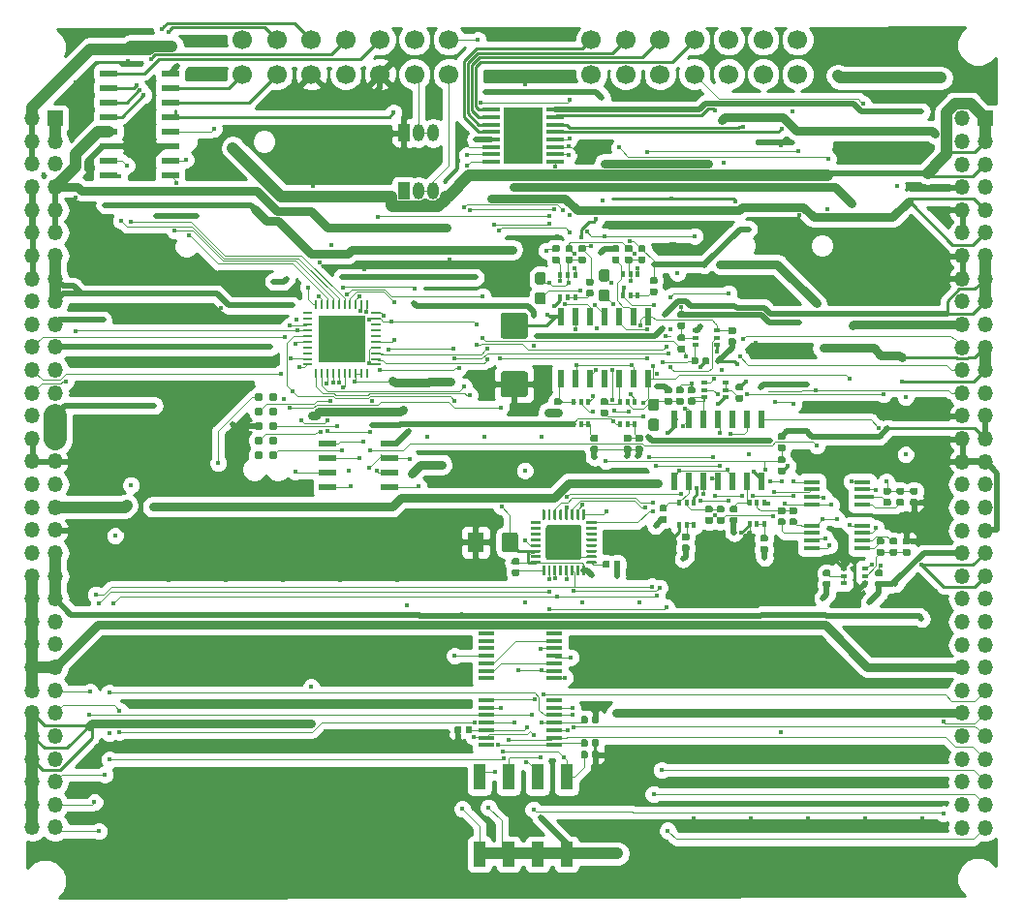
<source format=gbr>
G04 #@! TF.GenerationSoftware,KiCad,Pcbnew,(5.0.2)-1*
G04 #@! TF.CreationDate,2019-03-25T23:56:42-07:00*
G04 #@! TF.ProjectId,SwitcheroModule,53776974-6368-4657-926f-4d6f64756c65,rev?*
G04 #@! TF.SameCoordinates,Original*
G04 #@! TF.FileFunction,Copper,L1,Top*
G04 #@! TF.FilePolarity,Positive*
%FSLAX46Y46*%
G04 Gerber Fmt 4.6, Leading zero omitted, Abs format (unit mm)*
G04 Created by KiCad (PCBNEW (5.0.2)-1) date 3/25/2019 11:56:42 PM*
%MOMM*%
%LPD*%
G01*
G04 APERTURE LIST*
G04 #@! TA.AperFunction,ComponentPad*
%ADD10R,1.350000X1.350000*%
G04 #@! TD*
G04 #@! TA.AperFunction,ComponentPad*
%ADD11O,1.350000X1.350000*%
G04 #@! TD*
G04 #@! TA.AperFunction,SMDPad,CuDef*
%ADD12R,0.710000X0.280000*%
G04 #@! TD*
G04 #@! TA.AperFunction,BGAPad,CuDef*
%ADD13C,0.280000*%
G04 #@! TD*
G04 #@! TA.AperFunction,SMDPad,CuDef*
%ADD14R,0.280000X0.710000*%
G04 #@! TD*
G04 #@! TA.AperFunction,SMDPad,CuDef*
%ADD15R,4.150000X4.150000*%
G04 #@! TD*
G04 #@! TA.AperFunction,SMDPad,CuDef*
%ADD16R,1.450000X0.450000*%
G04 #@! TD*
G04 #@! TA.AperFunction,Conductor*
%ADD17C,0.100000*%
G04 #@! TD*
G04 #@! TA.AperFunction,SMDPad,CuDef*
%ADD18C,0.950000*%
G04 #@! TD*
G04 #@! TA.AperFunction,SMDPad,CuDef*
%ADD19C,0.590000*%
G04 #@! TD*
G04 #@! TA.AperFunction,SMDPad,CuDef*
%ADD20R,1.550000X0.600000*%
G04 #@! TD*
G04 #@! TA.AperFunction,SMDPad,CuDef*
%ADD21R,0.600000X0.420000*%
G04 #@! TD*
G04 #@! TA.AperFunction,ConnectorPad*
%ADD22C,0.787400*%
G04 #@! TD*
G04 #@! TA.AperFunction,SMDPad,CuDef*
%ADD23R,1.120000X2.160000*%
G04 #@! TD*
G04 #@! TA.AperFunction,ComponentPad*
%ADD24C,1.700000*%
G04 #@! TD*
G04 #@! TA.AperFunction,SMDPad,CuDef*
%ADD25R,0.420000X0.600000*%
G04 #@! TD*
G04 #@! TA.AperFunction,ComponentPad*
%ADD26R,1.000000X1.500000*%
G04 #@! TD*
G04 #@! TA.AperFunction,ComponentPad*
%ADD27O,1.000000X1.500000*%
G04 #@! TD*
G04 #@! TA.AperFunction,SMDPad,CuDef*
%ADD28R,1.600000X0.300000*%
G04 #@! TD*
G04 #@! TA.AperFunction,SMDPad,CuDef*
%ADD29R,2.460000X2.310000*%
G04 #@! TD*
G04 #@! TA.AperFunction,Conductor*
%ADD30R,3.400000X5.000000*%
G04 #@! TD*
G04 #@! TA.AperFunction,ComponentPad*
%ADD31C,0.380000*%
G04 #@! TD*
G04 #@! TA.AperFunction,SMDPad,CuDef*
%ADD32R,0.550000X1.500000*%
G04 #@! TD*
G04 #@! TA.AperFunction,SMDPad,CuDef*
%ADD33C,2.250000*%
G04 #@! TD*
G04 #@! TA.AperFunction,SMDPad,CuDef*
%ADD34C,1.425000*%
G04 #@! TD*
G04 #@! TA.AperFunction,SMDPad,CuDef*
%ADD35C,3.100000*%
G04 #@! TD*
G04 #@! TA.AperFunction,ViaPad*
%ADD36C,0.500000*%
G04 #@! TD*
G04 #@! TA.AperFunction,SMDPad,CuDef*
%ADD37C,0.250000*%
G04 #@! TD*
G04 #@! TA.AperFunction,ViaPad*
%ADD38C,0.450000*%
G04 #@! TD*
G04 #@! TA.AperFunction,Conductor*
%ADD39C,0.125000*%
G04 #@! TD*
G04 #@! TA.AperFunction,Conductor*
%ADD40C,1.000000*%
G04 #@! TD*
G04 #@! TA.AperFunction,Conductor*
%ADD41C,0.500000*%
G04 #@! TD*
G04 #@! TA.AperFunction,Conductor*
%ADD42C,0.250000*%
G04 #@! TD*
G04 #@! TA.AperFunction,Conductor*
%ADD43C,0.750000*%
G04 #@! TD*
G04 #@! TA.AperFunction,Conductor*
%ADD44C,2.000000*%
G04 #@! TD*
G04 #@! TA.AperFunction,Conductor*
%ADD45C,0.090000*%
G04 #@! TD*
G04 #@! TA.AperFunction,Conductor*
%ADD46C,0.254000*%
G04 #@! TD*
G04 APERTURE END LIST*
D10*
G04 #@! TO.P,J1,1*
G04 #@! TO.N,+1V8*
X251460000Y-27952700D03*
D11*
G04 #@! TO.P,J1,2*
G04 #@! TO.N,LO*
X249460000Y-27952700D03*
G04 #@! TO.P,J1,3*
G04 #@! TO.N,+1V8*
X251460000Y-29952700D03*
G04 #@! TO.P,J1,4*
G04 #@! TO.N,LO*
X249460000Y-29952700D03*
G04 #@! TO.P,J1,5*
G04 #@! TO.N,+1V8*
X251460000Y-31952700D03*
G04 #@! TO.P,J1,6*
G04 #@! TO.N,LO*
X249460000Y-31952700D03*
G04 #@! TO.P,J1,7*
G04 #@! TO.N,Net-(J1-Pad7)*
X251460000Y-33952700D03*
G04 #@! TO.P,J1,8*
G04 #@! TO.N,GND*
X249460000Y-33952700D03*
G04 #@! TO.P,J1,9*
G04 #@! TO.N,+12V*
X251460000Y-35952700D03*
G04 #@! TO.P,J1,10*
G04 #@! TO.N,GND*
X249460000Y-35952700D03*
G04 #@! TO.P,J1,11*
G04 #@! TO.N,+12V*
X251460000Y-37952700D03*
G04 #@! TO.P,J1,12*
G04 #@! TO.N,GND*
X249460000Y-37952700D03*
G04 #@! TO.P,J1,13*
G04 #@! TO.N,+5V*
X251460000Y-39952700D03*
G04 #@! TO.P,J1,14*
G04 #@! TO.N,GND*
X249460000Y-39952700D03*
G04 #@! TO.P,J1,15*
G04 #@! TO.N,+5V*
X251460000Y-41952700D03*
G04 #@! TO.P,J1,16*
G04 #@! TO.N,GND*
X249460000Y-41952700D03*
G04 #@! TO.P,J1,17*
G04 #@! TO.N,+5V*
X251460000Y-43952700D03*
G04 #@! TO.P,J1,18*
G04 #@! TO.N,-5V*
X249460000Y-43952700D03*
G04 #@! TO.P,J1,19*
X251460000Y-45952700D03*
G04 #@! TO.P,J1,20*
X249460000Y-45952700D03*
G04 #@! TO.P,J1,21*
G04 #@! TO.N,HT*
X251460000Y-47952700D03*
G04 #@! TO.P,J1,22*
G04 #@! TO.N,SCLK0*
X249460000Y-47952700D03*
G04 #@! TO.P,J1,23*
G04 #@! TO.N,HT*
X251460000Y-49952700D03*
G04 #@! TO.P,J1,24*
G04 #@! TO.N,MISO0*
X249460000Y-49952700D03*
G04 #@! TO.P,J1,25*
G04 #@! TO.N,Net-(J1-Pad25)*
X251460000Y-51952700D03*
G04 #@! TO.P,J1,26*
G04 #@! TO.N,MOSI0*
X249460000Y-51952700D03*
G04 #@! TO.P,J1,27*
G04 #@! TO.N,-3V3*
X251460000Y-53952700D03*
G04 #@! TO.P,J1,28*
G04 #@! TO.N,GND*
X249460000Y-53952700D03*
G04 #@! TO.P,J1,29*
G04 #@! TO.N,-3V3*
X251460000Y-55952700D03*
G04 #@! TO.P,J1,30*
G04 #@! TO.N,GND*
X249460000Y-55952700D03*
G04 #@! TO.P,J1,31*
X251460000Y-57952700D03*
G04 #@! TO.P,J1,32*
X249460000Y-57952700D03*
G04 #@! TO.P,J1,33*
G04 #@! TO.N,+3V3*
X251460000Y-59952700D03*
G04 #@! TO.P,J1,34*
X249460000Y-59952700D03*
G04 #@! TO.P,J1,35*
X251460000Y-61952700D03*
G04 #@! TO.P,J1,36*
X249460000Y-61952700D03*
G04 #@! TO.P,J1,37*
G04 #@! TO.N,GND*
X251460000Y-63952700D03*
G04 #@! TO.P,J1,38*
G04 #@! TO.N,+3V3*
X249460000Y-63952700D03*
G04 #@! TO.P,J1,39*
G04 #@! TO.N,VAA*
X251460000Y-65952700D03*
G04 #@! TO.P,J1,40*
G04 #@! TO.N,+3V3*
X249460000Y-65952700D03*
G04 #@! TO.P,J1,41*
G04 #@! TO.N,VAA*
X251460000Y-67952700D03*
G04 #@! TO.P,J1,42*
G04 #@! TO.N,VD*
X249460000Y-67952700D03*
G04 #@! TO.P,J1,43*
G04 #@! TO.N,VAA*
X251460000Y-69952700D03*
G04 #@! TO.P,J1,44*
G04 #@! TO.N,VD*
X249460000Y-69952700D03*
G04 #@! TO.P,J1,45*
G04 #@! TO.N,Net-(J1-Pad45)*
X251460000Y-71952700D03*
G04 #@! TO.P,J1,46*
G04 #@! TO.N,VD*
X249460000Y-71952700D03*
G04 #@! TO.P,J1,47*
G04 #@! TO.N,Net-(J1-Pad47)*
X251460000Y-73952700D03*
G04 #@! TO.P,J1,48*
G04 #@! TO.N,VD*
X249460000Y-73952700D03*
G04 #@! TO.P,J1,49*
G04 #@! TO.N,Net-(J1-Pad49)*
X251460000Y-75952700D03*
G04 #@! TO.P,J1,50*
G04 #@! TO.N,VD*
X249460000Y-75952700D03*
G04 #@! TO.P,J1,51*
G04 #@! TO.N,S3*
X251460000Y-77952700D03*
G04 #@! TO.P,J1,52*
G04 #@! TO.N,VD*
X249460000Y-77952700D03*
G04 #@! TO.P,J1,53*
G04 #@! TO.N,S2*
X251460000Y-79952700D03*
G04 #@! TO.P,J1,54*
G04 #@! TO.N,VDC*
X249460000Y-79952700D03*
G04 #@! TO.P,J1,55*
G04 #@! TO.N,S1*
X251460000Y-81952700D03*
G04 #@! TO.P,J1,56*
G04 #@! TO.N,VDC*
X249460000Y-81952700D03*
G04 #@! TO.P,J1,57*
G04 #@! TO.N,S0*
X251460000Y-83952700D03*
G04 #@! TO.P,J1,58*
G04 #@! TO.N,VDC*
X249460000Y-83952700D03*
G04 #@! TO.P,J1,59*
G04 #@! TO.N,SCLK1*
X251460000Y-85952700D03*
G04 #@! TO.P,J1,60*
G04 #@! TO.N,VDC*
X249460000Y-85952700D03*
G04 #@! TO.P,J1,61*
G04 #@! TO.N,MOSI1*
X251460000Y-87952700D03*
G04 #@! TO.P,J1,62*
G04 #@! TO.N,VDC*
X249460000Y-87952700D03*
G04 #@! TO.P,J1,63*
G04 #@! TO.N,MISO1*
X251460000Y-89952700D03*
G04 #@! TO.P,J1,64*
G04 #@! TO.N,VDC*
X249460000Y-89952700D03*
G04 #@! TD*
D12*
G04 #@! TO.P,U3,1*
G04 #@! TO.N,GND*
X198268500Y-49466000D03*
D13*
X197913500Y-49466000D03*
D12*
G04 #@! TO.P,U3,2*
G04 #@! TO.N,1_REL*
X198268500Y-48966000D03*
D13*
X197913500Y-48966000D03*
D12*
G04 #@! TO.P,U3,3*
G04 #@! TO.N,2_REL*
X198268500Y-48466000D03*
D13*
X197913500Y-48466000D03*
D12*
G04 #@! TO.P,U3,4*
G04 #@! TO.N,GND*
X198268500Y-47966000D03*
D13*
X197913500Y-47966000D03*
D12*
G04 #@! TO.P,U3,5*
G04 #@! TO.N,+3V3*
X198268500Y-47466000D03*
D13*
X197913500Y-47466000D03*
D12*
G04 #@! TO.P,U3,6*
G04 #@! TO.N,A0*
X198268500Y-46966000D03*
D13*
X197913500Y-46966000D03*
D12*
G04 #@! TO.P,U3,7*
G04 #@! TO.N,A1*
X198268500Y-46466000D03*
D13*
X197913500Y-46466000D03*
D12*
G04 #@! TO.P,U3,8*
G04 #@! TO.N,A2*
X198268500Y-45966000D03*
D13*
X197913500Y-45966000D03*
D12*
G04 #@! TO.P,U3,9*
G04 #@! TO.N,SCLK0*
X198268500Y-45466000D03*
D13*
X197913500Y-45466000D03*
D12*
G04 #@! TO.P,U3,10*
G04 #@! TO.N,/Micro/SOMIB*
X198268500Y-44966000D03*
D13*
X197913500Y-44966000D03*
D14*
G04 #@! TO.P,U3,11*
G04 #@! TO.N,/Micro/SIMOB*
X197473500Y-44171000D03*
D13*
X197473500Y-44526000D03*
D14*
G04 #@! TO.P,U3,12*
G04 #@! TO.N,/Micro/SCKB*
X196973500Y-44171000D03*
D13*
X196973500Y-44526000D03*
D14*
G04 #@! TO.P,U3,13*
G04 #@! TO.N,GND*
X196473500Y-44171000D03*
D13*
X196473500Y-44526000D03*
D14*
G04 #@! TO.P,U3,14*
G04 #@! TO.N,+3V3*
X195973500Y-44171000D03*
D13*
X195973500Y-44526000D03*
D14*
G04 #@! TO.P,U3,15*
G04 #@! TO.N,MUXC*
X195473500Y-44171000D03*
D13*
X195473500Y-44526000D03*
D14*
G04 #@! TO.P,U3,16*
G04 #@! TO.N,MUXB*
X194973500Y-44171000D03*
D13*
X194973500Y-44526000D03*
D14*
G04 #@! TO.P,U3,17*
G04 #@! TO.N,MUXA*
X194473500Y-44171000D03*
D13*
X194473500Y-44526000D03*
D14*
G04 #@! TO.P,U3,18*
G04 #@! TO.N,MUX2*
X193973500Y-44171000D03*
D13*
X193973500Y-44526000D03*
D14*
G04 #@! TO.P,U3,19*
G04 #@! TO.N,RS232INV*
X193473500Y-44171000D03*
D13*
X193473500Y-44526000D03*
D14*
G04 #@! TO.P,U3,20*
G04 #@! TO.N,/Micro/CSB*
X192973500Y-44171000D03*
D13*
X192973500Y-44526000D03*
D12*
G04 #@! TO.P,U3,21*
G04 #@! TO.N,Net-(U3-Pad21)*
X192178500Y-44966000D03*
D13*
X192533500Y-44966000D03*
D12*
G04 #@! TO.P,U3,22*
G04 #@! TO.N,Net-(U3-Pad22)*
X192178500Y-45466000D03*
D13*
X192533500Y-45466000D03*
D12*
G04 #@! TO.P,U3,23*
G04 #@! TO.N,MISO0*
X192178500Y-45966000D03*
D13*
X192533500Y-45966000D03*
D12*
G04 #@! TO.P,U3,24*
G04 #@! TO.N,MOSI0*
X192178500Y-46466000D03*
D13*
X192533500Y-46466000D03*
D12*
G04 #@! TO.P,U3,25*
G04 #@! TO.N,SS*
X192178500Y-46966000D03*
D13*
X192533500Y-46966000D03*
D12*
G04 #@! TO.P,U3,26*
G04 #@! TO.N,/Micro/\005CHOLD*
X192178500Y-47466000D03*
D13*
X192533500Y-47466000D03*
D12*
G04 #@! TO.P,U3,27*
G04 #@! TO.N,A3*
X192178500Y-47966000D03*
D13*
X192533500Y-47966000D03*
D12*
G04 #@! TO.P,U3,28*
G04 #@! TO.N,A4*
X192178500Y-48466000D03*
D13*
X192533500Y-48466000D03*
D12*
G04 #@! TO.P,U3,29*
G04 #@! TO.N,MUXF*
X192178500Y-48966000D03*
D13*
X192533500Y-48966000D03*
D12*
G04 #@! TO.P,U3,30*
G04 #@! TO.N,MUXE*
X192178500Y-49466000D03*
D13*
X192533500Y-49466000D03*
D14*
G04 #@! TO.P,U3,31*
G04 #@! TO.N,MUXD*
X192973500Y-50261000D03*
D13*
X192973500Y-49906000D03*
D14*
G04 #@! TO.P,U3,32*
G04 #@! TO.N,MUX1*
X193473500Y-50261000D03*
D13*
X193473500Y-49906000D03*
D14*
G04 #@! TO.P,U3,33*
G04 #@! TO.N,/Micro/TCK*
X193973500Y-50261000D03*
D13*
X193973500Y-49906000D03*
D14*
G04 #@! TO.P,U3,34*
G04 #@! TO.N,/Micro/TMS*
X194473500Y-50261000D03*
D13*
X194473500Y-49906000D03*
D14*
G04 #@! TO.P,U3,35*
G04 #@! TO.N,/Micro/TDI*
X194973500Y-50261000D03*
D13*
X194973500Y-49906000D03*
D14*
G04 #@! TO.P,U3,36*
G04 #@! TO.N,/Micro/TDO*
X195473500Y-50261000D03*
D13*
X195473500Y-49906000D03*
D14*
G04 #@! TO.P,U3,37*
G04 #@! TO.N,Net-(U3-Pad37)*
X195973500Y-50261000D03*
D13*
X195973500Y-49906000D03*
D14*
G04 #@! TO.P,U3,38*
G04 #@! TO.N,+3V3*
X196473500Y-50261000D03*
D13*
X196473500Y-49906000D03*
D14*
G04 #@! TO.P,U3,39*
X196973500Y-50261000D03*
D13*
X196973500Y-49906000D03*
D14*
G04 #@! TO.P,U3,40*
G04 #@! TO.N,3_REL*
X197473500Y-50261000D03*
D13*
X197473500Y-49906000D03*
D15*
G04 #@! TO.P,U3,41*
G04 #@! TO.N,N/C*
X195223500Y-47216000D03*
G04 #@! TD*
D16*
G04 #@! TO.P,U4,1*
G04 #@! TO.N,Net-(R1-Pad1)*
X213770000Y-82722000D03*
G04 #@! TO.P,U4,2*
G04 #@! TO.N,S0*
X213770000Y-82072000D03*
G04 #@! TO.P,U4,3*
G04 #@! TO.N,Net-(U4-Pad3)*
X213770000Y-81422000D03*
G04 #@! TO.P,U4,4*
G04 #@! TO.N,Net-(R2-Pad1)*
X213770000Y-80772000D03*
G04 #@! TO.P,U4,5*
G04 #@! TO.N,S1*
X213770000Y-80122000D03*
G04 #@! TO.P,U4,6*
G04 #@! TO.N,Net-(U4-Pad6)*
X213770000Y-79472000D03*
G04 #@! TO.P,U4,7*
G04 #@! TO.N,Net-(U4-Pad7)*
X213770000Y-78822000D03*
G04 #@! TO.P,U4,8*
G04 #@! TO.N,Net-(U4-Pad8)*
X207870000Y-78822000D03*
G04 #@! TO.P,U4,9*
G04 #@! TO.N,Net-(R4-Pad1)*
X207870000Y-79472000D03*
G04 #@! TO.P,U4,10*
G04 #@! TO.N,S3*
X207870000Y-80122000D03*
G04 #@! TO.P,U4,11*
G04 #@! TO.N,Net-(U4-Pad11)*
X207870000Y-80772000D03*
G04 #@! TO.P,U4,12*
G04 #@! TO.N,Net-(R3-Pad1)*
X207870000Y-81422000D03*
G04 #@! TO.P,U4,13*
G04 #@! TO.N,S2*
X207870000Y-82072000D03*
G04 #@! TO.P,U4,14*
G04 #@! TO.N,Net-(U4-Pad14)*
X207870000Y-82722000D03*
G04 #@! TD*
D17*
G04 #@! TO.N,/Serial/RX/TX_3v3_1*
G04 #@! TO.C,C3*
G36*
X212858779Y-43150144D02*
X212881834Y-43153563D01*
X212904443Y-43159227D01*
X212926387Y-43167079D01*
X212947457Y-43177044D01*
X212967448Y-43189026D01*
X212986168Y-43202910D01*
X213003438Y-43218562D01*
X213019090Y-43235832D01*
X213032974Y-43254552D01*
X213044956Y-43274543D01*
X213054921Y-43295613D01*
X213062773Y-43317557D01*
X213068437Y-43340166D01*
X213071856Y-43363221D01*
X213073000Y-43386500D01*
X213073000Y-43961500D01*
X213071856Y-43984779D01*
X213068437Y-44007834D01*
X213062773Y-44030443D01*
X213054921Y-44052387D01*
X213044956Y-44073457D01*
X213032974Y-44093448D01*
X213019090Y-44112168D01*
X213003438Y-44129438D01*
X212986168Y-44145090D01*
X212967448Y-44158974D01*
X212947457Y-44170956D01*
X212926387Y-44180921D01*
X212904443Y-44188773D01*
X212881834Y-44194437D01*
X212858779Y-44197856D01*
X212835500Y-44199000D01*
X212360500Y-44199000D01*
X212337221Y-44197856D01*
X212314166Y-44194437D01*
X212291557Y-44188773D01*
X212269613Y-44180921D01*
X212248543Y-44170956D01*
X212228552Y-44158974D01*
X212209832Y-44145090D01*
X212192562Y-44129438D01*
X212176910Y-44112168D01*
X212163026Y-44093448D01*
X212151044Y-44073457D01*
X212141079Y-44052387D01*
X212133227Y-44030443D01*
X212127563Y-44007834D01*
X212124144Y-43984779D01*
X212123000Y-43961500D01*
X212123000Y-43386500D01*
X212124144Y-43363221D01*
X212127563Y-43340166D01*
X212133227Y-43317557D01*
X212141079Y-43295613D01*
X212151044Y-43274543D01*
X212163026Y-43254552D01*
X212176910Y-43235832D01*
X212192562Y-43218562D01*
X212209832Y-43202910D01*
X212228552Y-43189026D01*
X212248543Y-43177044D01*
X212269613Y-43167079D01*
X212291557Y-43159227D01*
X212314166Y-43153563D01*
X212337221Y-43150144D01*
X212360500Y-43149000D01*
X212835500Y-43149000D01*
X212858779Y-43150144D01*
X212858779Y-43150144D01*
G37*
D18*
G04 #@! TD*
G04 #@! TO.P,C3,2*
G04 #@! TO.N,/Serial/RX/TX_3v3_1*
X212598000Y-43674000D03*
D17*
G04 #@! TO.N,Net-(C3-Pad1)*
G04 #@! TO.C,C3*
G36*
X212858779Y-41400144D02*
X212881834Y-41403563D01*
X212904443Y-41409227D01*
X212926387Y-41417079D01*
X212947457Y-41427044D01*
X212967448Y-41439026D01*
X212986168Y-41452910D01*
X213003438Y-41468562D01*
X213019090Y-41485832D01*
X213032974Y-41504552D01*
X213044956Y-41524543D01*
X213054921Y-41545613D01*
X213062773Y-41567557D01*
X213068437Y-41590166D01*
X213071856Y-41613221D01*
X213073000Y-41636500D01*
X213073000Y-42211500D01*
X213071856Y-42234779D01*
X213068437Y-42257834D01*
X213062773Y-42280443D01*
X213054921Y-42302387D01*
X213044956Y-42323457D01*
X213032974Y-42343448D01*
X213019090Y-42362168D01*
X213003438Y-42379438D01*
X212986168Y-42395090D01*
X212967448Y-42408974D01*
X212947457Y-42420956D01*
X212926387Y-42430921D01*
X212904443Y-42438773D01*
X212881834Y-42444437D01*
X212858779Y-42447856D01*
X212835500Y-42449000D01*
X212360500Y-42449000D01*
X212337221Y-42447856D01*
X212314166Y-42444437D01*
X212291557Y-42438773D01*
X212269613Y-42430921D01*
X212248543Y-42420956D01*
X212228552Y-42408974D01*
X212209832Y-42395090D01*
X212192562Y-42379438D01*
X212176910Y-42362168D01*
X212163026Y-42343448D01*
X212151044Y-42323457D01*
X212141079Y-42302387D01*
X212133227Y-42280443D01*
X212127563Y-42257834D01*
X212124144Y-42234779D01*
X212123000Y-42211500D01*
X212123000Y-41636500D01*
X212124144Y-41613221D01*
X212127563Y-41590166D01*
X212133227Y-41567557D01*
X212141079Y-41545613D01*
X212151044Y-41524543D01*
X212163026Y-41504552D01*
X212176910Y-41485832D01*
X212192562Y-41468562D01*
X212209832Y-41452910D01*
X212228552Y-41439026D01*
X212248543Y-41427044D01*
X212269613Y-41417079D01*
X212291557Y-41409227D01*
X212314166Y-41403563D01*
X212337221Y-41400144D01*
X212360500Y-41399000D01*
X212835500Y-41399000D01*
X212858779Y-41400144D01*
X212858779Y-41400144D01*
G37*
D18*
G04 #@! TD*
G04 #@! TO.P,C3,1*
G04 #@! TO.N,Net-(C3-Pad1)*
X212598000Y-41924000D03*
D17*
G04 #@! TO.N,Net-(C4-Pad1)*
G04 #@! TO.C,C4*
G36*
X218446779Y-41146144D02*
X218469834Y-41149563D01*
X218492443Y-41155227D01*
X218514387Y-41163079D01*
X218535457Y-41173044D01*
X218555448Y-41185026D01*
X218574168Y-41198910D01*
X218591438Y-41214562D01*
X218607090Y-41231832D01*
X218620974Y-41250552D01*
X218632956Y-41270543D01*
X218642921Y-41291613D01*
X218650773Y-41313557D01*
X218656437Y-41336166D01*
X218659856Y-41359221D01*
X218661000Y-41382500D01*
X218661000Y-41957500D01*
X218659856Y-41980779D01*
X218656437Y-42003834D01*
X218650773Y-42026443D01*
X218642921Y-42048387D01*
X218632956Y-42069457D01*
X218620974Y-42089448D01*
X218607090Y-42108168D01*
X218591438Y-42125438D01*
X218574168Y-42141090D01*
X218555448Y-42154974D01*
X218535457Y-42166956D01*
X218514387Y-42176921D01*
X218492443Y-42184773D01*
X218469834Y-42190437D01*
X218446779Y-42193856D01*
X218423500Y-42195000D01*
X217948500Y-42195000D01*
X217925221Y-42193856D01*
X217902166Y-42190437D01*
X217879557Y-42184773D01*
X217857613Y-42176921D01*
X217836543Y-42166956D01*
X217816552Y-42154974D01*
X217797832Y-42141090D01*
X217780562Y-42125438D01*
X217764910Y-42108168D01*
X217751026Y-42089448D01*
X217739044Y-42069457D01*
X217729079Y-42048387D01*
X217721227Y-42026443D01*
X217715563Y-42003834D01*
X217712144Y-41980779D01*
X217711000Y-41957500D01*
X217711000Y-41382500D01*
X217712144Y-41359221D01*
X217715563Y-41336166D01*
X217721227Y-41313557D01*
X217729079Y-41291613D01*
X217739044Y-41270543D01*
X217751026Y-41250552D01*
X217764910Y-41231832D01*
X217780562Y-41214562D01*
X217797832Y-41198910D01*
X217816552Y-41185026D01*
X217836543Y-41173044D01*
X217857613Y-41163079D01*
X217879557Y-41155227D01*
X217902166Y-41149563D01*
X217925221Y-41146144D01*
X217948500Y-41145000D01*
X218423500Y-41145000D01*
X218446779Y-41146144D01*
X218446779Y-41146144D01*
G37*
D18*
G04 #@! TD*
G04 #@! TO.P,C4,1*
G04 #@! TO.N,Net-(C4-Pad1)*
X218186000Y-41670000D03*
D17*
G04 #@! TO.N,/Serial/RX/TX_3v3_2*
G04 #@! TO.C,C4*
G36*
X218446779Y-42896144D02*
X218469834Y-42899563D01*
X218492443Y-42905227D01*
X218514387Y-42913079D01*
X218535457Y-42923044D01*
X218555448Y-42935026D01*
X218574168Y-42948910D01*
X218591438Y-42964562D01*
X218607090Y-42981832D01*
X218620974Y-43000552D01*
X218632956Y-43020543D01*
X218642921Y-43041613D01*
X218650773Y-43063557D01*
X218656437Y-43086166D01*
X218659856Y-43109221D01*
X218661000Y-43132500D01*
X218661000Y-43707500D01*
X218659856Y-43730779D01*
X218656437Y-43753834D01*
X218650773Y-43776443D01*
X218642921Y-43798387D01*
X218632956Y-43819457D01*
X218620974Y-43839448D01*
X218607090Y-43858168D01*
X218591438Y-43875438D01*
X218574168Y-43891090D01*
X218555448Y-43904974D01*
X218535457Y-43916956D01*
X218514387Y-43926921D01*
X218492443Y-43934773D01*
X218469834Y-43940437D01*
X218446779Y-43943856D01*
X218423500Y-43945000D01*
X217948500Y-43945000D01*
X217925221Y-43943856D01*
X217902166Y-43940437D01*
X217879557Y-43934773D01*
X217857613Y-43926921D01*
X217836543Y-43916956D01*
X217816552Y-43904974D01*
X217797832Y-43891090D01*
X217780562Y-43875438D01*
X217764910Y-43858168D01*
X217751026Y-43839448D01*
X217739044Y-43819457D01*
X217729079Y-43798387D01*
X217721227Y-43776443D01*
X217715563Y-43753834D01*
X217712144Y-43730779D01*
X217711000Y-43707500D01*
X217711000Y-43132500D01*
X217712144Y-43109221D01*
X217715563Y-43086166D01*
X217721227Y-43063557D01*
X217729079Y-43041613D01*
X217739044Y-43020543D01*
X217751026Y-43000552D01*
X217764910Y-42981832D01*
X217780562Y-42964562D01*
X217797832Y-42948910D01*
X217816552Y-42935026D01*
X217836543Y-42923044D01*
X217857613Y-42913079D01*
X217879557Y-42905227D01*
X217902166Y-42899563D01*
X217925221Y-42896144D01*
X217948500Y-42895000D01*
X218423500Y-42895000D01*
X218446779Y-42896144D01*
X218446779Y-42896144D01*
G37*
D18*
G04 #@! TD*
G04 #@! TO.P,C4,2*
G04 #@! TO.N,/Serial/RX/TX_3v3_2*
X218186000Y-43420000D03*
D17*
G04 #@! TO.N,/Serial/RX/TX_3v3_4*
G04 #@! TO.C,C5*
G36*
X222764779Y-54199144D02*
X222787834Y-54202563D01*
X222810443Y-54208227D01*
X222832387Y-54216079D01*
X222853457Y-54226044D01*
X222873448Y-54238026D01*
X222892168Y-54251910D01*
X222909438Y-54267562D01*
X222925090Y-54284832D01*
X222938974Y-54303552D01*
X222950956Y-54323543D01*
X222960921Y-54344613D01*
X222968773Y-54366557D01*
X222974437Y-54389166D01*
X222977856Y-54412221D01*
X222979000Y-54435500D01*
X222979000Y-55010500D01*
X222977856Y-55033779D01*
X222974437Y-55056834D01*
X222968773Y-55079443D01*
X222960921Y-55101387D01*
X222950956Y-55122457D01*
X222938974Y-55142448D01*
X222925090Y-55161168D01*
X222909438Y-55178438D01*
X222892168Y-55194090D01*
X222873448Y-55207974D01*
X222853457Y-55219956D01*
X222832387Y-55229921D01*
X222810443Y-55237773D01*
X222787834Y-55243437D01*
X222764779Y-55246856D01*
X222741500Y-55248000D01*
X222266500Y-55248000D01*
X222243221Y-55246856D01*
X222220166Y-55243437D01*
X222197557Y-55237773D01*
X222175613Y-55229921D01*
X222154543Y-55219956D01*
X222134552Y-55207974D01*
X222115832Y-55194090D01*
X222098562Y-55178438D01*
X222082910Y-55161168D01*
X222069026Y-55142448D01*
X222057044Y-55122457D01*
X222047079Y-55101387D01*
X222039227Y-55079443D01*
X222033563Y-55056834D01*
X222030144Y-55033779D01*
X222029000Y-55010500D01*
X222029000Y-54435500D01*
X222030144Y-54412221D01*
X222033563Y-54389166D01*
X222039227Y-54366557D01*
X222047079Y-54344613D01*
X222057044Y-54323543D01*
X222069026Y-54303552D01*
X222082910Y-54284832D01*
X222098562Y-54267562D01*
X222115832Y-54251910D01*
X222134552Y-54238026D01*
X222154543Y-54226044D01*
X222175613Y-54216079D01*
X222197557Y-54208227D01*
X222220166Y-54202563D01*
X222243221Y-54199144D01*
X222266500Y-54198000D01*
X222741500Y-54198000D01*
X222764779Y-54199144D01*
X222764779Y-54199144D01*
G37*
D18*
G04 #@! TD*
G04 #@! TO.P,C5,2*
G04 #@! TO.N,/Serial/RX/TX_3v3_4*
X222504000Y-54723000D03*
D17*
G04 #@! TO.N,Net-(C5-Pad1)*
G04 #@! TO.C,C5*
G36*
X222764779Y-52449144D02*
X222787834Y-52452563D01*
X222810443Y-52458227D01*
X222832387Y-52466079D01*
X222853457Y-52476044D01*
X222873448Y-52488026D01*
X222892168Y-52501910D01*
X222909438Y-52517562D01*
X222925090Y-52534832D01*
X222938974Y-52553552D01*
X222950956Y-52573543D01*
X222960921Y-52594613D01*
X222968773Y-52616557D01*
X222974437Y-52639166D01*
X222977856Y-52662221D01*
X222979000Y-52685500D01*
X222979000Y-53260500D01*
X222977856Y-53283779D01*
X222974437Y-53306834D01*
X222968773Y-53329443D01*
X222960921Y-53351387D01*
X222950956Y-53372457D01*
X222938974Y-53392448D01*
X222925090Y-53411168D01*
X222909438Y-53428438D01*
X222892168Y-53444090D01*
X222873448Y-53457974D01*
X222853457Y-53469956D01*
X222832387Y-53479921D01*
X222810443Y-53487773D01*
X222787834Y-53493437D01*
X222764779Y-53496856D01*
X222741500Y-53498000D01*
X222266500Y-53498000D01*
X222243221Y-53496856D01*
X222220166Y-53493437D01*
X222197557Y-53487773D01*
X222175613Y-53479921D01*
X222154543Y-53469956D01*
X222134552Y-53457974D01*
X222115832Y-53444090D01*
X222098562Y-53428438D01*
X222082910Y-53411168D01*
X222069026Y-53392448D01*
X222057044Y-53372457D01*
X222047079Y-53351387D01*
X222039227Y-53329443D01*
X222033563Y-53306834D01*
X222030144Y-53283779D01*
X222029000Y-53260500D01*
X222029000Y-52685500D01*
X222030144Y-52662221D01*
X222033563Y-52639166D01*
X222039227Y-52616557D01*
X222047079Y-52594613D01*
X222057044Y-52573543D01*
X222069026Y-52553552D01*
X222082910Y-52534832D01*
X222098562Y-52517562D01*
X222115832Y-52501910D01*
X222134552Y-52488026D01*
X222154543Y-52476044D01*
X222175613Y-52466079D01*
X222197557Y-52458227D01*
X222220166Y-52452563D01*
X222243221Y-52449144D01*
X222266500Y-52448000D01*
X222741500Y-52448000D01*
X222764779Y-52449144D01*
X222764779Y-52449144D01*
G37*
D18*
G04 #@! TD*
G04 #@! TO.P,C5,1*
G04 #@! TO.N,Net-(C5-Pad1)*
X222504000Y-52973000D03*
D17*
G04 #@! TO.N,GND*
G04 #@! TO.C,R2*
G36*
X217562958Y-80198710D02*
X217577276Y-80200834D01*
X217591317Y-80204351D01*
X217604946Y-80209228D01*
X217618031Y-80215417D01*
X217630447Y-80222858D01*
X217642073Y-80231481D01*
X217652798Y-80241202D01*
X217662519Y-80251927D01*
X217671142Y-80263553D01*
X217678583Y-80275969D01*
X217684772Y-80289054D01*
X217689649Y-80302683D01*
X217693166Y-80316724D01*
X217695290Y-80331042D01*
X217696000Y-80345500D01*
X217696000Y-80690500D01*
X217695290Y-80704958D01*
X217693166Y-80719276D01*
X217689649Y-80733317D01*
X217684772Y-80746946D01*
X217678583Y-80760031D01*
X217671142Y-80772447D01*
X217662519Y-80784073D01*
X217652798Y-80794798D01*
X217642073Y-80804519D01*
X217630447Y-80813142D01*
X217618031Y-80820583D01*
X217604946Y-80826772D01*
X217591317Y-80831649D01*
X217577276Y-80835166D01*
X217562958Y-80837290D01*
X217548500Y-80838000D01*
X217253500Y-80838000D01*
X217239042Y-80837290D01*
X217224724Y-80835166D01*
X217210683Y-80831649D01*
X217197054Y-80826772D01*
X217183969Y-80820583D01*
X217171553Y-80813142D01*
X217159927Y-80804519D01*
X217149202Y-80794798D01*
X217139481Y-80784073D01*
X217130858Y-80772447D01*
X217123417Y-80760031D01*
X217117228Y-80746946D01*
X217112351Y-80733317D01*
X217108834Y-80719276D01*
X217106710Y-80704958D01*
X217106000Y-80690500D01*
X217106000Y-80345500D01*
X217106710Y-80331042D01*
X217108834Y-80316724D01*
X217112351Y-80302683D01*
X217117228Y-80289054D01*
X217123417Y-80275969D01*
X217130858Y-80263553D01*
X217139481Y-80251927D01*
X217149202Y-80241202D01*
X217159927Y-80231481D01*
X217171553Y-80222858D01*
X217183969Y-80215417D01*
X217197054Y-80209228D01*
X217210683Y-80204351D01*
X217224724Y-80200834D01*
X217239042Y-80198710D01*
X217253500Y-80198000D01*
X217548500Y-80198000D01*
X217562958Y-80198710D01*
X217562958Y-80198710D01*
G37*
D19*
G04 #@! TD*
G04 #@! TO.P,R2,2*
G04 #@! TO.N,GND*
X217401000Y-80518000D03*
D17*
G04 #@! TO.N,Net-(R2-Pad1)*
G04 #@! TO.C,R2*
G36*
X216592958Y-80198710D02*
X216607276Y-80200834D01*
X216621317Y-80204351D01*
X216634946Y-80209228D01*
X216648031Y-80215417D01*
X216660447Y-80222858D01*
X216672073Y-80231481D01*
X216682798Y-80241202D01*
X216692519Y-80251927D01*
X216701142Y-80263553D01*
X216708583Y-80275969D01*
X216714772Y-80289054D01*
X216719649Y-80302683D01*
X216723166Y-80316724D01*
X216725290Y-80331042D01*
X216726000Y-80345500D01*
X216726000Y-80690500D01*
X216725290Y-80704958D01*
X216723166Y-80719276D01*
X216719649Y-80733317D01*
X216714772Y-80746946D01*
X216708583Y-80760031D01*
X216701142Y-80772447D01*
X216692519Y-80784073D01*
X216682798Y-80794798D01*
X216672073Y-80804519D01*
X216660447Y-80813142D01*
X216648031Y-80820583D01*
X216634946Y-80826772D01*
X216621317Y-80831649D01*
X216607276Y-80835166D01*
X216592958Y-80837290D01*
X216578500Y-80838000D01*
X216283500Y-80838000D01*
X216269042Y-80837290D01*
X216254724Y-80835166D01*
X216240683Y-80831649D01*
X216227054Y-80826772D01*
X216213969Y-80820583D01*
X216201553Y-80813142D01*
X216189927Y-80804519D01*
X216179202Y-80794798D01*
X216169481Y-80784073D01*
X216160858Y-80772447D01*
X216153417Y-80760031D01*
X216147228Y-80746946D01*
X216142351Y-80733317D01*
X216138834Y-80719276D01*
X216136710Y-80704958D01*
X216136000Y-80690500D01*
X216136000Y-80345500D01*
X216136710Y-80331042D01*
X216138834Y-80316724D01*
X216142351Y-80302683D01*
X216147228Y-80289054D01*
X216153417Y-80275969D01*
X216160858Y-80263553D01*
X216169481Y-80251927D01*
X216179202Y-80241202D01*
X216189927Y-80231481D01*
X216201553Y-80222858D01*
X216213969Y-80215417D01*
X216227054Y-80209228D01*
X216240683Y-80204351D01*
X216254724Y-80200834D01*
X216269042Y-80198710D01*
X216283500Y-80198000D01*
X216578500Y-80198000D01*
X216592958Y-80198710D01*
X216592958Y-80198710D01*
G37*
D19*
G04 #@! TD*
G04 #@! TO.P,R2,1*
G04 #@! TO.N,Net-(R2-Pad1)*
X216431000Y-80518000D03*
D17*
G04 #@! TO.N,RS232INV*
G04 #@! TO.C,R9*
G36*
X225103958Y-47815710D02*
X225118276Y-47817834D01*
X225132317Y-47821351D01*
X225145946Y-47826228D01*
X225159031Y-47832417D01*
X225171447Y-47839858D01*
X225183073Y-47848481D01*
X225193798Y-47858202D01*
X225203519Y-47868927D01*
X225212142Y-47880553D01*
X225219583Y-47892969D01*
X225225772Y-47906054D01*
X225230649Y-47919683D01*
X225234166Y-47933724D01*
X225236290Y-47948042D01*
X225237000Y-47962500D01*
X225237000Y-48257500D01*
X225236290Y-48271958D01*
X225234166Y-48286276D01*
X225230649Y-48300317D01*
X225225772Y-48313946D01*
X225219583Y-48327031D01*
X225212142Y-48339447D01*
X225203519Y-48351073D01*
X225193798Y-48361798D01*
X225183073Y-48371519D01*
X225171447Y-48380142D01*
X225159031Y-48387583D01*
X225145946Y-48393772D01*
X225132317Y-48398649D01*
X225118276Y-48402166D01*
X225103958Y-48404290D01*
X225089500Y-48405000D01*
X224744500Y-48405000D01*
X224730042Y-48404290D01*
X224715724Y-48402166D01*
X224701683Y-48398649D01*
X224688054Y-48393772D01*
X224674969Y-48387583D01*
X224662553Y-48380142D01*
X224650927Y-48371519D01*
X224640202Y-48361798D01*
X224630481Y-48351073D01*
X224621858Y-48339447D01*
X224614417Y-48327031D01*
X224608228Y-48313946D01*
X224603351Y-48300317D01*
X224599834Y-48286276D01*
X224597710Y-48271958D01*
X224597000Y-48257500D01*
X224597000Y-47962500D01*
X224597710Y-47948042D01*
X224599834Y-47933724D01*
X224603351Y-47919683D01*
X224608228Y-47906054D01*
X224614417Y-47892969D01*
X224621858Y-47880553D01*
X224630481Y-47868927D01*
X224640202Y-47858202D01*
X224650927Y-47848481D01*
X224662553Y-47839858D01*
X224674969Y-47832417D01*
X224688054Y-47826228D01*
X224701683Y-47821351D01*
X224715724Y-47817834D01*
X224730042Y-47815710D01*
X224744500Y-47815000D01*
X225089500Y-47815000D01*
X225103958Y-47815710D01*
X225103958Y-47815710D01*
G37*
D19*
G04 #@! TD*
G04 #@! TO.P,R9,2*
G04 #@! TO.N,RS232INV*
X224917000Y-48110000D03*
D17*
G04 #@! TO.N,Net-(Q2-Pad5)*
G04 #@! TO.C,R9*
G36*
X225103958Y-46845710D02*
X225118276Y-46847834D01*
X225132317Y-46851351D01*
X225145946Y-46856228D01*
X225159031Y-46862417D01*
X225171447Y-46869858D01*
X225183073Y-46878481D01*
X225193798Y-46888202D01*
X225203519Y-46898927D01*
X225212142Y-46910553D01*
X225219583Y-46922969D01*
X225225772Y-46936054D01*
X225230649Y-46949683D01*
X225234166Y-46963724D01*
X225236290Y-46978042D01*
X225237000Y-46992500D01*
X225237000Y-47287500D01*
X225236290Y-47301958D01*
X225234166Y-47316276D01*
X225230649Y-47330317D01*
X225225772Y-47343946D01*
X225219583Y-47357031D01*
X225212142Y-47369447D01*
X225203519Y-47381073D01*
X225193798Y-47391798D01*
X225183073Y-47401519D01*
X225171447Y-47410142D01*
X225159031Y-47417583D01*
X225145946Y-47423772D01*
X225132317Y-47428649D01*
X225118276Y-47432166D01*
X225103958Y-47434290D01*
X225089500Y-47435000D01*
X224744500Y-47435000D01*
X224730042Y-47434290D01*
X224715724Y-47432166D01*
X224701683Y-47428649D01*
X224688054Y-47423772D01*
X224674969Y-47417583D01*
X224662553Y-47410142D01*
X224650927Y-47401519D01*
X224640202Y-47391798D01*
X224630481Y-47381073D01*
X224621858Y-47369447D01*
X224614417Y-47357031D01*
X224608228Y-47343946D01*
X224603351Y-47330317D01*
X224599834Y-47316276D01*
X224597710Y-47301958D01*
X224597000Y-47287500D01*
X224597000Y-46992500D01*
X224597710Y-46978042D01*
X224599834Y-46963724D01*
X224603351Y-46949683D01*
X224608228Y-46936054D01*
X224614417Y-46922969D01*
X224621858Y-46910553D01*
X224630481Y-46898927D01*
X224640202Y-46888202D01*
X224650927Y-46878481D01*
X224662553Y-46869858D01*
X224674969Y-46862417D01*
X224688054Y-46856228D01*
X224701683Y-46851351D01*
X224715724Y-46847834D01*
X224730042Y-46845710D01*
X224744500Y-46845000D01*
X225089500Y-46845000D01*
X225103958Y-46845710D01*
X225103958Y-46845710D01*
G37*
D19*
G04 #@! TD*
G04 #@! TO.P,R9,1*
G04 #@! TO.N,Net-(Q2-Pad5)*
X224917000Y-47140000D03*
D17*
G04 #@! TO.N,GND*
G04 #@! TO.C,R3*
G36*
X205543958Y-81087710D02*
X205558276Y-81089834D01*
X205572317Y-81093351D01*
X205585946Y-81098228D01*
X205599031Y-81104417D01*
X205611447Y-81111858D01*
X205623073Y-81120481D01*
X205633798Y-81130202D01*
X205643519Y-81140927D01*
X205652142Y-81152553D01*
X205659583Y-81164969D01*
X205665772Y-81178054D01*
X205670649Y-81191683D01*
X205674166Y-81205724D01*
X205676290Y-81220042D01*
X205677000Y-81234500D01*
X205677000Y-81579500D01*
X205676290Y-81593958D01*
X205674166Y-81608276D01*
X205670649Y-81622317D01*
X205665772Y-81635946D01*
X205659583Y-81649031D01*
X205652142Y-81661447D01*
X205643519Y-81673073D01*
X205633798Y-81683798D01*
X205623073Y-81693519D01*
X205611447Y-81702142D01*
X205599031Y-81709583D01*
X205585946Y-81715772D01*
X205572317Y-81720649D01*
X205558276Y-81724166D01*
X205543958Y-81726290D01*
X205529500Y-81727000D01*
X205234500Y-81727000D01*
X205220042Y-81726290D01*
X205205724Y-81724166D01*
X205191683Y-81720649D01*
X205178054Y-81715772D01*
X205164969Y-81709583D01*
X205152553Y-81702142D01*
X205140927Y-81693519D01*
X205130202Y-81683798D01*
X205120481Y-81673073D01*
X205111858Y-81661447D01*
X205104417Y-81649031D01*
X205098228Y-81635946D01*
X205093351Y-81622317D01*
X205089834Y-81608276D01*
X205087710Y-81593958D01*
X205087000Y-81579500D01*
X205087000Y-81234500D01*
X205087710Y-81220042D01*
X205089834Y-81205724D01*
X205093351Y-81191683D01*
X205098228Y-81178054D01*
X205104417Y-81164969D01*
X205111858Y-81152553D01*
X205120481Y-81140927D01*
X205130202Y-81130202D01*
X205140927Y-81120481D01*
X205152553Y-81111858D01*
X205164969Y-81104417D01*
X205178054Y-81098228D01*
X205191683Y-81093351D01*
X205205724Y-81089834D01*
X205220042Y-81087710D01*
X205234500Y-81087000D01*
X205529500Y-81087000D01*
X205543958Y-81087710D01*
X205543958Y-81087710D01*
G37*
D19*
G04 #@! TD*
G04 #@! TO.P,R3,2*
G04 #@! TO.N,GND*
X205382000Y-81407000D03*
D17*
G04 #@! TO.N,Net-(R3-Pad1)*
G04 #@! TO.C,R3*
G36*
X206513958Y-81087710D02*
X206528276Y-81089834D01*
X206542317Y-81093351D01*
X206555946Y-81098228D01*
X206569031Y-81104417D01*
X206581447Y-81111858D01*
X206593073Y-81120481D01*
X206603798Y-81130202D01*
X206613519Y-81140927D01*
X206622142Y-81152553D01*
X206629583Y-81164969D01*
X206635772Y-81178054D01*
X206640649Y-81191683D01*
X206644166Y-81205724D01*
X206646290Y-81220042D01*
X206647000Y-81234500D01*
X206647000Y-81579500D01*
X206646290Y-81593958D01*
X206644166Y-81608276D01*
X206640649Y-81622317D01*
X206635772Y-81635946D01*
X206629583Y-81649031D01*
X206622142Y-81661447D01*
X206613519Y-81673073D01*
X206603798Y-81683798D01*
X206593073Y-81693519D01*
X206581447Y-81702142D01*
X206569031Y-81709583D01*
X206555946Y-81715772D01*
X206542317Y-81720649D01*
X206528276Y-81724166D01*
X206513958Y-81726290D01*
X206499500Y-81727000D01*
X206204500Y-81727000D01*
X206190042Y-81726290D01*
X206175724Y-81724166D01*
X206161683Y-81720649D01*
X206148054Y-81715772D01*
X206134969Y-81709583D01*
X206122553Y-81702142D01*
X206110927Y-81693519D01*
X206100202Y-81683798D01*
X206090481Y-81673073D01*
X206081858Y-81661447D01*
X206074417Y-81649031D01*
X206068228Y-81635946D01*
X206063351Y-81622317D01*
X206059834Y-81608276D01*
X206057710Y-81593958D01*
X206057000Y-81579500D01*
X206057000Y-81234500D01*
X206057710Y-81220042D01*
X206059834Y-81205724D01*
X206063351Y-81191683D01*
X206068228Y-81178054D01*
X206074417Y-81164969D01*
X206081858Y-81152553D01*
X206090481Y-81140927D01*
X206100202Y-81130202D01*
X206110927Y-81120481D01*
X206122553Y-81111858D01*
X206134969Y-81104417D01*
X206148054Y-81098228D01*
X206161683Y-81093351D01*
X206175724Y-81089834D01*
X206190042Y-81087710D01*
X206204500Y-81087000D01*
X206499500Y-81087000D01*
X206513958Y-81087710D01*
X206513958Y-81087710D01*
G37*
D19*
G04 #@! TD*
G04 #@! TO.P,R3,1*
G04 #@! TO.N,Net-(R3-Pad1)*
X206352000Y-81407000D03*
D17*
G04 #@! TO.N,RS232INVDif*
G04 #@! TO.C,R7*
G36*
X229548958Y-46210710D02*
X229563276Y-46212834D01*
X229577317Y-46216351D01*
X229590946Y-46221228D01*
X229604031Y-46227417D01*
X229616447Y-46234858D01*
X229628073Y-46243481D01*
X229638798Y-46253202D01*
X229648519Y-46263927D01*
X229657142Y-46275553D01*
X229664583Y-46287969D01*
X229670772Y-46301054D01*
X229675649Y-46314683D01*
X229679166Y-46328724D01*
X229681290Y-46343042D01*
X229682000Y-46357500D01*
X229682000Y-46652500D01*
X229681290Y-46666958D01*
X229679166Y-46681276D01*
X229675649Y-46695317D01*
X229670772Y-46708946D01*
X229664583Y-46722031D01*
X229657142Y-46734447D01*
X229648519Y-46746073D01*
X229638798Y-46756798D01*
X229628073Y-46766519D01*
X229616447Y-46775142D01*
X229604031Y-46782583D01*
X229590946Y-46788772D01*
X229577317Y-46793649D01*
X229563276Y-46797166D01*
X229548958Y-46799290D01*
X229534500Y-46800000D01*
X229189500Y-46800000D01*
X229175042Y-46799290D01*
X229160724Y-46797166D01*
X229146683Y-46793649D01*
X229133054Y-46788772D01*
X229119969Y-46782583D01*
X229107553Y-46775142D01*
X229095927Y-46766519D01*
X229085202Y-46756798D01*
X229075481Y-46746073D01*
X229066858Y-46734447D01*
X229059417Y-46722031D01*
X229053228Y-46708946D01*
X229048351Y-46695317D01*
X229044834Y-46681276D01*
X229042710Y-46666958D01*
X229042000Y-46652500D01*
X229042000Y-46357500D01*
X229042710Y-46343042D01*
X229044834Y-46328724D01*
X229048351Y-46314683D01*
X229053228Y-46301054D01*
X229059417Y-46287969D01*
X229066858Y-46275553D01*
X229075481Y-46263927D01*
X229085202Y-46253202D01*
X229095927Y-46243481D01*
X229107553Y-46234858D01*
X229119969Y-46227417D01*
X229133054Y-46221228D01*
X229146683Y-46216351D01*
X229160724Y-46212834D01*
X229175042Y-46210710D01*
X229189500Y-46210000D01*
X229534500Y-46210000D01*
X229548958Y-46210710D01*
X229548958Y-46210710D01*
G37*
D19*
G04 #@! TD*
G04 #@! TO.P,R7,2*
G04 #@! TO.N,RS232INVDif*
X229362000Y-46505000D03*
D17*
G04 #@! TO.N,+3V3*
G04 #@! TO.C,R7*
G36*
X229548958Y-47180710D02*
X229563276Y-47182834D01*
X229577317Y-47186351D01*
X229590946Y-47191228D01*
X229604031Y-47197417D01*
X229616447Y-47204858D01*
X229628073Y-47213481D01*
X229638798Y-47223202D01*
X229648519Y-47233927D01*
X229657142Y-47245553D01*
X229664583Y-47257969D01*
X229670772Y-47271054D01*
X229675649Y-47284683D01*
X229679166Y-47298724D01*
X229681290Y-47313042D01*
X229682000Y-47327500D01*
X229682000Y-47622500D01*
X229681290Y-47636958D01*
X229679166Y-47651276D01*
X229675649Y-47665317D01*
X229670772Y-47678946D01*
X229664583Y-47692031D01*
X229657142Y-47704447D01*
X229648519Y-47716073D01*
X229638798Y-47726798D01*
X229628073Y-47736519D01*
X229616447Y-47745142D01*
X229604031Y-47752583D01*
X229590946Y-47758772D01*
X229577317Y-47763649D01*
X229563276Y-47767166D01*
X229548958Y-47769290D01*
X229534500Y-47770000D01*
X229189500Y-47770000D01*
X229175042Y-47769290D01*
X229160724Y-47767166D01*
X229146683Y-47763649D01*
X229133054Y-47758772D01*
X229119969Y-47752583D01*
X229107553Y-47745142D01*
X229095927Y-47736519D01*
X229085202Y-47726798D01*
X229075481Y-47716073D01*
X229066858Y-47704447D01*
X229059417Y-47692031D01*
X229053228Y-47678946D01*
X229048351Y-47665317D01*
X229044834Y-47651276D01*
X229042710Y-47636958D01*
X229042000Y-47622500D01*
X229042000Y-47327500D01*
X229042710Y-47313042D01*
X229044834Y-47298724D01*
X229048351Y-47284683D01*
X229053228Y-47271054D01*
X229059417Y-47257969D01*
X229066858Y-47245553D01*
X229075481Y-47233927D01*
X229085202Y-47223202D01*
X229095927Y-47213481D01*
X229107553Y-47204858D01*
X229119969Y-47197417D01*
X229133054Y-47191228D01*
X229146683Y-47186351D01*
X229160724Y-47182834D01*
X229175042Y-47180710D01*
X229189500Y-47180000D01*
X229534500Y-47180000D01*
X229548958Y-47180710D01*
X229548958Y-47180710D01*
G37*
D19*
G04 #@! TD*
G04 #@! TO.P,R7,1*
G04 #@! TO.N,+3V3*
X229362000Y-47475000D03*
D17*
G04 #@! TO.N,Net-(R4-Pad1)*
G04 #@! TO.C,R4*
G36*
X216592958Y-83246710D02*
X216607276Y-83248834D01*
X216621317Y-83252351D01*
X216634946Y-83257228D01*
X216648031Y-83263417D01*
X216660447Y-83270858D01*
X216672073Y-83279481D01*
X216682798Y-83289202D01*
X216692519Y-83299927D01*
X216701142Y-83311553D01*
X216708583Y-83323969D01*
X216714772Y-83337054D01*
X216719649Y-83350683D01*
X216723166Y-83364724D01*
X216725290Y-83379042D01*
X216726000Y-83393500D01*
X216726000Y-83738500D01*
X216725290Y-83752958D01*
X216723166Y-83767276D01*
X216719649Y-83781317D01*
X216714772Y-83794946D01*
X216708583Y-83808031D01*
X216701142Y-83820447D01*
X216692519Y-83832073D01*
X216682798Y-83842798D01*
X216672073Y-83852519D01*
X216660447Y-83861142D01*
X216648031Y-83868583D01*
X216634946Y-83874772D01*
X216621317Y-83879649D01*
X216607276Y-83883166D01*
X216592958Y-83885290D01*
X216578500Y-83886000D01*
X216283500Y-83886000D01*
X216269042Y-83885290D01*
X216254724Y-83883166D01*
X216240683Y-83879649D01*
X216227054Y-83874772D01*
X216213969Y-83868583D01*
X216201553Y-83861142D01*
X216189927Y-83852519D01*
X216179202Y-83842798D01*
X216169481Y-83832073D01*
X216160858Y-83820447D01*
X216153417Y-83808031D01*
X216147228Y-83794946D01*
X216142351Y-83781317D01*
X216138834Y-83767276D01*
X216136710Y-83752958D01*
X216136000Y-83738500D01*
X216136000Y-83393500D01*
X216136710Y-83379042D01*
X216138834Y-83364724D01*
X216142351Y-83350683D01*
X216147228Y-83337054D01*
X216153417Y-83323969D01*
X216160858Y-83311553D01*
X216169481Y-83299927D01*
X216179202Y-83289202D01*
X216189927Y-83279481D01*
X216201553Y-83270858D01*
X216213969Y-83263417D01*
X216227054Y-83257228D01*
X216240683Y-83252351D01*
X216254724Y-83248834D01*
X216269042Y-83246710D01*
X216283500Y-83246000D01*
X216578500Y-83246000D01*
X216592958Y-83246710D01*
X216592958Y-83246710D01*
G37*
D19*
G04 #@! TD*
G04 #@! TO.P,R4,1*
G04 #@! TO.N,Net-(R4-Pad1)*
X216431000Y-83566000D03*
D17*
G04 #@! TO.N,GND*
G04 #@! TO.C,R4*
G36*
X217562958Y-83246710D02*
X217577276Y-83248834D01*
X217591317Y-83252351D01*
X217604946Y-83257228D01*
X217618031Y-83263417D01*
X217630447Y-83270858D01*
X217642073Y-83279481D01*
X217652798Y-83289202D01*
X217662519Y-83299927D01*
X217671142Y-83311553D01*
X217678583Y-83323969D01*
X217684772Y-83337054D01*
X217689649Y-83350683D01*
X217693166Y-83364724D01*
X217695290Y-83379042D01*
X217696000Y-83393500D01*
X217696000Y-83738500D01*
X217695290Y-83752958D01*
X217693166Y-83767276D01*
X217689649Y-83781317D01*
X217684772Y-83794946D01*
X217678583Y-83808031D01*
X217671142Y-83820447D01*
X217662519Y-83832073D01*
X217652798Y-83842798D01*
X217642073Y-83852519D01*
X217630447Y-83861142D01*
X217618031Y-83868583D01*
X217604946Y-83874772D01*
X217591317Y-83879649D01*
X217577276Y-83883166D01*
X217562958Y-83885290D01*
X217548500Y-83886000D01*
X217253500Y-83886000D01*
X217239042Y-83885290D01*
X217224724Y-83883166D01*
X217210683Y-83879649D01*
X217197054Y-83874772D01*
X217183969Y-83868583D01*
X217171553Y-83861142D01*
X217159927Y-83852519D01*
X217149202Y-83842798D01*
X217139481Y-83832073D01*
X217130858Y-83820447D01*
X217123417Y-83808031D01*
X217117228Y-83794946D01*
X217112351Y-83781317D01*
X217108834Y-83767276D01*
X217106710Y-83752958D01*
X217106000Y-83738500D01*
X217106000Y-83393500D01*
X217106710Y-83379042D01*
X217108834Y-83364724D01*
X217112351Y-83350683D01*
X217117228Y-83337054D01*
X217123417Y-83323969D01*
X217130858Y-83311553D01*
X217139481Y-83299927D01*
X217149202Y-83289202D01*
X217159927Y-83279481D01*
X217171553Y-83270858D01*
X217183969Y-83263417D01*
X217197054Y-83257228D01*
X217210683Y-83252351D01*
X217224724Y-83248834D01*
X217239042Y-83246710D01*
X217253500Y-83246000D01*
X217548500Y-83246000D01*
X217562958Y-83246710D01*
X217562958Y-83246710D01*
G37*
D19*
G04 #@! TD*
G04 #@! TO.P,R4,2*
G04 #@! TO.N,GND*
X217401000Y-83566000D03*
D17*
G04 #@! TO.N,Net-(Q5-Pad2)*
G04 #@! TO.C,R21*
G36*
X220404958Y-55608710D02*
X220419276Y-55610834D01*
X220433317Y-55614351D01*
X220446946Y-55619228D01*
X220460031Y-55625417D01*
X220472447Y-55632858D01*
X220484073Y-55641481D01*
X220494798Y-55651202D01*
X220504519Y-55661927D01*
X220513142Y-55673553D01*
X220520583Y-55685969D01*
X220526772Y-55699054D01*
X220531649Y-55712683D01*
X220535166Y-55726724D01*
X220537290Y-55741042D01*
X220538000Y-55755500D01*
X220538000Y-56050500D01*
X220537290Y-56064958D01*
X220535166Y-56079276D01*
X220531649Y-56093317D01*
X220526772Y-56106946D01*
X220520583Y-56120031D01*
X220513142Y-56132447D01*
X220504519Y-56144073D01*
X220494798Y-56154798D01*
X220484073Y-56164519D01*
X220472447Y-56173142D01*
X220460031Y-56180583D01*
X220446946Y-56186772D01*
X220433317Y-56191649D01*
X220419276Y-56195166D01*
X220404958Y-56197290D01*
X220390500Y-56198000D01*
X220045500Y-56198000D01*
X220031042Y-56197290D01*
X220016724Y-56195166D01*
X220002683Y-56191649D01*
X219989054Y-56186772D01*
X219975969Y-56180583D01*
X219963553Y-56173142D01*
X219951927Y-56164519D01*
X219941202Y-56154798D01*
X219931481Y-56144073D01*
X219922858Y-56132447D01*
X219915417Y-56120031D01*
X219909228Y-56106946D01*
X219904351Y-56093317D01*
X219900834Y-56079276D01*
X219898710Y-56064958D01*
X219898000Y-56050500D01*
X219898000Y-55755500D01*
X219898710Y-55741042D01*
X219900834Y-55726724D01*
X219904351Y-55712683D01*
X219909228Y-55699054D01*
X219915417Y-55685969D01*
X219922858Y-55673553D01*
X219931481Y-55661927D01*
X219941202Y-55651202D01*
X219951927Y-55641481D01*
X219963553Y-55632858D01*
X219975969Y-55625417D01*
X219989054Y-55619228D01*
X220002683Y-55614351D01*
X220016724Y-55610834D01*
X220031042Y-55608710D01*
X220045500Y-55608000D01*
X220390500Y-55608000D01*
X220404958Y-55608710D01*
X220404958Y-55608710D01*
G37*
D19*
G04 #@! TD*
G04 #@! TO.P,R21,2*
G04 #@! TO.N,Net-(Q5-Pad2)*
X220218000Y-55903000D03*
D17*
G04 #@! TO.N,+3V3*
G04 #@! TO.C,R21*
G36*
X220404958Y-56578710D02*
X220419276Y-56580834D01*
X220433317Y-56584351D01*
X220446946Y-56589228D01*
X220460031Y-56595417D01*
X220472447Y-56602858D01*
X220484073Y-56611481D01*
X220494798Y-56621202D01*
X220504519Y-56631927D01*
X220513142Y-56643553D01*
X220520583Y-56655969D01*
X220526772Y-56669054D01*
X220531649Y-56682683D01*
X220535166Y-56696724D01*
X220537290Y-56711042D01*
X220538000Y-56725500D01*
X220538000Y-57020500D01*
X220537290Y-57034958D01*
X220535166Y-57049276D01*
X220531649Y-57063317D01*
X220526772Y-57076946D01*
X220520583Y-57090031D01*
X220513142Y-57102447D01*
X220504519Y-57114073D01*
X220494798Y-57124798D01*
X220484073Y-57134519D01*
X220472447Y-57143142D01*
X220460031Y-57150583D01*
X220446946Y-57156772D01*
X220433317Y-57161649D01*
X220419276Y-57165166D01*
X220404958Y-57167290D01*
X220390500Y-57168000D01*
X220045500Y-57168000D01*
X220031042Y-57167290D01*
X220016724Y-57165166D01*
X220002683Y-57161649D01*
X219989054Y-57156772D01*
X219975969Y-57150583D01*
X219963553Y-57143142D01*
X219951927Y-57134519D01*
X219941202Y-57124798D01*
X219931481Y-57114073D01*
X219922858Y-57102447D01*
X219915417Y-57090031D01*
X219909228Y-57076946D01*
X219904351Y-57063317D01*
X219900834Y-57049276D01*
X219898710Y-57034958D01*
X219898000Y-57020500D01*
X219898000Y-56725500D01*
X219898710Y-56711042D01*
X219900834Y-56696724D01*
X219904351Y-56682683D01*
X219909228Y-56669054D01*
X219915417Y-56655969D01*
X219922858Y-56643553D01*
X219931481Y-56631927D01*
X219941202Y-56621202D01*
X219951927Y-56611481D01*
X219963553Y-56602858D01*
X219975969Y-56595417D01*
X219989054Y-56589228D01*
X220002683Y-56584351D01*
X220016724Y-56580834D01*
X220031042Y-56578710D01*
X220045500Y-56578000D01*
X220390500Y-56578000D01*
X220404958Y-56578710D01*
X220404958Y-56578710D01*
G37*
D19*
G04 #@! TD*
G04 #@! TO.P,R21,1*
G04 #@! TO.N,+3V3*
X220218000Y-56873000D03*
D17*
G04 #@! TO.N,+3V3*
G04 #@! TO.C,R10*
G36*
X227214958Y-48829710D02*
X227229276Y-48831834D01*
X227243317Y-48835351D01*
X227256946Y-48840228D01*
X227270031Y-48846417D01*
X227282447Y-48853858D01*
X227294073Y-48862481D01*
X227304798Y-48872202D01*
X227314519Y-48882927D01*
X227323142Y-48894553D01*
X227330583Y-48906969D01*
X227336772Y-48920054D01*
X227341649Y-48933683D01*
X227345166Y-48947724D01*
X227347290Y-48962042D01*
X227348000Y-48976500D01*
X227348000Y-49321500D01*
X227347290Y-49335958D01*
X227345166Y-49350276D01*
X227341649Y-49364317D01*
X227336772Y-49377946D01*
X227330583Y-49391031D01*
X227323142Y-49403447D01*
X227314519Y-49415073D01*
X227304798Y-49425798D01*
X227294073Y-49435519D01*
X227282447Y-49444142D01*
X227270031Y-49451583D01*
X227256946Y-49457772D01*
X227243317Y-49462649D01*
X227229276Y-49466166D01*
X227214958Y-49468290D01*
X227200500Y-49469000D01*
X226905500Y-49469000D01*
X226891042Y-49468290D01*
X226876724Y-49466166D01*
X226862683Y-49462649D01*
X226849054Y-49457772D01*
X226835969Y-49451583D01*
X226823553Y-49444142D01*
X226811927Y-49435519D01*
X226801202Y-49425798D01*
X226791481Y-49415073D01*
X226782858Y-49403447D01*
X226775417Y-49391031D01*
X226769228Y-49377946D01*
X226764351Y-49364317D01*
X226760834Y-49350276D01*
X226758710Y-49335958D01*
X226758000Y-49321500D01*
X226758000Y-48976500D01*
X226758710Y-48962042D01*
X226760834Y-48947724D01*
X226764351Y-48933683D01*
X226769228Y-48920054D01*
X226775417Y-48906969D01*
X226782858Y-48894553D01*
X226791481Y-48882927D01*
X226801202Y-48872202D01*
X226811927Y-48862481D01*
X226823553Y-48853858D01*
X226835969Y-48846417D01*
X226849054Y-48840228D01*
X226862683Y-48835351D01*
X226876724Y-48831834D01*
X226891042Y-48829710D01*
X226905500Y-48829000D01*
X227200500Y-48829000D01*
X227214958Y-48829710D01*
X227214958Y-48829710D01*
G37*
D19*
G04 #@! TD*
G04 #@! TO.P,R10,1*
G04 #@! TO.N,+3V3*
X227053000Y-49149000D03*
D17*
G04 #@! TO.N,SSINV*
G04 #@! TO.C,R10*
G36*
X226244958Y-48829710D02*
X226259276Y-48831834D01*
X226273317Y-48835351D01*
X226286946Y-48840228D01*
X226300031Y-48846417D01*
X226312447Y-48853858D01*
X226324073Y-48862481D01*
X226334798Y-48872202D01*
X226344519Y-48882927D01*
X226353142Y-48894553D01*
X226360583Y-48906969D01*
X226366772Y-48920054D01*
X226371649Y-48933683D01*
X226375166Y-48947724D01*
X226377290Y-48962042D01*
X226378000Y-48976500D01*
X226378000Y-49321500D01*
X226377290Y-49335958D01*
X226375166Y-49350276D01*
X226371649Y-49364317D01*
X226366772Y-49377946D01*
X226360583Y-49391031D01*
X226353142Y-49403447D01*
X226344519Y-49415073D01*
X226334798Y-49425798D01*
X226324073Y-49435519D01*
X226312447Y-49444142D01*
X226300031Y-49451583D01*
X226286946Y-49457772D01*
X226273317Y-49462649D01*
X226259276Y-49466166D01*
X226244958Y-49468290D01*
X226230500Y-49469000D01*
X225935500Y-49469000D01*
X225921042Y-49468290D01*
X225906724Y-49466166D01*
X225892683Y-49462649D01*
X225879054Y-49457772D01*
X225865969Y-49451583D01*
X225853553Y-49444142D01*
X225841927Y-49435519D01*
X225831202Y-49425798D01*
X225821481Y-49415073D01*
X225812858Y-49403447D01*
X225805417Y-49391031D01*
X225799228Y-49377946D01*
X225794351Y-49364317D01*
X225790834Y-49350276D01*
X225788710Y-49335958D01*
X225788000Y-49321500D01*
X225788000Y-48976500D01*
X225788710Y-48962042D01*
X225790834Y-48947724D01*
X225794351Y-48933683D01*
X225799228Y-48920054D01*
X225805417Y-48906969D01*
X225812858Y-48894553D01*
X225821481Y-48882927D01*
X225831202Y-48872202D01*
X225841927Y-48862481D01*
X225853553Y-48853858D01*
X225865969Y-48846417D01*
X225879054Y-48840228D01*
X225892683Y-48835351D01*
X225906724Y-48831834D01*
X225921042Y-48829710D01*
X225935500Y-48829000D01*
X226230500Y-48829000D01*
X226244958Y-48829710D01*
X226244958Y-48829710D01*
G37*
D19*
G04 #@! TD*
G04 #@! TO.P,R10,2*
G04 #@! TO.N,SSINV*
X226083000Y-49149000D03*
D17*
G04 #@! TO.N,+3V3*
G04 #@! TO.C,R11*
G36*
X210625958Y-66403710D02*
X210640276Y-66405834D01*
X210654317Y-66409351D01*
X210667946Y-66414228D01*
X210681031Y-66420417D01*
X210693447Y-66427858D01*
X210705073Y-66436481D01*
X210715798Y-66446202D01*
X210725519Y-66456927D01*
X210734142Y-66468553D01*
X210741583Y-66480969D01*
X210747772Y-66494054D01*
X210752649Y-66507683D01*
X210756166Y-66521724D01*
X210758290Y-66536042D01*
X210759000Y-66550500D01*
X210759000Y-66845500D01*
X210758290Y-66859958D01*
X210756166Y-66874276D01*
X210752649Y-66888317D01*
X210747772Y-66901946D01*
X210741583Y-66915031D01*
X210734142Y-66927447D01*
X210725519Y-66939073D01*
X210715798Y-66949798D01*
X210705073Y-66959519D01*
X210693447Y-66968142D01*
X210681031Y-66975583D01*
X210667946Y-66981772D01*
X210654317Y-66986649D01*
X210640276Y-66990166D01*
X210625958Y-66992290D01*
X210611500Y-66993000D01*
X210266500Y-66993000D01*
X210252042Y-66992290D01*
X210237724Y-66990166D01*
X210223683Y-66986649D01*
X210210054Y-66981772D01*
X210196969Y-66975583D01*
X210184553Y-66968142D01*
X210172927Y-66959519D01*
X210162202Y-66949798D01*
X210152481Y-66939073D01*
X210143858Y-66927447D01*
X210136417Y-66915031D01*
X210130228Y-66901946D01*
X210125351Y-66888317D01*
X210121834Y-66874276D01*
X210119710Y-66859958D01*
X210119000Y-66845500D01*
X210119000Y-66550500D01*
X210119710Y-66536042D01*
X210121834Y-66521724D01*
X210125351Y-66507683D01*
X210130228Y-66494054D01*
X210136417Y-66480969D01*
X210143858Y-66468553D01*
X210152481Y-66456927D01*
X210162202Y-66446202D01*
X210172927Y-66436481D01*
X210184553Y-66427858D01*
X210196969Y-66420417D01*
X210210054Y-66414228D01*
X210223683Y-66409351D01*
X210237724Y-66405834D01*
X210252042Y-66403710D01*
X210266500Y-66403000D01*
X210611500Y-66403000D01*
X210625958Y-66403710D01*
X210625958Y-66403710D01*
G37*
D19*
G04 #@! TD*
G04 #@! TO.P,R11,2*
G04 #@! TO.N,+3V3*
X210439000Y-66698000D03*
D17*
G04 #@! TO.N,Net-(IC1-Pad1)*
G04 #@! TO.C,R11*
G36*
X210625958Y-67373710D02*
X210640276Y-67375834D01*
X210654317Y-67379351D01*
X210667946Y-67384228D01*
X210681031Y-67390417D01*
X210693447Y-67397858D01*
X210705073Y-67406481D01*
X210715798Y-67416202D01*
X210725519Y-67426927D01*
X210734142Y-67438553D01*
X210741583Y-67450969D01*
X210747772Y-67464054D01*
X210752649Y-67477683D01*
X210756166Y-67491724D01*
X210758290Y-67506042D01*
X210759000Y-67520500D01*
X210759000Y-67815500D01*
X210758290Y-67829958D01*
X210756166Y-67844276D01*
X210752649Y-67858317D01*
X210747772Y-67871946D01*
X210741583Y-67885031D01*
X210734142Y-67897447D01*
X210725519Y-67909073D01*
X210715798Y-67919798D01*
X210705073Y-67929519D01*
X210693447Y-67938142D01*
X210681031Y-67945583D01*
X210667946Y-67951772D01*
X210654317Y-67956649D01*
X210640276Y-67960166D01*
X210625958Y-67962290D01*
X210611500Y-67963000D01*
X210266500Y-67963000D01*
X210252042Y-67962290D01*
X210237724Y-67960166D01*
X210223683Y-67956649D01*
X210210054Y-67951772D01*
X210196969Y-67945583D01*
X210184553Y-67938142D01*
X210172927Y-67929519D01*
X210162202Y-67919798D01*
X210152481Y-67909073D01*
X210143858Y-67897447D01*
X210136417Y-67885031D01*
X210130228Y-67871946D01*
X210125351Y-67858317D01*
X210121834Y-67844276D01*
X210119710Y-67829958D01*
X210119000Y-67815500D01*
X210119000Y-67520500D01*
X210119710Y-67506042D01*
X210121834Y-67491724D01*
X210125351Y-67477683D01*
X210130228Y-67464054D01*
X210136417Y-67450969D01*
X210143858Y-67438553D01*
X210152481Y-67426927D01*
X210162202Y-67416202D01*
X210172927Y-67406481D01*
X210184553Y-67397858D01*
X210196969Y-67390417D01*
X210210054Y-67384228D01*
X210223683Y-67379351D01*
X210237724Y-67375834D01*
X210252042Y-67373710D01*
X210266500Y-67373000D01*
X210611500Y-67373000D01*
X210625958Y-67373710D01*
X210625958Y-67373710D01*
G37*
D19*
G04 #@! TD*
G04 #@! TO.P,R11,1*
G04 #@! TO.N,Net-(IC1-Pad1)*
X210439000Y-67668000D03*
D20*
G04 #@! TO.P,U2,1*
G04 #@! TO.N,/Micro/CSB*
X199423000Y-60198000D03*
G04 #@! TO.P,U2,2*
G04 #@! TO.N,/Micro/SOMIB*
X199423000Y-58928000D03*
G04 #@! TO.P,U2,3*
G04 #@! TO.N,+3V3*
X199423000Y-57658000D03*
G04 #@! TO.P,U2,4*
G04 #@! TO.N,GND*
X199423000Y-56388000D03*
G04 #@! TO.P,U2,5*
G04 #@! TO.N,/Micro/SIMOB*
X194023000Y-56388000D03*
G04 #@! TO.P,U2,6*
G04 #@! TO.N,/Micro/SCKB*
X194023000Y-57658000D03*
G04 #@! TO.P,U2,7*
G04 #@! TO.N,/Micro/\005CHOLD*
X194023000Y-58928000D03*
G04 #@! TO.P,U2,8*
G04 #@! TO.N,+3V3*
X194023000Y-60198000D03*
G04 #@! TD*
D17*
G04 #@! TO.N,+VSW*
G04 #@! TO.C,R14*
G36*
X214155414Y-39037241D02*
X214169732Y-39039365D01*
X214183773Y-39042882D01*
X214197402Y-39047759D01*
X214210487Y-39053948D01*
X214222903Y-39061389D01*
X214234529Y-39070012D01*
X214245254Y-39079733D01*
X214254975Y-39090458D01*
X214263598Y-39102084D01*
X214271039Y-39114500D01*
X214277228Y-39127585D01*
X214282105Y-39141214D01*
X214285622Y-39155255D01*
X214287746Y-39169573D01*
X214288456Y-39184031D01*
X214288456Y-39479031D01*
X214287746Y-39493489D01*
X214285622Y-39507807D01*
X214282105Y-39521848D01*
X214277228Y-39535477D01*
X214271039Y-39548562D01*
X214263598Y-39560978D01*
X214254975Y-39572604D01*
X214245254Y-39583329D01*
X214234529Y-39593050D01*
X214222903Y-39601673D01*
X214210487Y-39609114D01*
X214197402Y-39615303D01*
X214183773Y-39620180D01*
X214169732Y-39623697D01*
X214155414Y-39625821D01*
X214140956Y-39626531D01*
X213795956Y-39626531D01*
X213781498Y-39625821D01*
X213767180Y-39623697D01*
X213753139Y-39620180D01*
X213739510Y-39615303D01*
X213726425Y-39609114D01*
X213714009Y-39601673D01*
X213702383Y-39593050D01*
X213691658Y-39583329D01*
X213681937Y-39572604D01*
X213673314Y-39560978D01*
X213665873Y-39548562D01*
X213659684Y-39535477D01*
X213654807Y-39521848D01*
X213651290Y-39507807D01*
X213649166Y-39493489D01*
X213648456Y-39479031D01*
X213648456Y-39184031D01*
X213649166Y-39169573D01*
X213651290Y-39155255D01*
X213654807Y-39141214D01*
X213659684Y-39127585D01*
X213665873Y-39114500D01*
X213673314Y-39102084D01*
X213681937Y-39090458D01*
X213691658Y-39079733D01*
X213702383Y-39070012D01*
X213714009Y-39061389D01*
X213726425Y-39053948D01*
X213739510Y-39047759D01*
X213753139Y-39042882D01*
X213767180Y-39039365D01*
X213781498Y-39037241D01*
X213795956Y-39036531D01*
X214140956Y-39036531D01*
X214155414Y-39037241D01*
X214155414Y-39037241D01*
G37*
D19*
G04 #@! TD*
G04 #@! TO.P,R14,2*
G04 #@! TO.N,+VSW*
X213968456Y-39331531D03*
D17*
G04 #@! TO.N,/Serial/RX/Sheet5CA21CAA/TX_+3v3-3v3*
G04 #@! TO.C,R14*
G36*
X214155414Y-40007241D02*
X214169732Y-40009365D01*
X214183773Y-40012882D01*
X214197402Y-40017759D01*
X214210487Y-40023948D01*
X214222903Y-40031389D01*
X214234529Y-40040012D01*
X214245254Y-40049733D01*
X214254975Y-40060458D01*
X214263598Y-40072084D01*
X214271039Y-40084500D01*
X214277228Y-40097585D01*
X214282105Y-40111214D01*
X214285622Y-40125255D01*
X214287746Y-40139573D01*
X214288456Y-40154031D01*
X214288456Y-40449031D01*
X214287746Y-40463489D01*
X214285622Y-40477807D01*
X214282105Y-40491848D01*
X214277228Y-40505477D01*
X214271039Y-40518562D01*
X214263598Y-40530978D01*
X214254975Y-40542604D01*
X214245254Y-40553329D01*
X214234529Y-40563050D01*
X214222903Y-40571673D01*
X214210487Y-40579114D01*
X214197402Y-40585303D01*
X214183773Y-40590180D01*
X214169732Y-40593697D01*
X214155414Y-40595821D01*
X214140956Y-40596531D01*
X213795956Y-40596531D01*
X213781498Y-40595821D01*
X213767180Y-40593697D01*
X213753139Y-40590180D01*
X213739510Y-40585303D01*
X213726425Y-40579114D01*
X213714009Y-40571673D01*
X213702383Y-40563050D01*
X213691658Y-40553329D01*
X213681937Y-40542604D01*
X213673314Y-40530978D01*
X213665873Y-40518562D01*
X213659684Y-40505477D01*
X213654807Y-40491848D01*
X213651290Y-40477807D01*
X213649166Y-40463489D01*
X213648456Y-40449031D01*
X213648456Y-40154031D01*
X213649166Y-40139573D01*
X213651290Y-40125255D01*
X213654807Y-40111214D01*
X213659684Y-40097585D01*
X213665873Y-40084500D01*
X213673314Y-40072084D01*
X213681937Y-40060458D01*
X213691658Y-40049733D01*
X213702383Y-40040012D01*
X213714009Y-40031389D01*
X213726425Y-40023948D01*
X213739510Y-40017759D01*
X213753139Y-40012882D01*
X213767180Y-40009365D01*
X213781498Y-40007241D01*
X213795956Y-40006531D01*
X214140956Y-40006531D01*
X214155414Y-40007241D01*
X214155414Y-40007241D01*
G37*
D19*
G04 #@! TD*
G04 #@! TO.P,R14,1*
G04 #@! TO.N,/Serial/RX/Sheet5CA21CAA/TX_+3v3-3v3*
X213968456Y-40301531D03*
D21*
G04 #@! TO.P,Q2,6*
G04 #@! TO.N,SSINV*
X226126000Y-47767000D03*
G04 #@! TO.P,Q2,5*
G04 #@! TO.N,Net-(Q2-Pad5)*
X226126000Y-47117000D03*
G04 #@! TO.P,Q2,4*
G04 #@! TO.N,-3V3*
X226126000Y-46467000D03*
G04 #@! TO.P,Q2,1*
G04 #@! TO.N,GND*
X228026000Y-47767000D03*
G04 #@! TO.P,Q2,2*
G04 #@! TO.N,SS*
X228026000Y-47117000D03*
G04 #@! TO.P,Q2,3*
G04 #@! TO.N,RS232INVDif*
X228026000Y-46467000D03*
G04 #@! TD*
D22*
G04 #@! TO.P,U1,10*
G04 #@! TO.N,Net-(U1-Pad10)*
X189254500Y-52296000D03*
G04 #@! TO.P,U1,9*
G04 #@! TO.N,Net-(U1-Pad9)*
X189254500Y-53566000D03*
G04 #@! TO.P,U1,8*
G04 #@! TO.N,/Micro/TDI*
X189254500Y-54836000D03*
G04 #@! TO.P,U1,7*
G04 #@! TO.N,Net-(U1-Pad7)*
X189254500Y-56106000D03*
G04 #@! TO.P,U1,6*
G04 #@! TO.N,/Micro/TDO*
X189254500Y-57376000D03*
G04 #@! TO.P,U1,5*
G04 #@! TO.N,Net-(U1-Pad5)*
X187984500Y-57376000D03*
G04 #@! TO.P,U1,4*
G04 #@! TO.N,/Micro/TCK*
X187984500Y-56106000D03*
G04 #@! TO.P,U1,3*
G04 #@! TO.N,GND*
X187984500Y-54836000D03*
G04 #@! TO.P,U1,2*
G04 #@! TO.N,/Micro/TMS*
X187984500Y-53566000D03*
G04 #@! TO.P,U1,1*
G04 #@! TO.N,+3V3*
X187984500Y-52296000D03*
G04 #@! TD*
D16*
G04 #@! TO.P,U5,1*
G04 #@! TO.N,Net-(U4-Pad3)*
X213770000Y-76880000D03*
G04 #@! TO.P,U5,2*
G04 #@! TO.N,Net-(U4-Pad11)*
X213770000Y-76230000D03*
G04 #@! TO.P,U5,3*
G04 #@! TO.N,Net-(U5-Pad13)*
X213770000Y-75580000D03*
G04 #@! TO.P,U5,4*
G04 #@! TO.N,Net-(U4-Pad6)*
X213770000Y-74930000D03*
G04 #@! TO.P,U5,5*
G04 #@! TO.N,Net-(U4-Pad8)*
X213770000Y-74280000D03*
G04 #@! TO.P,U5,6*
G04 #@! TO.N,Net-(U5-Pad12)*
X213770000Y-73630000D03*
G04 #@! TO.P,U5,7*
G04 #@! TO.N,Net-(U5-Pad7)*
X213770000Y-72980000D03*
G04 #@! TO.P,U5,8*
G04 #@! TO.N,Net-(U5-Pad8)*
X207870000Y-72980000D03*
G04 #@! TO.P,U5,9*
G04 #@! TO.N,Net-(U5-Pad9)*
X207870000Y-73630000D03*
G04 #@! TO.P,U5,10*
G04 #@! TO.N,Net-(U5-Pad10)*
X207870000Y-74280000D03*
G04 #@! TO.P,U5,11*
G04 #@! TO.N,SS*
X207870000Y-74930000D03*
G04 #@! TO.P,U5,12*
G04 #@! TO.N,Net-(U5-Pad12)*
X207870000Y-75580000D03*
G04 #@! TO.P,U5,13*
G04 #@! TO.N,Net-(U5-Pad13)*
X207870000Y-76230000D03*
G04 #@! TO.P,U5,14*
G04 #@! TO.N,Net-(U5-Pad14)*
X207870000Y-76880000D03*
G04 #@! TD*
D17*
G04 #@! TO.N,1_RX*
G04 #@! TO.C,R57*
G36*
X227516958Y-62801710D02*
X227531276Y-62803834D01*
X227545317Y-62807351D01*
X227558946Y-62812228D01*
X227572031Y-62818417D01*
X227584447Y-62825858D01*
X227596073Y-62834481D01*
X227606798Y-62844202D01*
X227616519Y-62854927D01*
X227625142Y-62866553D01*
X227632583Y-62878969D01*
X227638772Y-62892054D01*
X227643649Y-62905683D01*
X227647166Y-62919724D01*
X227649290Y-62934042D01*
X227650000Y-62948500D01*
X227650000Y-63243500D01*
X227649290Y-63257958D01*
X227647166Y-63272276D01*
X227643649Y-63286317D01*
X227638772Y-63299946D01*
X227632583Y-63313031D01*
X227625142Y-63325447D01*
X227616519Y-63337073D01*
X227606798Y-63347798D01*
X227596073Y-63357519D01*
X227584447Y-63366142D01*
X227572031Y-63373583D01*
X227558946Y-63379772D01*
X227545317Y-63384649D01*
X227531276Y-63388166D01*
X227516958Y-63390290D01*
X227502500Y-63391000D01*
X227157500Y-63391000D01*
X227143042Y-63390290D01*
X227128724Y-63388166D01*
X227114683Y-63384649D01*
X227101054Y-63379772D01*
X227087969Y-63373583D01*
X227075553Y-63366142D01*
X227063927Y-63357519D01*
X227053202Y-63347798D01*
X227043481Y-63337073D01*
X227034858Y-63325447D01*
X227027417Y-63313031D01*
X227021228Y-63299946D01*
X227016351Y-63286317D01*
X227012834Y-63272276D01*
X227010710Y-63257958D01*
X227010000Y-63243500D01*
X227010000Y-62948500D01*
X227010710Y-62934042D01*
X227012834Y-62919724D01*
X227016351Y-62905683D01*
X227021228Y-62892054D01*
X227027417Y-62878969D01*
X227034858Y-62866553D01*
X227043481Y-62854927D01*
X227053202Y-62844202D01*
X227063927Y-62834481D01*
X227075553Y-62825858D01*
X227087969Y-62818417D01*
X227101054Y-62812228D01*
X227114683Y-62807351D01*
X227128724Y-62803834D01*
X227143042Y-62801710D01*
X227157500Y-62801000D01*
X227502500Y-62801000D01*
X227516958Y-62801710D01*
X227516958Y-62801710D01*
G37*
D19*
G04 #@! TD*
G04 #@! TO.P,R57,1*
G04 #@! TO.N,1_RX*
X227330000Y-63096000D03*
D17*
G04 #@! TO.N,Net-(Q9-Pad5)*
G04 #@! TO.C,R57*
G36*
X227516958Y-61831710D02*
X227531276Y-61833834D01*
X227545317Y-61837351D01*
X227558946Y-61842228D01*
X227572031Y-61848417D01*
X227584447Y-61855858D01*
X227596073Y-61864481D01*
X227606798Y-61874202D01*
X227616519Y-61884927D01*
X227625142Y-61896553D01*
X227632583Y-61908969D01*
X227638772Y-61922054D01*
X227643649Y-61935683D01*
X227647166Y-61949724D01*
X227649290Y-61964042D01*
X227650000Y-61978500D01*
X227650000Y-62273500D01*
X227649290Y-62287958D01*
X227647166Y-62302276D01*
X227643649Y-62316317D01*
X227638772Y-62329946D01*
X227632583Y-62343031D01*
X227625142Y-62355447D01*
X227616519Y-62367073D01*
X227606798Y-62377798D01*
X227596073Y-62387519D01*
X227584447Y-62396142D01*
X227572031Y-62403583D01*
X227558946Y-62409772D01*
X227545317Y-62414649D01*
X227531276Y-62418166D01*
X227516958Y-62420290D01*
X227502500Y-62421000D01*
X227157500Y-62421000D01*
X227143042Y-62420290D01*
X227128724Y-62418166D01*
X227114683Y-62414649D01*
X227101054Y-62409772D01*
X227087969Y-62403583D01*
X227075553Y-62396142D01*
X227063927Y-62387519D01*
X227053202Y-62377798D01*
X227043481Y-62367073D01*
X227034858Y-62355447D01*
X227027417Y-62343031D01*
X227021228Y-62329946D01*
X227016351Y-62316317D01*
X227012834Y-62302276D01*
X227010710Y-62287958D01*
X227010000Y-62273500D01*
X227010000Y-61978500D01*
X227010710Y-61964042D01*
X227012834Y-61949724D01*
X227016351Y-61935683D01*
X227021228Y-61922054D01*
X227027417Y-61908969D01*
X227034858Y-61896553D01*
X227043481Y-61884927D01*
X227053202Y-61874202D01*
X227063927Y-61864481D01*
X227075553Y-61855858D01*
X227087969Y-61848417D01*
X227101054Y-61842228D01*
X227114683Y-61837351D01*
X227128724Y-61833834D01*
X227143042Y-61831710D01*
X227157500Y-61831000D01*
X227502500Y-61831000D01*
X227516958Y-61831710D01*
X227516958Y-61831710D01*
G37*
D19*
G04 #@! TD*
G04 #@! TO.P,R57,2*
G04 #@! TO.N,Net-(Q9-Pad5)*
X227330000Y-62126000D03*
D17*
G04 #@! TO.N,Net-(Q9-Pad6)*
G04 #@! TO.C,R39*
G36*
X223528235Y-61744194D02*
X223542553Y-61746318D01*
X223556594Y-61749835D01*
X223570223Y-61754712D01*
X223583308Y-61760901D01*
X223595724Y-61768342D01*
X223607350Y-61776965D01*
X223618075Y-61786686D01*
X223627796Y-61797411D01*
X223636419Y-61809037D01*
X223643860Y-61821453D01*
X223650049Y-61834538D01*
X223654926Y-61848167D01*
X223658443Y-61862208D01*
X223660567Y-61876526D01*
X223661277Y-61890984D01*
X223661277Y-62185984D01*
X223660567Y-62200442D01*
X223658443Y-62214760D01*
X223654926Y-62228801D01*
X223650049Y-62242430D01*
X223643860Y-62255515D01*
X223636419Y-62267931D01*
X223627796Y-62279557D01*
X223618075Y-62290282D01*
X223607350Y-62300003D01*
X223595724Y-62308626D01*
X223583308Y-62316067D01*
X223570223Y-62322256D01*
X223556594Y-62327133D01*
X223542553Y-62330650D01*
X223528235Y-62332774D01*
X223513777Y-62333484D01*
X223168777Y-62333484D01*
X223154319Y-62332774D01*
X223140001Y-62330650D01*
X223125960Y-62327133D01*
X223112331Y-62322256D01*
X223099246Y-62316067D01*
X223086830Y-62308626D01*
X223075204Y-62300003D01*
X223064479Y-62290282D01*
X223054758Y-62279557D01*
X223046135Y-62267931D01*
X223038694Y-62255515D01*
X223032505Y-62242430D01*
X223027628Y-62228801D01*
X223024111Y-62214760D01*
X223021987Y-62200442D01*
X223021277Y-62185984D01*
X223021277Y-61890984D01*
X223021987Y-61876526D01*
X223024111Y-61862208D01*
X223027628Y-61848167D01*
X223032505Y-61834538D01*
X223038694Y-61821453D01*
X223046135Y-61809037D01*
X223054758Y-61797411D01*
X223064479Y-61786686D01*
X223075204Y-61776965D01*
X223086830Y-61768342D01*
X223099246Y-61760901D01*
X223112331Y-61754712D01*
X223125960Y-61749835D01*
X223140001Y-61746318D01*
X223154319Y-61744194D01*
X223168777Y-61743484D01*
X223513777Y-61743484D01*
X223528235Y-61744194D01*
X223528235Y-61744194D01*
G37*
D19*
G04 #@! TD*
G04 #@! TO.P,R39,1*
G04 #@! TO.N,Net-(Q9-Pad6)*
X223341277Y-62038484D03*
D17*
G04 #@! TO.N,+3V3*
G04 #@! TO.C,R39*
G36*
X223528235Y-62714194D02*
X223542553Y-62716318D01*
X223556594Y-62719835D01*
X223570223Y-62724712D01*
X223583308Y-62730901D01*
X223595724Y-62738342D01*
X223607350Y-62746965D01*
X223618075Y-62756686D01*
X223627796Y-62767411D01*
X223636419Y-62779037D01*
X223643860Y-62791453D01*
X223650049Y-62804538D01*
X223654926Y-62818167D01*
X223658443Y-62832208D01*
X223660567Y-62846526D01*
X223661277Y-62860984D01*
X223661277Y-63155984D01*
X223660567Y-63170442D01*
X223658443Y-63184760D01*
X223654926Y-63198801D01*
X223650049Y-63212430D01*
X223643860Y-63225515D01*
X223636419Y-63237931D01*
X223627796Y-63249557D01*
X223618075Y-63260282D01*
X223607350Y-63270003D01*
X223595724Y-63278626D01*
X223583308Y-63286067D01*
X223570223Y-63292256D01*
X223556594Y-63297133D01*
X223542553Y-63300650D01*
X223528235Y-63302774D01*
X223513777Y-63303484D01*
X223168777Y-63303484D01*
X223154319Y-63302774D01*
X223140001Y-63300650D01*
X223125960Y-63297133D01*
X223112331Y-63292256D01*
X223099246Y-63286067D01*
X223086830Y-63278626D01*
X223075204Y-63270003D01*
X223064479Y-63260282D01*
X223054758Y-63249557D01*
X223046135Y-63237931D01*
X223038694Y-63225515D01*
X223032505Y-63212430D01*
X223027628Y-63198801D01*
X223024111Y-63184760D01*
X223021987Y-63170442D01*
X223021277Y-63155984D01*
X223021277Y-62860984D01*
X223021987Y-62846526D01*
X223024111Y-62832208D01*
X223027628Y-62818167D01*
X223032505Y-62804538D01*
X223038694Y-62791453D01*
X223046135Y-62779037D01*
X223054758Y-62767411D01*
X223064479Y-62756686D01*
X223075204Y-62746965D01*
X223086830Y-62738342D01*
X223099246Y-62730901D01*
X223112331Y-62724712D01*
X223125960Y-62719835D01*
X223140001Y-62716318D01*
X223154319Y-62714194D01*
X223168777Y-62713484D01*
X223513777Y-62713484D01*
X223528235Y-62714194D01*
X223528235Y-62714194D01*
G37*
D19*
G04 #@! TD*
G04 #@! TO.P,R39,2*
G04 #@! TO.N,+3V3*
X223341277Y-63008484D03*
D17*
G04 #@! TO.N,Net-(R36-Pad2)*
G04 #@! TO.C,R36*
G36*
X244235405Y-61207485D02*
X244249723Y-61209609D01*
X244263764Y-61213126D01*
X244277393Y-61218003D01*
X244290478Y-61224192D01*
X244302894Y-61231633D01*
X244314520Y-61240256D01*
X244325245Y-61249977D01*
X244334966Y-61260702D01*
X244343589Y-61272328D01*
X244351030Y-61284744D01*
X244357219Y-61297829D01*
X244362096Y-61311458D01*
X244365613Y-61325499D01*
X244367737Y-61339817D01*
X244368447Y-61354275D01*
X244368447Y-61649275D01*
X244367737Y-61663733D01*
X244365613Y-61678051D01*
X244362096Y-61692092D01*
X244357219Y-61705721D01*
X244351030Y-61718806D01*
X244343589Y-61731222D01*
X244334966Y-61742848D01*
X244325245Y-61753573D01*
X244314520Y-61763294D01*
X244302894Y-61771917D01*
X244290478Y-61779358D01*
X244277393Y-61785547D01*
X244263764Y-61790424D01*
X244249723Y-61793941D01*
X244235405Y-61796065D01*
X244220947Y-61796775D01*
X243875947Y-61796775D01*
X243861489Y-61796065D01*
X243847171Y-61793941D01*
X243833130Y-61790424D01*
X243819501Y-61785547D01*
X243806416Y-61779358D01*
X243794000Y-61771917D01*
X243782374Y-61763294D01*
X243771649Y-61753573D01*
X243761928Y-61742848D01*
X243753305Y-61731222D01*
X243745864Y-61718806D01*
X243739675Y-61705721D01*
X243734798Y-61692092D01*
X243731281Y-61678051D01*
X243729157Y-61663733D01*
X243728447Y-61649275D01*
X243728447Y-61354275D01*
X243729157Y-61339817D01*
X243731281Y-61325499D01*
X243734798Y-61311458D01*
X243739675Y-61297829D01*
X243745864Y-61284744D01*
X243753305Y-61272328D01*
X243761928Y-61260702D01*
X243771649Y-61249977D01*
X243782374Y-61240256D01*
X243794000Y-61231633D01*
X243806416Y-61224192D01*
X243819501Y-61218003D01*
X243833130Y-61213126D01*
X243847171Y-61209609D01*
X243861489Y-61207485D01*
X243875947Y-61206775D01*
X244220947Y-61206775D01*
X244235405Y-61207485D01*
X244235405Y-61207485D01*
G37*
D19*
G04 #@! TD*
G04 #@! TO.P,R36,2*
G04 #@! TO.N,Net-(R36-Pad2)*
X244048447Y-61501775D03*
D17*
G04 #@! TO.N,Net-(Q6-Pad5)*
G04 #@! TO.C,R36*
G36*
X244235405Y-60237485D02*
X244249723Y-60239609D01*
X244263764Y-60243126D01*
X244277393Y-60248003D01*
X244290478Y-60254192D01*
X244302894Y-60261633D01*
X244314520Y-60270256D01*
X244325245Y-60279977D01*
X244334966Y-60290702D01*
X244343589Y-60302328D01*
X244351030Y-60314744D01*
X244357219Y-60327829D01*
X244362096Y-60341458D01*
X244365613Y-60355499D01*
X244367737Y-60369817D01*
X244368447Y-60384275D01*
X244368447Y-60679275D01*
X244367737Y-60693733D01*
X244365613Y-60708051D01*
X244362096Y-60722092D01*
X244357219Y-60735721D01*
X244351030Y-60748806D01*
X244343589Y-60761222D01*
X244334966Y-60772848D01*
X244325245Y-60783573D01*
X244314520Y-60793294D01*
X244302894Y-60801917D01*
X244290478Y-60809358D01*
X244277393Y-60815547D01*
X244263764Y-60820424D01*
X244249723Y-60823941D01*
X244235405Y-60826065D01*
X244220947Y-60826775D01*
X243875947Y-60826775D01*
X243861489Y-60826065D01*
X243847171Y-60823941D01*
X243833130Y-60820424D01*
X243819501Y-60815547D01*
X243806416Y-60809358D01*
X243794000Y-60801917D01*
X243782374Y-60793294D01*
X243771649Y-60783573D01*
X243761928Y-60772848D01*
X243753305Y-60761222D01*
X243745864Y-60748806D01*
X243739675Y-60735721D01*
X243734798Y-60722092D01*
X243731281Y-60708051D01*
X243729157Y-60693733D01*
X243728447Y-60679275D01*
X243728447Y-60384275D01*
X243729157Y-60369817D01*
X243731281Y-60355499D01*
X243734798Y-60341458D01*
X243739675Y-60327829D01*
X243745864Y-60314744D01*
X243753305Y-60302328D01*
X243761928Y-60290702D01*
X243771649Y-60279977D01*
X243782374Y-60270256D01*
X243794000Y-60261633D01*
X243806416Y-60254192D01*
X243819501Y-60248003D01*
X243833130Y-60243126D01*
X243847171Y-60239609D01*
X243861489Y-60237485D01*
X243875947Y-60236775D01*
X244220947Y-60236775D01*
X244235405Y-60237485D01*
X244235405Y-60237485D01*
G37*
D19*
G04 #@! TD*
G04 #@! TO.P,R36,1*
G04 #@! TO.N,Net-(Q6-Pad5)*
X244048447Y-60531775D03*
D17*
G04 #@! TO.N,+3V3*
G04 #@! TO.C,R38*
G36*
X229675958Y-62801710D02*
X229690276Y-62803834D01*
X229704317Y-62807351D01*
X229717946Y-62812228D01*
X229731031Y-62818417D01*
X229743447Y-62825858D01*
X229755073Y-62834481D01*
X229765798Y-62844202D01*
X229775519Y-62854927D01*
X229784142Y-62866553D01*
X229791583Y-62878969D01*
X229797772Y-62892054D01*
X229802649Y-62905683D01*
X229806166Y-62919724D01*
X229808290Y-62934042D01*
X229809000Y-62948500D01*
X229809000Y-63243500D01*
X229808290Y-63257958D01*
X229806166Y-63272276D01*
X229802649Y-63286317D01*
X229797772Y-63299946D01*
X229791583Y-63313031D01*
X229784142Y-63325447D01*
X229775519Y-63337073D01*
X229765798Y-63347798D01*
X229755073Y-63357519D01*
X229743447Y-63366142D01*
X229731031Y-63373583D01*
X229717946Y-63379772D01*
X229704317Y-63384649D01*
X229690276Y-63388166D01*
X229675958Y-63390290D01*
X229661500Y-63391000D01*
X229316500Y-63391000D01*
X229302042Y-63390290D01*
X229287724Y-63388166D01*
X229273683Y-63384649D01*
X229260054Y-63379772D01*
X229246969Y-63373583D01*
X229234553Y-63366142D01*
X229222927Y-63357519D01*
X229212202Y-63347798D01*
X229202481Y-63337073D01*
X229193858Y-63325447D01*
X229186417Y-63313031D01*
X229180228Y-63299946D01*
X229175351Y-63286317D01*
X229171834Y-63272276D01*
X229169710Y-63257958D01*
X229169000Y-63243500D01*
X229169000Y-62948500D01*
X229169710Y-62934042D01*
X229171834Y-62919724D01*
X229175351Y-62905683D01*
X229180228Y-62892054D01*
X229186417Y-62878969D01*
X229193858Y-62866553D01*
X229202481Y-62854927D01*
X229212202Y-62844202D01*
X229222927Y-62834481D01*
X229234553Y-62825858D01*
X229246969Y-62818417D01*
X229260054Y-62812228D01*
X229273683Y-62807351D01*
X229287724Y-62803834D01*
X229302042Y-62801710D01*
X229316500Y-62801000D01*
X229661500Y-62801000D01*
X229675958Y-62801710D01*
X229675958Y-62801710D01*
G37*
D19*
G04 #@! TD*
G04 #@! TO.P,R38,2*
G04 #@! TO.N,+3V3*
X229489000Y-63096000D03*
D17*
G04 #@! TO.N,Net-(Q10-Pad6)*
G04 #@! TO.C,R38*
G36*
X229675958Y-61831710D02*
X229690276Y-61833834D01*
X229704317Y-61837351D01*
X229717946Y-61842228D01*
X229731031Y-61848417D01*
X229743447Y-61855858D01*
X229755073Y-61864481D01*
X229765798Y-61874202D01*
X229775519Y-61884927D01*
X229784142Y-61896553D01*
X229791583Y-61908969D01*
X229797772Y-61922054D01*
X229802649Y-61935683D01*
X229806166Y-61949724D01*
X229808290Y-61964042D01*
X229809000Y-61978500D01*
X229809000Y-62273500D01*
X229808290Y-62287958D01*
X229806166Y-62302276D01*
X229802649Y-62316317D01*
X229797772Y-62329946D01*
X229791583Y-62343031D01*
X229784142Y-62355447D01*
X229775519Y-62367073D01*
X229765798Y-62377798D01*
X229755073Y-62387519D01*
X229743447Y-62396142D01*
X229731031Y-62403583D01*
X229717946Y-62409772D01*
X229704317Y-62414649D01*
X229690276Y-62418166D01*
X229675958Y-62420290D01*
X229661500Y-62421000D01*
X229316500Y-62421000D01*
X229302042Y-62420290D01*
X229287724Y-62418166D01*
X229273683Y-62414649D01*
X229260054Y-62409772D01*
X229246969Y-62403583D01*
X229234553Y-62396142D01*
X229222927Y-62387519D01*
X229212202Y-62377798D01*
X229202481Y-62367073D01*
X229193858Y-62355447D01*
X229186417Y-62343031D01*
X229180228Y-62329946D01*
X229175351Y-62316317D01*
X229171834Y-62302276D01*
X229169710Y-62287958D01*
X229169000Y-62273500D01*
X229169000Y-61978500D01*
X229169710Y-61964042D01*
X229171834Y-61949724D01*
X229175351Y-61935683D01*
X229180228Y-61922054D01*
X229186417Y-61908969D01*
X229193858Y-61896553D01*
X229202481Y-61884927D01*
X229212202Y-61874202D01*
X229222927Y-61864481D01*
X229234553Y-61855858D01*
X229246969Y-61848417D01*
X229260054Y-61842228D01*
X229273683Y-61837351D01*
X229287724Y-61833834D01*
X229302042Y-61831710D01*
X229316500Y-61831000D01*
X229661500Y-61831000D01*
X229675958Y-61831710D01*
X229675958Y-61831710D01*
G37*
D19*
G04 #@! TD*
G04 #@! TO.P,R38,1*
G04 #@! TO.N,Net-(Q10-Pad6)*
X229489000Y-62126000D03*
D17*
G04 #@! TO.N,GND*
G04 #@! TO.C,R1*
G36*
X217562958Y-82230710D02*
X217577276Y-82232834D01*
X217591317Y-82236351D01*
X217604946Y-82241228D01*
X217618031Y-82247417D01*
X217630447Y-82254858D01*
X217642073Y-82263481D01*
X217652798Y-82273202D01*
X217662519Y-82283927D01*
X217671142Y-82295553D01*
X217678583Y-82307969D01*
X217684772Y-82321054D01*
X217689649Y-82334683D01*
X217693166Y-82348724D01*
X217695290Y-82363042D01*
X217696000Y-82377500D01*
X217696000Y-82722500D01*
X217695290Y-82736958D01*
X217693166Y-82751276D01*
X217689649Y-82765317D01*
X217684772Y-82778946D01*
X217678583Y-82792031D01*
X217671142Y-82804447D01*
X217662519Y-82816073D01*
X217652798Y-82826798D01*
X217642073Y-82836519D01*
X217630447Y-82845142D01*
X217618031Y-82852583D01*
X217604946Y-82858772D01*
X217591317Y-82863649D01*
X217577276Y-82867166D01*
X217562958Y-82869290D01*
X217548500Y-82870000D01*
X217253500Y-82870000D01*
X217239042Y-82869290D01*
X217224724Y-82867166D01*
X217210683Y-82863649D01*
X217197054Y-82858772D01*
X217183969Y-82852583D01*
X217171553Y-82845142D01*
X217159927Y-82836519D01*
X217149202Y-82826798D01*
X217139481Y-82816073D01*
X217130858Y-82804447D01*
X217123417Y-82792031D01*
X217117228Y-82778946D01*
X217112351Y-82765317D01*
X217108834Y-82751276D01*
X217106710Y-82736958D01*
X217106000Y-82722500D01*
X217106000Y-82377500D01*
X217106710Y-82363042D01*
X217108834Y-82348724D01*
X217112351Y-82334683D01*
X217117228Y-82321054D01*
X217123417Y-82307969D01*
X217130858Y-82295553D01*
X217139481Y-82283927D01*
X217149202Y-82273202D01*
X217159927Y-82263481D01*
X217171553Y-82254858D01*
X217183969Y-82247417D01*
X217197054Y-82241228D01*
X217210683Y-82236351D01*
X217224724Y-82232834D01*
X217239042Y-82230710D01*
X217253500Y-82230000D01*
X217548500Y-82230000D01*
X217562958Y-82230710D01*
X217562958Y-82230710D01*
G37*
D19*
G04 #@! TD*
G04 #@! TO.P,R1,2*
G04 #@! TO.N,GND*
X217401000Y-82550000D03*
D17*
G04 #@! TO.N,Net-(R1-Pad1)*
G04 #@! TO.C,R1*
G36*
X216592958Y-82230710D02*
X216607276Y-82232834D01*
X216621317Y-82236351D01*
X216634946Y-82241228D01*
X216648031Y-82247417D01*
X216660447Y-82254858D01*
X216672073Y-82263481D01*
X216682798Y-82273202D01*
X216692519Y-82283927D01*
X216701142Y-82295553D01*
X216708583Y-82307969D01*
X216714772Y-82321054D01*
X216719649Y-82334683D01*
X216723166Y-82348724D01*
X216725290Y-82363042D01*
X216726000Y-82377500D01*
X216726000Y-82722500D01*
X216725290Y-82736958D01*
X216723166Y-82751276D01*
X216719649Y-82765317D01*
X216714772Y-82778946D01*
X216708583Y-82792031D01*
X216701142Y-82804447D01*
X216692519Y-82816073D01*
X216682798Y-82826798D01*
X216672073Y-82836519D01*
X216660447Y-82845142D01*
X216648031Y-82852583D01*
X216634946Y-82858772D01*
X216621317Y-82863649D01*
X216607276Y-82867166D01*
X216592958Y-82869290D01*
X216578500Y-82870000D01*
X216283500Y-82870000D01*
X216269042Y-82869290D01*
X216254724Y-82867166D01*
X216240683Y-82863649D01*
X216227054Y-82858772D01*
X216213969Y-82852583D01*
X216201553Y-82845142D01*
X216189927Y-82836519D01*
X216179202Y-82826798D01*
X216169481Y-82816073D01*
X216160858Y-82804447D01*
X216153417Y-82792031D01*
X216147228Y-82778946D01*
X216142351Y-82765317D01*
X216138834Y-82751276D01*
X216136710Y-82736958D01*
X216136000Y-82722500D01*
X216136000Y-82377500D01*
X216136710Y-82363042D01*
X216138834Y-82348724D01*
X216142351Y-82334683D01*
X216147228Y-82321054D01*
X216153417Y-82307969D01*
X216160858Y-82295553D01*
X216169481Y-82283927D01*
X216179202Y-82273202D01*
X216189927Y-82263481D01*
X216201553Y-82254858D01*
X216213969Y-82247417D01*
X216227054Y-82241228D01*
X216240683Y-82236351D01*
X216254724Y-82232834D01*
X216269042Y-82230710D01*
X216283500Y-82230000D01*
X216578500Y-82230000D01*
X216592958Y-82230710D01*
X216592958Y-82230710D01*
G37*
D19*
G04 #@! TD*
G04 #@! TO.P,R1,1*
G04 #@! TO.N,Net-(R1-Pad1)*
X216431000Y-82550000D03*
D17*
G04 #@! TO.N,Net-(Q6-Pad5)*
G04 #@! TO.C,R55*
G36*
X245423958Y-60237485D02*
X245438276Y-60239609D01*
X245452317Y-60243126D01*
X245465946Y-60248003D01*
X245479031Y-60254192D01*
X245491447Y-60261633D01*
X245503073Y-60270256D01*
X245513798Y-60279977D01*
X245523519Y-60290702D01*
X245532142Y-60302328D01*
X245539583Y-60314744D01*
X245545772Y-60327829D01*
X245550649Y-60341458D01*
X245554166Y-60355499D01*
X245556290Y-60369817D01*
X245557000Y-60384275D01*
X245557000Y-60679275D01*
X245556290Y-60693733D01*
X245554166Y-60708051D01*
X245550649Y-60722092D01*
X245545772Y-60735721D01*
X245539583Y-60748806D01*
X245532142Y-60761222D01*
X245523519Y-60772848D01*
X245513798Y-60783573D01*
X245503073Y-60793294D01*
X245491447Y-60801917D01*
X245479031Y-60809358D01*
X245465946Y-60815547D01*
X245452317Y-60820424D01*
X245438276Y-60823941D01*
X245423958Y-60826065D01*
X245409500Y-60826775D01*
X245064500Y-60826775D01*
X245050042Y-60826065D01*
X245035724Y-60823941D01*
X245021683Y-60820424D01*
X245008054Y-60815547D01*
X244994969Y-60809358D01*
X244982553Y-60801917D01*
X244970927Y-60793294D01*
X244960202Y-60783573D01*
X244950481Y-60772848D01*
X244941858Y-60761222D01*
X244934417Y-60748806D01*
X244928228Y-60735721D01*
X244923351Y-60722092D01*
X244919834Y-60708051D01*
X244917710Y-60693733D01*
X244917000Y-60679275D01*
X244917000Y-60384275D01*
X244917710Y-60369817D01*
X244919834Y-60355499D01*
X244923351Y-60341458D01*
X244928228Y-60327829D01*
X244934417Y-60314744D01*
X244941858Y-60302328D01*
X244950481Y-60290702D01*
X244960202Y-60279977D01*
X244970927Y-60270256D01*
X244982553Y-60261633D01*
X244994969Y-60254192D01*
X245008054Y-60248003D01*
X245021683Y-60243126D01*
X245035724Y-60239609D01*
X245050042Y-60237485D01*
X245064500Y-60236775D01*
X245409500Y-60236775D01*
X245423958Y-60237485D01*
X245423958Y-60237485D01*
G37*
D19*
G04 #@! TD*
G04 #@! TO.P,R55,1*
G04 #@! TO.N,Net-(Q6-Pad5)*
X245237000Y-60531775D03*
D17*
G04 #@! TO.N,GND*
G04 #@! TO.C,R55*
G36*
X245423958Y-61207485D02*
X245438276Y-61209609D01*
X245452317Y-61213126D01*
X245465946Y-61218003D01*
X245479031Y-61224192D01*
X245491447Y-61231633D01*
X245503073Y-61240256D01*
X245513798Y-61249977D01*
X245523519Y-61260702D01*
X245532142Y-61272328D01*
X245539583Y-61284744D01*
X245545772Y-61297829D01*
X245550649Y-61311458D01*
X245554166Y-61325499D01*
X245556290Y-61339817D01*
X245557000Y-61354275D01*
X245557000Y-61649275D01*
X245556290Y-61663733D01*
X245554166Y-61678051D01*
X245550649Y-61692092D01*
X245545772Y-61705721D01*
X245539583Y-61718806D01*
X245532142Y-61731222D01*
X245523519Y-61742848D01*
X245513798Y-61753573D01*
X245503073Y-61763294D01*
X245491447Y-61771917D01*
X245479031Y-61779358D01*
X245465946Y-61785547D01*
X245452317Y-61790424D01*
X245438276Y-61793941D01*
X245423958Y-61796065D01*
X245409500Y-61796775D01*
X245064500Y-61796775D01*
X245050042Y-61796065D01*
X245035724Y-61793941D01*
X245021683Y-61790424D01*
X245008054Y-61785547D01*
X244994969Y-61779358D01*
X244982553Y-61771917D01*
X244970927Y-61763294D01*
X244960202Y-61753573D01*
X244950481Y-61742848D01*
X244941858Y-61731222D01*
X244934417Y-61718806D01*
X244928228Y-61705721D01*
X244923351Y-61692092D01*
X244919834Y-61678051D01*
X244917710Y-61663733D01*
X244917000Y-61649275D01*
X244917000Y-61354275D01*
X244917710Y-61339817D01*
X244919834Y-61325499D01*
X244923351Y-61311458D01*
X244928228Y-61297829D01*
X244934417Y-61284744D01*
X244941858Y-61272328D01*
X244950481Y-61260702D01*
X244960202Y-61249977D01*
X244970927Y-61240256D01*
X244982553Y-61231633D01*
X244994969Y-61224192D01*
X245008054Y-61218003D01*
X245021683Y-61213126D01*
X245035724Y-61209609D01*
X245050042Y-61207485D01*
X245064500Y-61206775D01*
X245409500Y-61206775D01*
X245423958Y-61207485D01*
X245423958Y-61207485D01*
G37*
D19*
G04 #@! TD*
G04 #@! TO.P,R55,2*
G04 #@! TO.N,GND*
X245237000Y-61501775D03*
D17*
G04 #@! TO.N,+3V3*
G04 #@! TO.C,R12*
G36*
X219467958Y-66609710D02*
X219482276Y-66611834D01*
X219496317Y-66615351D01*
X219509946Y-66620228D01*
X219523031Y-66626417D01*
X219535447Y-66633858D01*
X219547073Y-66642481D01*
X219557798Y-66652202D01*
X219567519Y-66662927D01*
X219576142Y-66674553D01*
X219583583Y-66686969D01*
X219589772Y-66700054D01*
X219594649Y-66713683D01*
X219598166Y-66727724D01*
X219600290Y-66742042D01*
X219601000Y-66756500D01*
X219601000Y-67101500D01*
X219600290Y-67115958D01*
X219598166Y-67130276D01*
X219594649Y-67144317D01*
X219589772Y-67157946D01*
X219583583Y-67171031D01*
X219576142Y-67183447D01*
X219567519Y-67195073D01*
X219557798Y-67205798D01*
X219547073Y-67215519D01*
X219535447Y-67224142D01*
X219523031Y-67231583D01*
X219509946Y-67237772D01*
X219496317Y-67242649D01*
X219482276Y-67246166D01*
X219467958Y-67248290D01*
X219453500Y-67249000D01*
X219158500Y-67249000D01*
X219144042Y-67248290D01*
X219129724Y-67246166D01*
X219115683Y-67242649D01*
X219102054Y-67237772D01*
X219088969Y-67231583D01*
X219076553Y-67224142D01*
X219064927Y-67215519D01*
X219054202Y-67205798D01*
X219044481Y-67195073D01*
X219035858Y-67183447D01*
X219028417Y-67171031D01*
X219022228Y-67157946D01*
X219017351Y-67144317D01*
X219013834Y-67130276D01*
X219011710Y-67115958D01*
X219011000Y-67101500D01*
X219011000Y-66756500D01*
X219011710Y-66742042D01*
X219013834Y-66727724D01*
X219017351Y-66713683D01*
X219022228Y-66700054D01*
X219028417Y-66686969D01*
X219035858Y-66674553D01*
X219044481Y-66662927D01*
X219054202Y-66652202D01*
X219064927Y-66642481D01*
X219076553Y-66633858D01*
X219088969Y-66626417D01*
X219102054Y-66620228D01*
X219115683Y-66615351D01*
X219129724Y-66611834D01*
X219144042Y-66609710D01*
X219158500Y-66609000D01*
X219453500Y-66609000D01*
X219467958Y-66609710D01*
X219467958Y-66609710D01*
G37*
D19*
G04 #@! TD*
G04 #@! TO.P,R12,2*
G04 #@! TO.N,+3V3*
X219306000Y-66929000D03*
D17*
G04 #@! TO.N,Net-(IC1-Pad9)*
G04 #@! TO.C,R12*
G36*
X218497958Y-66609710D02*
X218512276Y-66611834D01*
X218526317Y-66615351D01*
X218539946Y-66620228D01*
X218553031Y-66626417D01*
X218565447Y-66633858D01*
X218577073Y-66642481D01*
X218587798Y-66652202D01*
X218597519Y-66662927D01*
X218606142Y-66674553D01*
X218613583Y-66686969D01*
X218619772Y-66700054D01*
X218624649Y-66713683D01*
X218628166Y-66727724D01*
X218630290Y-66742042D01*
X218631000Y-66756500D01*
X218631000Y-67101500D01*
X218630290Y-67115958D01*
X218628166Y-67130276D01*
X218624649Y-67144317D01*
X218619772Y-67157946D01*
X218613583Y-67171031D01*
X218606142Y-67183447D01*
X218597519Y-67195073D01*
X218587798Y-67205798D01*
X218577073Y-67215519D01*
X218565447Y-67224142D01*
X218553031Y-67231583D01*
X218539946Y-67237772D01*
X218526317Y-67242649D01*
X218512276Y-67246166D01*
X218497958Y-67248290D01*
X218483500Y-67249000D01*
X218188500Y-67249000D01*
X218174042Y-67248290D01*
X218159724Y-67246166D01*
X218145683Y-67242649D01*
X218132054Y-67237772D01*
X218118969Y-67231583D01*
X218106553Y-67224142D01*
X218094927Y-67215519D01*
X218084202Y-67205798D01*
X218074481Y-67195073D01*
X218065858Y-67183447D01*
X218058417Y-67171031D01*
X218052228Y-67157946D01*
X218047351Y-67144317D01*
X218043834Y-67130276D01*
X218041710Y-67115958D01*
X218041000Y-67101500D01*
X218041000Y-66756500D01*
X218041710Y-66742042D01*
X218043834Y-66727724D01*
X218047351Y-66713683D01*
X218052228Y-66700054D01*
X218058417Y-66686969D01*
X218065858Y-66674553D01*
X218074481Y-66662927D01*
X218084202Y-66652202D01*
X218094927Y-66642481D01*
X218106553Y-66633858D01*
X218118969Y-66626417D01*
X218132054Y-66620228D01*
X218145683Y-66615351D01*
X218159724Y-66611834D01*
X218174042Y-66609710D01*
X218188500Y-66609000D01*
X218483500Y-66609000D01*
X218497958Y-66609710D01*
X218497958Y-66609710D01*
G37*
D19*
G04 #@! TD*
G04 #@! TO.P,R12,1*
G04 #@! TO.N,Net-(IC1-Pad9)*
X218336000Y-66929000D03*
D17*
G04 #@! TO.N,Net-(Q9-Pad2)*
G04 #@! TO.C,R61*
G36*
X225484958Y-64244710D02*
X225499276Y-64246834D01*
X225513317Y-64250351D01*
X225526946Y-64255228D01*
X225540031Y-64261417D01*
X225552447Y-64268858D01*
X225564073Y-64277481D01*
X225574798Y-64287202D01*
X225584519Y-64297927D01*
X225593142Y-64309553D01*
X225600583Y-64321969D01*
X225606772Y-64335054D01*
X225611649Y-64348683D01*
X225615166Y-64362724D01*
X225617290Y-64377042D01*
X225618000Y-64391500D01*
X225618000Y-64686500D01*
X225617290Y-64700958D01*
X225615166Y-64715276D01*
X225611649Y-64729317D01*
X225606772Y-64742946D01*
X225600583Y-64756031D01*
X225593142Y-64768447D01*
X225584519Y-64780073D01*
X225574798Y-64790798D01*
X225564073Y-64800519D01*
X225552447Y-64809142D01*
X225540031Y-64816583D01*
X225526946Y-64822772D01*
X225513317Y-64827649D01*
X225499276Y-64831166D01*
X225484958Y-64833290D01*
X225470500Y-64834000D01*
X225125500Y-64834000D01*
X225111042Y-64833290D01*
X225096724Y-64831166D01*
X225082683Y-64827649D01*
X225069054Y-64822772D01*
X225055969Y-64816583D01*
X225043553Y-64809142D01*
X225031927Y-64800519D01*
X225021202Y-64790798D01*
X225011481Y-64780073D01*
X225002858Y-64768447D01*
X224995417Y-64756031D01*
X224989228Y-64742946D01*
X224984351Y-64729317D01*
X224980834Y-64715276D01*
X224978710Y-64700958D01*
X224978000Y-64686500D01*
X224978000Y-64391500D01*
X224978710Y-64377042D01*
X224980834Y-64362724D01*
X224984351Y-64348683D01*
X224989228Y-64335054D01*
X224995417Y-64321969D01*
X225002858Y-64309553D01*
X225011481Y-64297927D01*
X225021202Y-64287202D01*
X225031927Y-64277481D01*
X225043553Y-64268858D01*
X225055969Y-64261417D01*
X225069054Y-64255228D01*
X225082683Y-64250351D01*
X225096724Y-64246834D01*
X225111042Y-64244710D01*
X225125500Y-64244000D01*
X225470500Y-64244000D01*
X225484958Y-64244710D01*
X225484958Y-64244710D01*
G37*
D19*
G04 #@! TD*
G04 #@! TO.P,R61,2*
G04 #@! TO.N,Net-(Q9-Pad2)*
X225298000Y-64539000D03*
D17*
G04 #@! TO.N,+3V3*
G04 #@! TO.C,R61*
G36*
X225484958Y-65214710D02*
X225499276Y-65216834D01*
X225513317Y-65220351D01*
X225526946Y-65225228D01*
X225540031Y-65231417D01*
X225552447Y-65238858D01*
X225564073Y-65247481D01*
X225574798Y-65257202D01*
X225584519Y-65267927D01*
X225593142Y-65279553D01*
X225600583Y-65291969D01*
X225606772Y-65305054D01*
X225611649Y-65318683D01*
X225615166Y-65332724D01*
X225617290Y-65347042D01*
X225618000Y-65361500D01*
X225618000Y-65656500D01*
X225617290Y-65670958D01*
X225615166Y-65685276D01*
X225611649Y-65699317D01*
X225606772Y-65712946D01*
X225600583Y-65726031D01*
X225593142Y-65738447D01*
X225584519Y-65750073D01*
X225574798Y-65760798D01*
X225564073Y-65770519D01*
X225552447Y-65779142D01*
X225540031Y-65786583D01*
X225526946Y-65792772D01*
X225513317Y-65797649D01*
X225499276Y-65801166D01*
X225484958Y-65803290D01*
X225470500Y-65804000D01*
X225125500Y-65804000D01*
X225111042Y-65803290D01*
X225096724Y-65801166D01*
X225082683Y-65797649D01*
X225069054Y-65792772D01*
X225055969Y-65786583D01*
X225043553Y-65779142D01*
X225031927Y-65770519D01*
X225021202Y-65760798D01*
X225011481Y-65750073D01*
X225002858Y-65738447D01*
X224995417Y-65726031D01*
X224989228Y-65712946D01*
X224984351Y-65699317D01*
X224980834Y-65685276D01*
X224978710Y-65670958D01*
X224978000Y-65656500D01*
X224978000Y-65361500D01*
X224978710Y-65347042D01*
X224980834Y-65332724D01*
X224984351Y-65318683D01*
X224989228Y-65305054D01*
X224995417Y-65291969D01*
X225002858Y-65279553D01*
X225011481Y-65267927D01*
X225021202Y-65257202D01*
X225031927Y-65247481D01*
X225043553Y-65238858D01*
X225055969Y-65231417D01*
X225069054Y-65225228D01*
X225082683Y-65220351D01*
X225096724Y-65216834D01*
X225111042Y-65214710D01*
X225125500Y-65214000D01*
X225470500Y-65214000D01*
X225484958Y-65214710D01*
X225484958Y-65214710D01*
G37*
D19*
G04 #@! TD*
G04 #@! TO.P,R61,1*
G04 #@! TO.N,+3V3*
X225298000Y-65509000D03*
D17*
G04 #@! TO.N,+3V3*
G04 #@! TO.C,R62*
G36*
X230183958Y-51163710D02*
X230198276Y-51165834D01*
X230212317Y-51169351D01*
X230225946Y-51174228D01*
X230239031Y-51180417D01*
X230251447Y-51187858D01*
X230263073Y-51196481D01*
X230273798Y-51206202D01*
X230283519Y-51216927D01*
X230292142Y-51228553D01*
X230299583Y-51240969D01*
X230305772Y-51254054D01*
X230310649Y-51267683D01*
X230314166Y-51281724D01*
X230316290Y-51296042D01*
X230317000Y-51310500D01*
X230317000Y-51605500D01*
X230316290Y-51619958D01*
X230314166Y-51634276D01*
X230310649Y-51648317D01*
X230305772Y-51661946D01*
X230299583Y-51675031D01*
X230292142Y-51687447D01*
X230283519Y-51699073D01*
X230273798Y-51709798D01*
X230263073Y-51719519D01*
X230251447Y-51728142D01*
X230239031Y-51735583D01*
X230225946Y-51741772D01*
X230212317Y-51746649D01*
X230198276Y-51750166D01*
X230183958Y-51752290D01*
X230169500Y-51753000D01*
X229824500Y-51753000D01*
X229810042Y-51752290D01*
X229795724Y-51750166D01*
X229781683Y-51746649D01*
X229768054Y-51741772D01*
X229754969Y-51735583D01*
X229742553Y-51728142D01*
X229730927Y-51719519D01*
X229720202Y-51709798D01*
X229710481Y-51699073D01*
X229701858Y-51687447D01*
X229694417Y-51675031D01*
X229688228Y-51661946D01*
X229683351Y-51648317D01*
X229679834Y-51634276D01*
X229677710Y-51619958D01*
X229677000Y-51605500D01*
X229677000Y-51310500D01*
X229677710Y-51296042D01*
X229679834Y-51281724D01*
X229683351Y-51267683D01*
X229688228Y-51254054D01*
X229694417Y-51240969D01*
X229701858Y-51228553D01*
X229710481Y-51216927D01*
X229720202Y-51206202D01*
X229730927Y-51196481D01*
X229742553Y-51187858D01*
X229754969Y-51180417D01*
X229768054Y-51174228D01*
X229781683Y-51169351D01*
X229795724Y-51165834D01*
X229810042Y-51163710D01*
X229824500Y-51163000D01*
X230169500Y-51163000D01*
X230183958Y-51163710D01*
X230183958Y-51163710D01*
G37*
D19*
G04 #@! TD*
G04 #@! TO.P,R62,1*
G04 #@! TO.N,+3V3*
X229997000Y-51458000D03*
D17*
G04 #@! TO.N,Net-(Q6-Pad2)*
G04 #@! TO.C,R62*
G36*
X230183958Y-52133710D02*
X230198276Y-52135834D01*
X230212317Y-52139351D01*
X230225946Y-52144228D01*
X230239031Y-52150417D01*
X230251447Y-52157858D01*
X230263073Y-52166481D01*
X230273798Y-52176202D01*
X230283519Y-52186927D01*
X230292142Y-52198553D01*
X230299583Y-52210969D01*
X230305772Y-52224054D01*
X230310649Y-52237683D01*
X230314166Y-52251724D01*
X230316290Y-52266042D01*
X230317000Y-52280500D01*
X230317000Y-52575500D01*
X230316290Y-52589958D01*
X230314166Y-52604276D01*
X230310649Y-52618317D01*
X230305772Y-52631946D01*
X230299583Y-52645031D01*
X230292142Y-52657447D01*
X230283519Y-52669073D01*
X230273798Y-52679798D01*
X230263073Y-52689519D01*
X230251447Y-52698142D01*
X230239031Y-52705583D01*
X230225946Y-52711772D01*
X230212317Y-52716649D01*
X230198276Y-52720166D01*
X230183958Y-52722290D01*
X230169500Y-52723000D01*
X229824500Y-52723000D01*
X229810042Y-52722290D01*
X229795724Y-52720166D01*
X229781683Y-52716649D01*
X229768054Y-52711772D01*
X229754969Y-52705583D01*
X229742553Y-52698142D01*
X229730927Y-52689519D01*
X229720202Y-52679798D01*
X229710481Y-52669073D01*
X229701858Y-52657447D01*
X229694417Y-52645031D01*
X229688228Y-52631946D01*
X229683351Y-52618317D01*
X229679834Y-52604276D01*
X229677710Y-52589958D01*
X229677000Y-52575500D01*
X229677000Y-52280500D01*
X229677710Y-52266042D01*
X229679834Y-52251724D01*
X229683351Y-52237683D01*
X229688228Y-52224054D01*
X229694417Y-52210969D01*
X229701858Y-52198553D01*
X229710481Y-52186927D01*
X229720202Y-52176202D01*
X229730927Y-52166481D01*
X229742553Y-52157858D01*
X229754969Y-52150417D01*
X229768054Y-52144228D01*
X229781683Y-52139351D01*
X229795724Y-52135834D01*
X229810042Y-52133710D01*
X229824500Y-52133000D01*
X230169500Y-52133000D01*
X230183958Y-52133710D01*
X230183958Y-52133710D01*
G37*
D19*
G04 #@! TD*
G04 #@! TO.P,R62,2*
G04 #@! TO.N,Net-(Q6-Pad2)*
X229997000Y-52428000D03*
D17*
G04 #@! TO.N,+3V3*
G04 #@! TO.C,R29*
G36*
X237803958Y-68389710D02*
X237818276Y-68391834D01*
X237832317Y-68395351D01*
X237845946Y-68400228D01*
X237859031Y-68406417D01*
X237871447Y-68413858D01*
X237883073Y-68422481D01*
X237893798Y-68432202D01*
X237903519Y-68442927D01*
X237912142Y-68454553D01*
X237919583Y-68466969D01*
X237925772Y-68480054D01*
X237930649Y-68493683D01*
X237934166Y-68507724D01*
X237936290Y-68522042D01*
X237937000Y-68536500D01*
X237937000Y-68831500D01*
X237936290Y-68845958D01*
X237934166Y-68860276D01*
X237930649Y-68874317D01*
X237925772Y-68887946D01*
X237919583Y-68901031D01*
X237912142Y-68913447D01*
X237903519Y-68925073D01*
X237893798Y-68935798D01*
X237883073Y-68945519D01*
X237871447Y-68954142D01*
X237859031Y-68961583D01*
X237845946Y-68967772D01*
X237832317Y-68972649D01*
X237818276Y-68976166D01*
X237803958Y-68978290D01*
X237789500Y-68979000D01*
X237444500Y-68979000D01*
X237430042Y-68978290D01*
X237415724Y-68976166D01*
X237401683Y-68972649D01*
X237388054Y-68967772D01*
X237374969Y-68961583D01*
X237362553Y-68954142D01*
X237350927Y-68945519D01*
X237340202Y-68935798D01*
X237330481Y-68925073D01*
X237321858Y-68913447D01*
X237314417Y-68901031D01*
X237308228Y-68887946D01*
X237303351Y-68874317D01*
X237299834Y-68860276D01*
X237297710Y-68845958D01*
X237297000Y-68831500D01*
X237297000Y-68536500D01*
X237297710Y-68522042D01*
X237299834Y-68507724D01*
X237303351Y-68493683D01*
X237308228Y-68480054D01*
X237314417Y-68466969D01*
X237321858Y-68454553D01*
X237330481Y-68442927D01*
X237340202Y-68432202D01*
X237350927Y-68422481D01*
X237362553Y-68413858D01*
X237374969Y-68406417D01*
X237388054Y-68400228D01*
X237401683Y-68395351D01*
X237415724Y-68391834D01*
X237430042Y-68389710D01*
X237444500Y-68389000D01*
X237789500Y-68389000D01*
X237803958Y-68389710D01*
X237803958Y-68389710D01*
G37*
D19*
G04 #@! TD*
G04 #@! TO.P,R29,1*
G04 #@! TO.N,+3V3*
X237617000Y-68684000D03*
D17*
G04 #@! TO.N,Net-(Q8-Pad2)*
G04 #@! TO.C,R29*
G36*
X237803958Y-67419710D02*
X237818276Y-67421834D01*
X237832317Y-67425351D01*
X237845946Y-67430228D01*
X237859031Y-67436417D01*
X237871447Y-67443858D01*
X237883073Y-67452481D01*
X237893798Y-67462202D01*
X237903519Y-67472927D01*
X237912142Y-67484553D01*
X237919583Y-67496969D01*
X237925772Y-67510054D01*
X237930649Y-67523683D01*
X237934166Y-67537724D01*
X237936290Y-67552042D01*
X237937000Y-67566500D01*
X237937000Y-67861500D01*
X237936290Y-67875958D01*
X237934166Y-67890276D01*
X237930649Y-67904317D01*
X237925772Y-67917946D01*
X237919583Y-67931031D01*
X237912142Y-67943447D01*
X237903519Y-67955073D01*
X237893798Y-67965798D01*
X237883073Y-67975519D01*
X237871447Y-67984142D01*
X237859031Y-67991583D01*
X237845946Y-67997772D01*
X237832317Y-68002649D01*
X237818276Y-68006166D01*
X237803958Y-68008290D01*
X237789500Y-68009000D01*
X237444500Y-68009000D01*
X237430042Y-68008290D01*
X237415724Y-68006166D01*
X237401683Y-68002649D01*
X237388054Y-67997772D01*
X237374969Y-67991583D01*
X237362553Y-67984142D01*
X237350927Y-67975519D01*
X237340202Y-67965798D01*
X237330481Y-67955073D01*
X237321858Y-67943447D01*
X237314417Y-67931031D01*
X237308228Y-67917946D01*
X237303351Y-67904317D01*
X237299834Y-67890276D01*
X237297710Y-67875958D01*
X237297000Y-67861500D01*
X237297000Y-67566500D01*
X237297710Y-67552042D01*
X237299834Y-67537724D01*
X237303351Y-67523683D01*
X237308228Y-67510054D01*
X237314417Y-67496969D01*
X237321858Y-67484553D01*
X237330481Y-67472927D01*
X237340202Y-67462202D01*
X237350927Y-67452481D01*
X237362553Y-67443858D01*
X237374969Y-67436417D01*
X237388054Y-67430228D01*
X237401683Y-67425351D01*
X237415724Y-67421834D01*
X237430042Y-67419710D01*
X237444500Y-67419000D01*
X237789500Y-67419000D01*
X237803958Y-67419710D01*
X237803958Y-67419710D01*
G37*
D19*
G04 #@! TD*
G04 #@! TO.P,R29,2*
G04 #@! TO.N,Net-(Q8-Pad2)*
X237617000Y-67714000D03*
D17*
G04 #@! TO.N,+3V3*
G04 #@! TO.C,R15*
G36*
X216441414Y-39037241D02*
X216455732Y-39039365D01*
X216469773Y-39042882D01*
X216483402Y-39047759D01*
X216496487Y-39053948D01*
X216508903Y-39061389D01*
X216520529Y-39070012D01*
X216531254Y-39079733D01*
X216540975Y-39090458D01*
X216549598Y-39102084D01*
X216557039Y-39114500D01*
X216563228Y-39127585D01*
X216568105Y-39141214D01*
X216571622Y-39155255D01*
X216573746Y-39169573D01*
X216574456Y-39184031D01*
X216574456Y-39479031D01*
X216573746Y-39493489D01*
X216571622Y-39507807D01*
X216568105Y-39521848D01*
X216563228Y-39535477D01*
X216557039Y-39548562D01*
X216549598Y-39560978D01*
X216540975Y-39572604D01*
X216531254Y-39583329D01*
X216520529Y-39593050D01*
X216508903Y-39601673D01*
X216496487Y-39609114D01*
X216483402Y-39615303D01*
X216469773Y-39620180D01*
X216455732Y-39623697D01*
X216441414Y-39625821D01*
X216426956Y-39626531D01*
X216081956Y-39626531D01*
X216067498Y-39625821D01*
X216053180Y-39623697D01*
X216039139Y-39620180D01*
X216025510Y-39615303D01*
X216012425Y-39609114D01*
X216000009Y-39601673D01*
X215988383Y-39593050D01*
X215977658Y-39583329D01*
X215967937Y-39572604D01*
X215959314Y-39560978D01*
X215951873Y-39548562D01*
X215945684Y-39535477D01*
X215940807Y-39521848D01*
X215937290Y-39507807D01*
X215935166Y-39493489D01*
X215934456Y-39479031D01*
X215934456Y-39184031D01*
X215935166Y-39169573D01*
X215937290Y-39155255D01*
X215940807Y-39141214D01*
X215945684Y-39127585D01*
X215951873Y-39114500D01*
X215959314Y-39102084D01*
X215967937Y-39090458D01*
X215977658Y-39079733D01*
X215988383Y-39070012D01*
X216000009Y-39061389D01*
X216012425Y-39053948D01*
X216025510Y-39047759D01*
X216039139Y-39042882D01*
X216053180Y-39039365D01*
X216067498Y-39037241D01*
X216081956Y-39036531D01*
X216426956Y-39036531D01*
X216441414Y-39037241D01*
X216441414Y-39037241D01*
G37*
D19*
G04 #@! TD*
G04 #@! TO.P,R15,1*
G04 #@! TO.N,+3V3*
X216254456Y-39331531D03*
D17*
G04 #@! TO.N,Net-(C3-Pad1)*
G04 #@! TO.C,R15*
G36*
X216441414Y-40007241D02*
X216455732Y-40009365D01*
X216469773Y-40012882D01*
X216483402Y-40017759D01*
X216496487Y-40023948D01*
X216508903Y-40031389D01*
X216520529Y-40040012D01*
X216531254Y-40049733D01*
X216540975Y-40060458D01*
X216549598Y-40072084D01*
X216557039Y-40084500D01*
X216563228Y-40097585D01*
X216568105Y-40111214D01*
X216571622Y-40125255D01*
X216573746Y-40139573D01*
X216574456Y-40154031D01*
X216574456Y-40449031D01*
X216573746Y-40463489D01*
X216571622Y-40477807D01*
X216568105Y-40491848D01*
X216563228Y-40505477D01*
X216557039Y-40518562D01*
X216549598Y-40530978D01*
X216540975Y-40542604D01*
X216531254Y-40553329D01*
X216520529Y-40563050D01*
X216508903Y-40571673D01*
X216496487Y-40579114D01*
X216483402Y-40585303D01*
X216469773Y-40590180D01*
X216455732Y-40593697D01*
X216441414Y-40595821D01*
X216426956Y-40596531D01*
X216081956Y-40596531D01*
X216067498Y-40595821D01*
X216053180Y-40593697D01*
X216039139Y-40590180D01*
X216025510Y-40585303D01*
X216012425Y-40579114D01*
X216000009Y-40571673D01*
X215988383Y-40563050D01*
X215977658Y-40553329D01*
X215967937Y-40542604D01*
X215959314Y-40530978D01*
X215951873Y-40518562D01*
X215945684Y-40505477D01*
X215940807Y-40491848D01*
X215937290Y-40477807D01*
X215935166Y-40463489D01*
X215934456Y-40449031D01*
X215934456Y-40154031D01*
X215935166Y-40139573D01*
X215937290Y-40125255D01*
X215940807Y-40111214D01*
X215945684Y-40097585D01*
X215951873Y-40084500D01*
X215959314Y-40072084D01*
X215967937Y-40060458D01*
X215977658Y-40049733D01*
X215988383Y-40040012D01*
X216000009Y-40031389D01*
X216012425Y-40023948D01*
X216025510Y-40017759D01*
X216039139Y-40012882D01*
X216053180Y-40009365D01*
X216067498Y-40007241D01*
X216081956Y-40006531D01*
X216426956Y-40006531D01*
X216441414Y-40007241D01*
X216441414Y-40007241D01*
G37*
D19*
G04 #@! TD*
G04 #@! TO.P,R15,2*
G04 #@! TO.N,Net-(C3-Pad1)*
X216254456Y-40301531D03*
D17*
G04 #@! TO.N,Net-(C4-Pad1)*
G04 #@! TO.C,R19*
G36*
X221648414Y-40007241D02*
X221662732Y-40009365D01*
X221676773Y-40012882D01*
X221690402Y-40017759D01*
X221703487Y-40023948D01*
X221715903Y-40031389D01*
X221727529Y-40040012D01*
X221738254Y-40049733D01*
X221747975Y-40060458D01*
X221756598Y-40072084D01*
X221764039Y-40084500D01*
X221770228Y-40097585D01*
X221775105Y-40111214D01*
X221778622Y-40125255D01*
X221780746Y-40139573D01*
X221781456Y-40154031D01*
X221781456Y-40449031D01*
X221780746Y-40463489D01*
X221778622Y-40477807D01*
X221775105Y-40491848D01*
X221770228Y-40505477D01*
X221764039Y-40518562D01*
X221756598Y-40530978D01*
X221747975Y-40542604D01*
X221738254Y-40553329D01*
X221727529Y-40563050D01*
X221715903Y-40571673D01*
X221703487Y-40579114D01*
X221690402Y-40585303D01*
X221676773Y-40590180D01*
X221662732Y-40593697D01*
X221648414Y-40595821D01*
X221633956Y-40596531D01*
X221288956Y-40596531D01*
X221274498Y-40595821D01*
X221260180Y-40593697D01*
X221246139Y-40590180D01*
X221232510Y-40585303D01*
X221219425Y-40579114D01*
X221207009Y-40571673D01*
X221195383Y-40563050D01*
X221184658Y-40553329D01*
X221174937Y-40542604D01*
X221166314Y-40530978D01*
X221158873Y-40518562D01*
X221152684Y-40505477D01*
X221147807Y-40491848D01*
X221144290Y-40477807D01*
X221142166Y-40463489D01*
X221141456Y-40449031D01*
X221141456Y-40154031D01*
X221142166Y-40139573D01*
X221144290Y-40125255D01*
X221147807Y-40111214D01*
X221152684Y-40097585D01*
X221158873Y-40084500D01*
X221166314Y-40072084D01*
X221174937Y-40060458D01*
X221184658Y-40049733D01*
X221195383Y-40040012D01*
X221207009Y-40031389D01*
X221219425Y-40023948D01*
X221232510Y-40017759D01*
X221246139Y-40012882D01*
X221260180Y-40009365D01*
X221274498Y-40007241D01*
X221288956Y-40006531D01*
X221633956Y-40006531D01*
X221648414Y-40007241D01*
X221648414Y-40007241D01*
G37*
D19*
G04 #@! TD*
G04 #@! TO.P,R19,2*
G04 #@! TO.N,Net-(C4-Pad1)*
X221461456Y-40301531D03*
D17*
G04 #@! TO.N,+3V3*
G04 #@! TO.C,R19*
G36*
X221648414Y-39037241D02*
X221662732Y-39039365D01*
X221676773Y-39042882D01*
X221690402Y-39047759D01*
X221703487Y-39053948D01*
X221715903Y-39061389D01*
X221727529Y-39070012D01*
X221738254Y-39079733D01*
X221747975Y-39090458D01*
X221756598Y-39102084D01*
X221764039Y-39114500D01*
X221770228Y-39127585D01*
X221775105Y-39141214D01*
X221778622Y-39155255D01*
X221780746Y-39169573D01*
X221781456Y-39184031D01*
X221781456Y-39479031D01*
X221780746Y-39493489D01*
X221778622Y-39507807D01*
X221775105Y-39521848D01*
X221770228Y-39535477D01*
X221764039Y-39548562D01*
X221756598Y-39560978D01*
X221747975Y-39572604D01*
X221738254Y-39583329D01*
X221727529Y-39593050D01*
X221715903Y-39601673D01*
X221703487Y-39609114D01*
X221690402Y-39615303D01*
X221676773Y-39620180D01*
X221662732Y-39623697D01*
X221648414Y-39625821D01*
X221633956Y-39626531D01*
X221288956Y-39626531D01*
X221274498Y-39625821D01*
X221260180Y-39623697D01*
X221246139Y-39620180D01*
X221232510Y-39615303D01*
X221219425Y-39609114D01*
X221207009Y-39601673D01*
X221195383Y-39593050D01*
X221184658Y-39583329D01*
X221174937Y-39572604D01*
X221166314Y-39560978D01*
X221158873Y-39548562D01*
X221152684Y-39535477D01*
X221147807Y-39521848D01*
X221144290Y-39507807D01*
X221142166Y-39493489D01*
X221141456Y-39479031D01*
X221141456Y-39184031D01*
X221142166Y-39169573D01*
X221144290Y-39155255D01*
X221147807Y-39141214D01*
X221152684Y-39127585D01*
X221158873Y-39114500D01*
X221166314Y-39102084D01*
X221174937Y-39090458D01*
X221184658Y-39079733D01*
X221195383Y-39070012D01*
X221207009Y-39061389D01*
X221219425Y-39053948D01*
X221232510Y-39047759D01*
X221246139Y-39042882D01*
X221260180Y-39039365D01*
X221274498Y-39037241D01*
X221288956Y-39036531D01*
X221633956Y-39036531D01*
X221648414Y-39037241D01*
X221648414Y-39037241D01*
G37*
D19*
G04 #@! TD*
G04 #@! TO.P,R19,1*
G04 #@! TO.N,+3V3*
X221461456Y-39331531D03*
D17*
G04 #@! TO.N,Net-(C3-Pad1)*
G04 #@! TO.C,R16*
G36*
X215298414Y-40007241D02*
X215312732Y-40009365D01*
X215326773Y-40012882D01*
X215340402Y-40017759D01*
X215353487Y-40023948D01*
X215365903Y-40031389D01*
X215377529Y-40040012D01*
X215388254Y-40049733D01*
X215397975Y-40060458D01*
X215406598Y-40072084D01*
X215414039Y-40084500D01*
X215420228Y-40097585D01*
X215425105Y-40111214D01*
X215428622Y-40125255D01*
X215430746Y-40139573D01*
X215431456Y-40154031D01*
X215431456Y-40449031D01*
X215430746Y-40463489D01*
X215428622Y-40477807D01*
X215425105Y-40491848D01*
X215420228Y-40505477D01*
X215414039Y-40518562D01*
X215406598Y-40530978D01*
X215397975Y-40542604D01*
X215388254Y-40553329D01*
X215377529Y-40563050D01*
X215365903Y-40571673D01*
X215353487Y-40579114D01*
X215340402Y-40585303D01*
X215326773Y-40590180D01*
X215312732Y-40593697D01*
X215298414Y-40595821D01*
X215283956Y-40596531D01*
X214938956Y-40596531D01*
X214924498Y-40595821D01*
X214910180Y-40593697D01*
X214896139Y-40590180D01*
X214882510Y-40585303D01*
X214869425Y-40579114D01*
X214857009Y-40571673D01*
X214845383Y-40563050D01*
X214834658Y-40553329D01*
X214824937Y-40542604D01*
X214816314Y-40530978D01*
X214808873Y-40518562D01*
X214802684Y-40505477D01*
X214797807Y-40491848D01*
X214794290Y-40477807D01*
X214792166Y-40463489D01*
X214791456Y-40449031D01*
X214791456Y-40154031D01*
X214792166Y-40139573D01*
X214794290Y-40125255D01*
X214797807Y-40111214D01*
X214802684Y-40097585D01*
X214808873Y-40084500D01*
X214816314Y-40072084D01*
X214824937Y-40060458D01*
X214834658Y-40049733D01*
X214845383Y-40040012D01*
X214857009Y-40031389D01*
X214869425Y-40023948D01*
X214882510Y-40017759D01*
X214896139Y-40012882D01*
X214910180Y-40009365D01*
X214924498Y-40007241D01*
X214938956Y-40006531D01*
X215283956Y-40006531D01*
X215298414Y-40007241D01*
X215298414Y-40007241D01*
G37*
D19*
G04 #@! TD*
G04 #@! TO.P,R16,1*
G04 #@! TO.N,Net-(C3-Pad1)*
X215111456Y-40301531D03*
D17*
G04 #@! TO.N,-3V3*
G04 #@! TO.C,R16*
G36*
X215298414Y-39037241D02*
X215312732Y-39039365D01*
X215326773Y-39042882D01*
X215340402Y-39047759D01*
X215353487Y-39053948D01*
X215365903Y-39061389D01*
X215377529Y-39070012D01*
X215388254Y-39079733D01*
X215397975Y-39090458D01*
X215406598Y-39102084D01*
X215414039Y-39114500D01*
X215420228Y-39127585D01*
X215425105Y-39141214D01*
X215428622Y-39155255D01*
X215430746Y-39169573D01*
X215431456Y-39184031D01*
X215431456Y-39479031D01*
X215430746Y-39493489D01*
X215428622Y-39507807D01*
X215425105Y-39521848D01*
X215420228Y-39535477D01*
X215414039Y-39548562D01*
X215406598Y-39560978D01*
X215397975Y-39572604D01*
X215388254Y-39583329D01*
X215377529Y-39593050D01*
X215365903Y-39601673D01*
X215353487Y-39609114D01*
X215340402Y-39615303D01*
X215326773Y-39620180D01*
X215312732Y-39623697D01*
X215298414Y-39625821D01*
X215283956Y-39626531D01*
X214938956Y-39626531D01*
X214924498Y-39625821D01*
X214910180Y-39623697D01*
X214896139Y-39620180D01*
X214882510Y-39615303D01*
X214869425Y-39609114D01*
X214857009Y-39601673D01*
X214845383Y-39593050D01*
X214834658Y-39583329D01*
X214824937Y-39572604D01*
X214816314Y-39560978D01*
X214808873Y-39548562D01*
X214802684Y-39535477D01*
X214797807Y-39521848D01*
X214794290Y-39507807D01*
X214792166Y-39493489D01*
X214791456Y-39479031D01*
X214791456Y-39184031D01*
X214792166Y-39169573D01*
X214794290Y-39155255D01*
X214797807Y-39141214D01*
X214802684Y-39127585D01*
X214808873Y-39114500D01*
X214816314Y-39102084D01*
X214824937Y-39090458D01*
X214834658Y-39079733D01*
X214845383Y-39070012D01*
X214857009Y-39061389D01*
X214869425Y-39053948D01*
X214882510Y-39047759D01*
X214896139Y-39042882D01*
X214910180Y-39039365D01*
X214924498Y-39037241D01*
X214938956Y-39036531D01*
X215283956Y-39036531D01*
X215298414Y-39037241D01*
X215298414Y-39037241D01*
G37*
D19*
G04 #@! TD*
G04 #@! TO.P,R16,2*
G04 #@! TO.N,-3V3*
X215111456Y-39331531D03*
D17*
G04 #@! TO.N,Net-(C4-Pad1)*
G04 #@! TO.C,R20*
G36*
X220505414Y-40007241D02*
X220519732Y-40009365D01*
X220533773Y-40012882D01*
X220547402Y-40017759D01*
X220560487Y-40023948D01*
X220572903Y-40031389D01*
X220584529Y-40040012D01*
X220595254Y-40049733D01*
X220604975Y-40060458D01*
X220613598Y-40072084D01*
X220621039Y-40084500D01*
X220627228Y-40097585D01*
X220632105Y-40111214D01*
X220635622Y-40125255D01*
X220637746Y-40139573D01*
X220638456Y-40154031D01*
X220638456Y-40449031D01*
X220637746Y-40463489D01*
X220635622Y-40477807D01*
X220632105Y-40491848D01*
X220627228Y-40505477D01*
X220621039Y-40518562D01*
X220613598Y-40530978D01*
X220604975Y-40542604D01*
X220595254Y-40553329D01*
X220584529Y-40563050D01*
X220572903Y-40571673D01*
X220560487Y-40579114D01*
X220547402Y-40585303D01*
X220533773Y-40590180D01*
X220519732Y-40593697D01*
X220505414Y-40595821D01*
X220490956Y-40596531D01*
X220145956Y-40596531D01*
X220131498Y-40595821D01*
X220117180Y-40593697D01*
X220103139Y-40590180D01*
X220089510Y-40585303D01*
X220076425Y-40579114D01*
X220064009Y-40571673D01*
X220052383Y-40563050D01*
X220041658Y-40553329D01*
X220031937Y-40542604D01*
X220023314Y-40530978D01*
X220015873Y-40518562D01*
X220009684Y-40505477D01*
X220004807Y-40491848D01*
X220001290Y-40477807D01*
X219999166Y-40463489D01*
X219998456Y-40449031D01*
X219998456Y-40154031D01*
X219999166Y-40139573D01*
X220001290Y-40125255D01*
X220004807Y-40111214D01*
X220009684Y-40097585D01*
X220015873Y-40084500D01*
X220023314Y-40072084D01*
X220031937Y-40060458D01*
X220041658Y-40049733D01*
X220052383Y-40040012D01*
X220064009Y-40031389D01*
X220076425Y-40023948D01*
X220089510Y-40017759D01*
X220103139Y-40012882D01*
X220117180Y-40009365D01*
X220131498Y-40007241D01*
X220145956Y-40006531D01*
X220490956Y-40006531D01*
X220505414Y-40007241D01*
X220505414Y-40007241D01*
G37*
D19*
G04 #@! TD*
G04 #@! TO.P,R20,1*
G04 #@! TO.N,Net-(C4-Pad1)*
X220318456Y-40301531D03*
D17*
G04 #@! TO.N,-3V3*
G04 #@! TO.C,R20*
G36*
X220505414Y-39037241D02*
X220519732Y-39039365D01*
X220533773Y-39042882D01*
X220547402Y-39047759D01*
X220560487Y-39053948D01*
X220572903Y-39061389D01*
X220584529Y-39070012D01*
X220595254Y-39079733D01*
X220604975Y-39090458D01*
X220613598Y-39102084D01*
X220621039Y-39114500D01*
X220627228Y-39127585D01*
X220632105Y-39141214D01*
X220635622Y-39155255D01*
X220637746Y-39169573D01*
X220638456Y-39184031D01*
X220638456Y-39479031D01*
X220637746Y-39493489D01*
X220635622Y-39507807D01*
X220632105Y-39521848D01*
X220627228Y-39535477D01*
X220621039Y-39548562D01*
X220613598Y-39560978D01*
X220604975Y-39572604D01*
X220595254Y-39583329D01*
X220584529Y-39593050D01*
X220572903Y-39601673D01*
X220560487Y-39609114D01*
X220547402Y-39615303D01*
X220533773Y-39620180D01*
X220519732Y-39623697D01*
X220505414Y-39625821D01*
X220490956Y-39626531D01*
X220145956Y-39626531D01*
X220131498Y-39625821D01*
X220117180Y-39623697D01*
X220103139Y-39620180D01*
X220089510Y-39615303D01*
X220076425Y-39609114D01*
X220064009Y-39601673D01*
X220052383Y-39593050D01*
X220041658Y-39583329D01*
X220031937Y-39572604D01*
X220023314Y-39560978D01*
X220015873Y-39548562D01*
X220009684Y-39535477D01*
X220004807Y-39521848D01*
X220001290Y-39507807D01*
X219999166Y-39493489D01*
X219998456Y-39479031D01*
X219998456Y-39184031D01*
X219999166Y-39169573D01*
X220001290Y-39155255D01*
X220004807Y-39141214D01*
X220009684Y-39127585D01*
X220015873Y-39114500D01*
X220023314Y-39102084D01*
X220031937Y-39090458D01*
X220041658Y-39079733D01*
X220052383Y-39070012D01*
X220064009Y-39061389D01*
X220076425Y-39053948D01*
X220089510Y-39047759D01*
X220103139Y-39042882D01*
X220117180Y-39039365D01*
X220131498Y-39037241D01*
X220145956Y-39036531D01*
X220490956Y-39036531D01*
X220505414Y-39037241D01*
X220505414Y-39037241D01*
G37*
D19*
G04 #@! TD*
G04 #@! TO.P,R20,2*
G04 #@! TO.N,-3V3*
X220318456Y-39331531D03*
D17*
G04 #@! TO.N,+3V3*
G04 #@! TO.C,R23*
G36*
X224976958Y-51417710D02*
X224991276Y-51419834D01*
X225005317Y-51423351D01*
X225018946Y-51428228D01*
X225032031Y-51434417D01*
X225044447Y-51441858D01*
X225056073Y-51450481D01*
X225066798Y-51460202D01*
X225076519Y-51470927D01*
X225085142Y-51482553D01*
X225092583Y-51494969D01*
X225098772Y-51508054D01*
X225103649Y-51521683D01*
X225107166Y-51535724D01*
X225109290Y-51550042D01*
X225110000Y-51564500D01*
X225110000Y-51859500D01*
X225109290Y-51873958D01*
X225107166Y-51888276D01*
X225103649Y-51902317D01*
X225098772Y-51915946D01*
X225092583Y-51929031D01*
X225085142Y-51941447D01*
X225076519Y-51953073D01*
X225066798Y-51963798D01*
X225056073Y-51973519D01*
X225044447Y-51982142D01*
X225032031Y-51989583D01*
X225018946Y-51995772D01*
X225005317Y-52000649D01*
X224991276Y-52004166D01*
X224976958Y-52006290D01*
X224962500Y-52007000D01*
X224617500Y-52007000D01*
X224603042Y-52006290D01*
X224588724Y-52004166D01*
X224574683Y-52000649D01*
X224561054Y-51995772D01*
X224547969Y-51989583D01*
X224535553Y-51982142D01*
X224523927Y-51973519D01*
X224513202Y-51963798D01*
X224503481Y-51953073D01*
X224494858Y-51941447D01*
X224487417Y-51929031D01*
X224481228Y-51915946D01*
X224476351Y-51902317D01*
X224472834Y-51888276D01*
X224470710Y-51873958D01*
X224470000Y-51859500D01*
X224470000Y-51564500D01*
X224470710Y-51550042D01*
X224472834Y-51535724D01*
X224476351Y-51521683D01*
X224481228Y-51508054D01*
X224487417Y-51494969D01*
X224494858Y-51482553D01*
X224503481Y-51470927D01*
X224513202Y-51460202D01*
X224523927Y-51450481D01*
X224535553Y-51441858D01*
X224547969Y-51434417D01*
X224561054Y-51428228D01*
X224574683Y-51423351D01*
X224588724Y-51419834D01*
X224603042Y-51417710D01*
X224617500Y-51417000D01*
X224962500Y-51417000D01*
X224976958Y-51417710D01*
X224976958Y-51417710D01*
G37*
D19*
G04 #@! TD*
G04 #@! TO.P,R23,1*
G04 #@! TO.N,+3V3*
X224790000Y-51712000D03*
D17*
G04 #@! TO.N,Net-(C5-Pad1)*
G04 #@! TO.C,R23*
G36*
X224976958Y-52387710D02*
X224991276Y-52389834D01*
X225005317Y-52393351D01*
X225018946Y-52398228D01*
X225032031Y-52404417D01*
X225044447Y-52411858D01*
X225056073Y-52420481D01*
X225066798Y-52430202D01*
X225076519Y-52440927D01*
X225085142Y-52452553D01*
X225092583Y-52464969D01*
X225098772Y-52478054D01*
X225103649Y-52491683D01*
X225107166Y-52505724D01*
X225109290Y-52520042D01*
X225110000Y-52534500D01*
X225110000Y-52829500D01*
X225109290Y-52843958D01*
X225107166Y-52858276D01*
X225103649Y-52872317D01*
X225098772Y-52885946D01*
X225092583Y-52899031D01*
X225085142Y-52911447D01*
X225076519Y-52923073D01*
X225066798Y-52933798D01*
X225056073Y-52943519D01*
X225044447Y-52952142D01*
X225032031Y-52959583D01*
X225018946Y-52965772D01*
X225005317Y-52970649D01*
X224991276Y-52974166D01*
X224976958Y-52976290D01*
X224962500Y-52977000D01*
X224617500Y-52977000D01*
X224603042Y-52976290D01*
X224588724Y-52974166D01*
X224574683Y-52970649D01*
X224561054Y-52965772D01*
X224547969Y-52959583D01*
X224535553Y-52952142D01*
X224523927Y-52943519D01*
X224513202Y-52933798D01*
X224503481Y-52923073D01*
X224494858Y-52911447D01*
X224487417Y-52899031D01*
X224481228Y-52885946D01*
X224476351Y-52872317D01*
X224472834Y-52858276D01*
X224470710Y-52843958D01*
X224470000Y-52829500D01*
X224470000Y-52534500D01*
X224470710Y-52520042D01*
X224472834Y-52505724D01*
X224476351Y-52491683D01*
X224481228Y-52478054D01*
X224487417Y-52464969D01*
X224494858Y-52452553D01*
X224503481Y-52440927D01*
X224513202Y-52430202D01*
X224523927Y-52420481D01*
X224535553Y-52411858D01*
X224547969Y-52404417D01*
X224561054Y-52398228D01*
X224574683Y-52393351D01*
X224588724Y-52389834D01*
X224603042Y-52387710D01*
X224617500Y-52387000D01*
X224962500Y-52387000D01*
X224976958Y-52387710D01*
X224976958Y-52387710D01*
G37*
D19*
G04 #@! TD*
G04 #@! TO.P,R23,2*
G04 #@! TO.N,Net-(C5-Pad1)*
X224790000Y-52682000D03*
D17*
G04 #@! TO.N,+VSW*
G04 #@! TO.C,R22*
G36*
X218372958Y-53403710D02*
X218387276Y-53405834D01*
X218401317Y-53409351D01*
X218414946Y-53414228D01*
X218428031Y-53420417D01*
X218440447Y-53427858D01*
X218452073Y-53436481D01*
X218462798Y-53446202D01*
X218472519Y-53456927D01*
X218481142Y-53468553D01*
X218488583Y-53480969D01*
X218494772Y-53494054D01*
X218499649Y-53507683D01*
X218503166Y-53521724D01*
X218505290Y-53536042D01*
X218506000Y-53550500D01*
X218506000Y-53845500D01*
X218505290Y-53859958D01*
X218503166Y-53874276D01*
X218499649Y-53888317D01*
X218494772Y-53901946D01*
X218488583Y-53915031D01*
X218481142Y-53927447D01*
X218472519Y-53939073D01*
X218462798Y-53949798D01*
X218452073Y-53959519D01*
X218440447Y-53968142D01*
X218428031Y-53975583D01*
X218414946Y-53981772D01*
X218401317Y-53986649D01*
X218387276Y-53990166D01*
X218372958Y-53992290D01*
X218358500Y-53993000D01*
X218013500Y-53993000D01*
X217999042Y-53992290D01*
X217984724Y-53990166D01*
X217970683Y-53986649D01*
X217957054Y-53981772D01*
X217943969Y-53975583D01*
X217931553Y-53968142D01*
X217919927Y-53959519D01*
X217909202Y-53949798D01*
X217899481Y-53939073D01*
X217890858Y-53927447D01*
X217883417Y-53915031D01*
X217877228Y-53901946D01*
X217872351Y-53888317D01*
X217868834Y-53874276D01*
X217866710Y-53859958D01*
X217866000Y-53845500D01*
X217866000Y-53550500D01*
X217866710Y-53536042D01*
X217868834Y-53521724D01*
X217872351Y-53507683D01*
X217877228Y-53494054D01*
X217883417Y-53480969D01*
X217890858Y-53468553D01*
X217899481Y-53456927D01*
X217909202Y-53446202D01*
X217919927Y-53436481D01*
X217931553Y-53427858D01*
X217943969Y-53420417D01*
X217957054Y-53414228D01*
X217970683Y-53409351D01*
X217984724Y-53405834D01*
X217999042Y-53403710D01*
X218013500Y-53403000D01*
X218358500Y-53403000D01*
X218372958Y-53403710D01*
X218372958Y-53403710D01*
G37*
D19*
G04 #@! TD*
G04 #@! TO.P,R22,2*
G04 #@! TO.N,+VSW*
X218186000Y-53698000D03*
D17*
G04 #@! TO.N,/Serial/RX/sheet5CA2401A/TX_+3v3-3v3*
G04 #@! TO.C,R22*
G36*
X218372958Y-52433710D02*
X218387276Y-52435834D01*
X218401317Y-52439351D01*
X218414946Y-52444228D01*
X218428031Y-52450417D01*
X218440447Y-52457858D01*
X218452073Y-52466481D01*
X218462798Y-52476202D01*
X218472519Y-52486927D01*
X218481142Y-52498553D01*
X218488583Y-52510969D01*
X218494772Y-52524054D01*
X218499649Y-52537683D01*
X218503166Y-52551724D01*
X218505290Y-52566042D01*
X218506000Y-52580500D01*
X218506000Y-52875500D01*
X218505290Y-52889958D01*
X218503166Y-52904276D01*
X218499649Y-52918317D01*
X218494772Y-52931946D01*
X218488583Y-52945031D01*
X218481142Y-52957447D01*
X218472519Y-52969073D01*
X218462798Y-52979798D01*
X218452073Y-52989519D01*
X218440447Y-52998142D01*
X218428031Y-53005583D01*
X218414946Y-53011772D01*
X218401317Y-53016649D01*
X218387276Y-53020166D01*
X218372958Y-53022290D01*
X218358500Y-53023000D01*
X218013500Y-53023000D01*
X217999042Y-53022290D01*
X217984724Y-53020166D01*
X217970683Y-53016649D01*
X217957054Y-53011772D01*
X217943969Y-53005583D01*
X217931553Y-52998142D01*
X217919927Y-52989519D01*
X217909202Y-52979798D01*
X217899481Y-52969073D01*
X217890858Y-52957447D01*
X217883417Y-52945031D01*
X217877228Y-52931946D01*
X217872351Y-52918317D01*
X217868834Y-52904276D01*
X217866710Y-52889958D01*
X217866000Y-52875500D01*
X217866000Y-52580500D01*
X217866710Y-52566042D01*
X217868834Y-52551724D01*
X217872351Y-52537683D01*
X217877228Y-52524054D01*
X217883417Y-52510969D01*
X217890858Y-52498553D01*
X217899481Y-52486927D01*
X217909202Y-52476202D01*
X217919927Y-52466481D01*
X217931553Y-52457858D01*
X217943969Y-52450417D01*
X217957054Y-52444228D01*
X217970683Y-52439351D01*
X217984724Y-52435834D01*
X217999042Y-52433710D01*
X218013500Y-52433000D01*
X218358500Y-52433000D01*
X218372958Y-52433710D01*
X218372958Y-52433710D01*
G37*
D19*
G04 #@! TD*
G04 #@! TO.P,R22,1*
G04 #@! TO.N,/Serial/RX/sheet5CA2401A/TX_+3v3-3v3*
X218186000Y-52728000D03*
D17*
G04 #@! TO.N,Net-(Q8-Pad5)*
G04 #@! TO.C,R33*
G36*
X242502958Y-65595710D02*
X242517276Y-65597834D01*
X242531317Y-65601351D01*
X242544946Y-65606228D01*
X242558031Y-65612417D01*
X242570447Y-65619858D01*
X242582073Y-65628481D01*
X242592798Y-65638202D01*
X242602519Y-65648927D01*
X242611142Y-65660553D01*
X242618583Y-65672969D01*
X242624772Y-65686054D01*
X242629649Y-65699683D01*
X242633166Y-65713724D01*
X242635290Y-65728042D01*
X242636000Y-65742500D01*
X242636000Y-66037500D01*
X242635290Y-66051958D01*
X242633166Y-66066276D01*
X242629649Y-66080317D01*
X242624772Y-66093946D01*
X242618583Y-66107031D01*
X242611142Y-66119447D01*
X242602519Y-66131073D01*
X242592798Y-66141798D01*
X242582073Y-66151519D01*
X242570447Y-66160142D01*
X242558031Y-66167583D01*
X242544946Y-66173772D01*
X242531317Y-66178649D01*
X242517276Y-66182166D01*
X242502958Y-66184290D01*
X242488500Y-66185000D01*
X242143500Y-66185000D01*
X242129042Y-66184290D01*
X242114724Y-66182166D01*
X242100683Y-66178649D01*
X242087054Y-66173772D01*
X242073969Y-66167583D01*
X242061553Y-66160142D01*
X242049927Y-66151519D01*
X242039202Y-66141798D01*
X242029481Y-66131073D01*
X242020858Y-66119447D01*
X242013417Y-66107031D01*
X242007228Y-66093946D01*
X242002351Y-66080317D01*
X241998834Y-66066276D01*
X241996710Y-66051958D01*
X241996000Y-66037500D01*
X241996000Y-65742500D01*
X241996710Y-65728042D01*
X241998834Y-65713724D01*
X242002351Y-65699683D01*
X242007228Y-65686054D01*
X242013417Y-65672969D01*
X242020858Y-65660553D01*
X242029481Y-65648927D01*
X242039202Y-65638202D01*
X242049927Y-65628481D01*
X242061553Y-65619858D01*
X242073969Y-65612417D01*
X242087054Y-65606228D01*
X242100683Y-65601351D01*
X242114724Y-65597834D01*
X242129042Y-65595710D01*
X242143500Y-65595000D01*
X242488500Y-65595000D01*
X242502958Y-65595710D01*
X242502958Y-65595710D01*
G37*
D19*
G04 #@! TD*
G04 #@! TO.P,R33,1*
G04 #@! TO.N,Net-(Q8-Pad5)*
X242316000Y-65890000D03*
D17*
G04 #@! TO.N,Net-(R33-Pad2)*
G04 #@! TO.C,R33*
G36*
X242502958Y-64625710D02*
X242517276Y-64627834D01*
X242531317Y-64631351D01*
X242544946Y-64636228D01*
X242558031Y-64642417D01*
X242570447Y-64649858D01*
X242582073Y-64658481D01*
X242592798Y-64668202D01*
X242602519Y-64678927D01*
X242611142Y-64690553D01*
X242618583Y-64702969D01*
X242624772Y-64716054D01*
X242629649Y-64729683D01*
X242633166Y-64743724D01*
X242635290Y-64758042D01*
X242636000Y-64772500D01*
X242636000Y-65067500D01*
X242635290Y-65081958D01*
X242633166Y-65096276D01*
X242629649Y-65110317D01*
X242624772Y-65123946D01*
X242618583Y-65137031D01*
X242611142Y-65149447D01*
X242602519Y-65161073D01*
X242592798Y-65171798D01*
X242582073Y-65181519D01*
X242570447Y-65190142D01*
X242558031Y-65197583D01*
X242544946Y-65203772D01*
X242531317Y-65208649D01*
X242517276Y-65212166D01*
X242502958Y-65214290D01*
X242488500Y-65215000D01*
X242143500Y-65215000D01*
X242129042Y-65214290D01*
X242114724Y-65212166D01*
X242100683Y-65208649D01*
X242087054Y-65203772D01*
X242073969Y-65197583D01*
X242061553Y-65190142D01*
X242049927Y-65181519D01*
X242039202Y-65171798D01*
X242029481Y-65161073D01*
X242020858Y-65149447D01*
X242013417Y-65137031D01*
X242007228Y-65123946D01*
X242002351Y-65110317D01*
X241998834Y-65096276D01*
X241996710Y-65081958D01*
X241996000Y-65067500D01*
X241996000Y-64772500D01*
X241996710Y-64758042D01*
X241998834Y-64743724D01*
X242002351Y-64729683D01*
X242007228Y-64716054D01*
X242013417Y-64702969D01*
X242020858Y-64690553D01*
X242029481Y-64678927D01*
X242039202Y-64668202D01*
X242049927Y-64658481D01*
X242061553Y-64649858D01*
X242073969Y-64642417D01*
X242087054Y-64636228D01*
X242100683Y-64631351D01*
X242114724Y-64627834D01*
X242129042Y-64625710D01*
X242143500Y-64625000D01*
X242488500Y-64625000D01*
X242502958Y-64625710D01*
X242502958Y-64625710D01*
G37*
D19*
G04 #@! TD*
G04 #@! TO.P,R33,2*
G04 #@! TO.N,Net-(R33-Pad2)*
X242316000Y-64920000D03*
D17*
G04 #@! TO.N,Net-(Q8-Pad5)*
G04 #@! TO.C,R31*
G36*
X244788958Y-65595710D02*
X244803276Y-65597834D01*
X244817317Y-65601351D01*
X244830946Y-65606228D01*
X244844031Y-65612417D01*
X244856447Y-65619858D01*
X244868073Y-65628481D01*
X244878798Y-65638202D01*
X244888519Y-65648927D01*
X244897142Y-65660553D01*
X244904583Y-65672969D01*
X244910772Y-65686054D01*
X244915649Y-65699683D01*
X244919166Y-65713724D01*
X244921290Y-65728042D01*
X244922000Y-65742500D01*
X244922000Y-66037500D01*
X244921290Y-66051958D01*
X244919166Y-66066276D01*
X244915649Y-66080317D01*
X244910772Y-66093946D01*
X244904583Y-66107031D01*
X244897142Y-66119447D01*
X244888519Y-66131073D01*
X244878798Y-66141798D01*
X244868073Y-66151519D01*
X244856447Y-66160142D01*
X244844031Y-66167583D01*
X244830946Y-66173772D01*
X244817317Y-66178649D01*
X244803276Y-66182166D01*
X244788958Y-66184290D01*
X244774500Y-66185000D01*
X244429500Y-66185000D01*
X244415042Y-66184290D01*
X244400724Y-66182166D01*
X244386683Y-66178649D01*
X244373054Y-66173772D01*
X244359969Y-66167583D01*
X244347553Y-66160142D01*
X244335927Y-66151519D01*
X244325202Y-66141798D01*
X244315481Y-66131073D01*
X244306858Y-66119447D01*
X244299417Y-66107031D01*
X244293228Y-66093946D01*
X244288351Y-66080317D01*
X244284834Y-66066276D01*
X244282710Y-66051958D01*
X244282000Y-66037500D01*
X244282000Y-65742500D01*
X244282710Y-65728042D01*
X244284834Y-65713724D01*
X244288351Y-65699683D01*
X244293228Y-65686054D01*
X244299417Y-65672969D01*
X244306858Y-65660553D01*
X244315481Y-65648927D01*
X244325202Y-65638202D01*
X244335927Y-65628481D01*
X244347553Y-65619858D01*
X244359969Y-65612417D01*
X244373054Y-65606228D01*
X244386683Y-65601351D01*
X244400724Y-65597834D01*
X244415042Y-65595710D01*
X244429500Y-65595000D01*
X244774500Y-65595000D01*
X244788958Y-65595710D01*
X244788958Y-65595710D01*
G37*
D19*
G04 #@! TD*
G04 #@! TO.P,R31,1*
G04 #@! TO.N,Net-(Q8-Pad5)*
X244602000Y-65890000D03*
D17*
G04 #@! TO.N,GND*
G04 #@! TO.C,R31*
G36*
X244788958Y-64625710D02*
X244803276Y-64627834D01*
X244817317Y-64631351D01*
X244830946Y-64636228D01*
X244844031Y-64642417D01*
X244856447Y-64649858D01*
X244868073Y-64658481D01*
X244878798Y-64668202D01*
X244888519Y-64678927D01*
X244897142Y-64690553D01*
X244904583Y-64702969D01*
X244910772Y-64716054D01*
X244915649Y-64729683D01*
X244919166Y-64743724D01*
X244921290Y-64758042D01*
X244922000Y-64772500D01*
X244922000Y-65067500D01*
X244921290Y-65081958D01*
X244919166Y-65096276D01*
X244915649Y-65110317D01*
X244910772Y-65123946D01*
X244904583Y-65137031D01*
X244897142Y-65149447D01*
X244888519Y-65161073D01*
X244878798Y-65171798D01*
X244868073Y-65181519D01*
X244856447Y-65190142D01*
X244844031Y-65197583D01*
X244830946Y-65203772D01*
X244817317Y-65208649D01*
X244803276Y-65212166D01*
X244788958Y-65214290D01*
X244774500Y-65215000D01*
X244429500Y-65215000D01*
X244415042Y-65214290D01*
X244400724Y-65212166D01*
X244386683Y-65208649D01*
X244373054Y-65203772D01*
X244359969Y-65197583D01*
X244347553Y-65190142D01*
X244335927Y-65181519D01*
X244325202Y-65171798D01*
X244315481Y-65161073D01*
X244306858Y-65149447D01*
X244299417Y-65137031D01*
X244293228Y-65123946D01*
X244288351Y-65110317D01*
X244284834Y-65096276D01*
X244282710Y-65081958D01*
X244282000Y-65067500D01*
X244282000Y-64772500D01*
X244282710Y-64758042D01*
X244284834Y-64743724D01*
X244288351Y-64729683D01*
X244293228Y-64716054D01*
X244299417Y-64702969D01*
X244306858Y-64690553D01*
X244315481Y-64678927D01*
X244325202Y-64668202D01*
X244335927Y-64658481D01*
X244347553Y-64649858D01*
X244359969Y-64642417D01*
X244373054Y-64636228D01*
X244386683Y-64631351D01*
X244400724Y-64627834D01*
X244415042Y-64625710D01*
X244429500Y-64625000D01*
X244774500Y-64625000D01*
X244788958Y-64625710D01*
X244788958Y-64625710D01*
G37*
D19*
G04 #@! TD*
G04 #@! TO.P,R31,2*
G04 #@! TO.N,GND*
X244602000Y-64920000D03*
D17*
G04 #@! TO.N,+3V3*
G04 #@! TO.C,R25*
G36*
X217483958Y-56578710D02*
X217498276Y-56580834D01*
X217512317Y-56584351D01*
X217525946Y-56589228D01*
X217539031Y-56595417D01*
X217551447Y-56602858D01*
X217563073Y-56611481D01*
X217573798Y-56621202D01*
X217583519Y-56631927D01*
X217592142Y-56643553D01*
X217599583Y-56655969D01*
X217605772Y-56669054D01*
X217610649Y-56682683D01*
X217614166Y-56696724D01*
X217616290Y-56711042D01*
X217617000Y-56725500D01*
X217617000Y-57020500D01*
X217616290Y-57034958D01*
X217614166Y-57049276D01*
X217610649Y-57063317D01*
X217605772Y-57076946D01*
X217599583Y-57090031D01*
X217592142Y-57102447D01*
X217583519Y-57114073D01*
X217573798Y-57124798D01*
X217563073Y-57134519D01*
X217551447Y-57143142D01*
X217539031Y-57150583D01*
X217525946Y-57156772D01*
X217512317Y-57161649D01*
X217498276Y-57165166D01*
X217483958Y-57167290D01*
X217469500Y-57168000D01*
X217124500Y-57168000D01*
X217110042Y-57167290D01*
X217095724Y-57165166D01*
X217081683Y-57161649D01*
X217068054Y-57156772D01*
X217054969Y-57150583D01*
X217042553Y-57143142D01*
X217030927Y-57134519D01*
X217020202Y-57124798D01*
X217010481Y-57114073D01*
X217001858Y-57102447D01*
X216994417Y-57090031D01*
X216988228Y-57076946D01*
X216983351Y-57063317D01*
X216979834Y-57049276D01*
X216977710Y-57034958D01*
X216977000Y-57020500D01*
X216977000Y-56725500D01*
X216977710Y-56711042D01*
X216979834Y-56696724D01*
X216983351Y-56682683D01*
X216988228Y-56669054D01*
X216994417Y-56655969D01*
X217001858Y-56643553D01*
X217010481Y-56631927D01*
X217020202Y-56621202D01*
X217030927Y-56611481D01*
X217042553Y-56602858D01*
X217054969Y-56595417D01*
X217068054Y-56589228D01*
X217081683Y-56584351D01*
X217095724Y-56580834D01*
X217110042Y-56578710D01*
X217124500Y-56578000D01*
X217469500Y-56578000D01*
X217483958Y-56578710D01*
X217483958Y-56578710D01*
G37*
D19*
G04 #@! TD*
G04 #@! TO.P,R25,1*
G04 #@! TO.N,+3V3*
X217297000Y-56873000D03*
D17*
G04 #@! TO.N,Net-(Q7-Pad2)*
G04 #@! TO.C,R25*
G36*
X217483958Y-55608710D02*
X217498276Y-55610834D01*
X217512317Y-55614351D01*
X217525946Y-55619228D01*
X217539031Y-55625417D01*
X217551447Y-55632858D01*
X217563073Y-55641481D01*
X217573798Y-55651202D01*
X217583519Y-55661927D01*
X217592142Y-55673553D01*
X217599583Y-55685969D01*
X217605772Y-55699054D01*
X217610649Y-55712683D01*
X217614166Y-55726724D01*
X217616290Y-55741042D01*
X217617000Y-55755500D01*
X217617000Y-56050500D01*
X217616290Y-56064958D01*
X217614166Y-56079276D01*
X217610649Y-56093317D01*
X217605772Y-56106946D01*
X217599583Y-56120031D01*
X217592142Y-56132447D01*
X217583519Y-56144073D01*
X217573798Y-56154798D01*
X217563073Y-56164519D01*
X217551447Y-56173142D01*
X217539031Y-56180583D01*
X217525946Y-56186772D01*
X217512317Y-56191649D01*
X217498276Y-56195166D01*
X217483958Y-56197290D01*
X217469500Y-56198000D01*
X217124500Y-56198000D01*
X217110042Y-56197290D01*
X217095724Y-56195166D01*
X217081683Y-56191649D01*
X217068054Y-56186772D01*
X217054969Y-56180583D01*
X217042553Y-56173142D01*
X217030927Y-56164519D01*
X217020202Y-56154798D01*
X217010481Y-56144073D01*
X217001858Y-56132447D01*
X216994417Y-56120031D01*
X216988228Y-56106946D01*
X216983351Y-56093317D01*
X216979834Y-56079276D01*
X216977710Y-56064958D01*
X216977000Y-56050500D01*
X216977000Y-55755500D01*
X216977710Y-55741042D01*
X216979834Y-55726724D01*
X216983351Y-55712683D01*
X216988228Y-55699054D01*
X216994417Y-55685969D01*
X217001858Y-55673553D01*
X217010481Y-55661927D01*
X217020202Y-55651202D01*
X217030927Y-55641481D01*
X217042553Y-55632858D01*
X217054969Y-55625417D01*
X217068054Y-55619228D01*
X217081683Y-55614351D01*
X217095724Y-55610834D01*
X217110042Y-55608710D01*
X217124500Y-55608000D01*
X217469500Y-55608000D01*
X217483958Y-55608710D01*
X217483958Y-55608710D01*
G37*
D19*
G04 #@! TD*
G04 #@! TO.P,R25,2*
G04 #@! TO.N,Net-(Q7-Pad2)*
X217297000Y-55903000D03*
D17*
G04 #@! TO.N,+3V3*
G04 #@! TO.C,R27*
G36*
X233866958Y-58483710D02*
X233881276Y-58485834D01*
X233895317Y-58489351D01*
X233908946Y-58494228D01*
X233922031Y-58500417D01*
X233934447Y-58507858D01*
X233946073Y-58516481D01*
X233956798Y-58526202D01*
X233966519Y-58536927D01*
X233975142Y-58548553D01*
X233982583Y-58560969D01*
X233988772Y-58574054D01*
X233993649Y-58587683D01*
X233997166Y-58601724D01*
X233999290Y-58616042D01*
X234000000Y-58630500D01*
X234000000Y-58925500D01*
X233999290Y-58939958D01*
X233997166Y-58954276D01*
X233993649Y-58968317D01*
X233988772Y-58981946D01*
X233982583Y-58995031D01*
X233975142Y-59007447D01*
X233966519Y-59019073D01*
X233956798Y-59029798D01*
X233946073Y-59039519D01*
X233934447Y-59048142D01*
X233922031Y-59055583D01*
X233908946Y-59061772D01*
X233895317Y-59066649D01*
X233881276Y-59070166D01*
X233866958Y-59072290D01*
X233852500Y-59073000D01*
X233507500Y-59073000D01*
X233493042Y-59072290D01*
X233478724Y-59070166D01*
X233464683Y-59066649D01*
X233451054Y-59061772D01*
X233437969Y-59055583D01*
X233425553Y-59048142D01*
X233413927Y-59039519D01*
X233403202Y-59029798D01*
X233393481Y-59019073D01*
X233384858Y-59007447D01*
X233377417Y-58995031D01*
X233371228Y-58981946D01*
X233366351Y-58968317D01*
X233362834Y-58954276D01*
X233360710Y-58939958D01*
X233360000Y-58925500D01*
X233360000Y-58630500D01*
X233360710Y-58616042D01*
X233362834Y-58601724D01*
X233366351Y-58587683D01*
X233371228Y-58574054D01*
X233377417Y-58560969D01*
X233384858Y-58548553D01*
X233393481Y-58536927D01*
X233403202Y-58526202D01*
X233413927Y-58516481D01*
X233425553Y-58507858D01*
X233437969Y-58500417D01*
X233451054Y-58494228D01*
X233464683Y-58489351D01*
X233478724Y-58485834D01*
X233493042Y-58483710D01*
X233507500Y-58483000D01*
X233852500Y-58483000D01*
X233866958Y-58483710D01*
X233866958Y-58483710D01*
G37*
D19*
G04 #@! TD*
G04 #@! TO.P,R27,1*
G04 #@! TO.N,+3V3*
X233680000Y-58778000D03*
D17*
G04 #@! TO.N,Net-(C6-Pad1)*
G04 #@! TO.C,R27*
G36*
X233866958Y-57513710D02*
X233881276Y-57515834D01*
X233895317Y-57519351D01*
X233908946Y-57524228D01*
X233922031Y-57530417D01*
X233934447Y-57537858D01*
X233946073Y-57546481D01*
X233956798Y-57556202D01*
X233966519Y-57566927D01*
X233975142Y-57578553D01*
X233982583Y-57590969D01*
X233988772Y-57604054D01*
X233993649Y-57617683D01*
X233997166Y-57631724D01*
X233999290Y-57646042D01*
X234000000Y-57660500D01*
X234000000Y-57955500D01*
X233999290Y-57969958D01*
X233997166Y-57984276D01*
X233993649Y-57998317D01*
X233988772Y-58011946D01*
X233982583Y-58025031D01*
X233975142Y-58037447D01*
X233966519Y-58049073D01*
X233956798Y-58059798D01*
X233946073Y-58069519D01*
X233934447Y-58078142D01*
X233922031Y-58085583D01*
X233908946Y-58091772D01*
X233895317Y-58096649D01*
X233881276Y-58100166D01*
X233866958Y-58102290D01*
X233852500Y-58103000D01*
X233507500Y-58103000D01*
X233493042Y-58102290D01*
X233478724Y-58100166D01*
X233464683Y-58096649D01*
X233451054Y-58091772D01*
X233437969Y-58085583D01*
X233425553Y-58078142D01*
X233413927Y-58069519D01*
X233403202Y-58059798D01*
X233393481Y-58049073D01*
X233384858Y-58037447D01*
X233377417Y-58025031D01*
X233371228Y-58011946D01*
X233366351Y-57998317D01*
X233362834Y-57984276D01*
X233360710Y-57969958D01*
X233360000Y-57955500D01*
X233360000Y-57660500D01*
X233360710Y-57646042D01*
X233362834Y-57631724D01*
X233366351Y-57617683D01*
X233371228Y-57604054D01*
X233377417Y-57590969D01*
X233384858Y-57578553D01*
X233393481Y-57566927D01*
X233403202Y-57556202D01*
X233413927Y-57546481D01*
X233425553Y-57537858D01*
X233437969Y-57530417D01*
X233451054Y-57524228D01*
X233464683Y-57519351D01*
X233478724Y-57515834D01*
X233493042Y-57513710D01*
X233507500Y-57513000D01*
X233852500Y-57513000D01*
X233866958Y-57513710D01*
X233866958Y-57513710D01*
G37*
D19*
G04 #@! TD*
G04 #@! TO.P,R27,2*
G04 #@! TO.N,Net-(C6-Pad1)*
X233680000Y-57808000D03*
D17*
G04 #@! TO.N,/Serial/sheet5C94ECE6/RX_1*
G04 #@! TO.C,R32*
G36*
X243645958Y-64625710D02*
X243660276Y-64627834D01*
X243674317Y-64631351D01*
X243687946Y-64636228D01*
X243701031Y-64642417D01*
X243713447Y-64649858D01*
X243725073Y-64658481D01*
X243735798Y-64668202D01*
X243745519Y-64678927D01*
X243754142Y-64690553D01*
X243761583Y-64702969D01*
X243767772Y-64716054D01*
X243772649Y-64729683D01*
X243776166Y-64743724D01*
X243778290Y-64758042D01*
X243779000Y-64772500D01*
X243779000Y-65067500D01*
X243778290Y-65081958D01*
X243776166Y-65096276D01*
X243772649Y-65110317D01*
X243767772Y-65123946D01*
X243761583Y-65137031D01*
X243754142Y-65149447D01*
X243745519Y-65161073D01*
X243735798Y-65171798D01*
X243725073Y-65181519D01*
X243713447Y-65190142D01*
X243701031Y-65197583D01*
X243687946Y-65203772D01*
X243674317Y-65208649D01*
X243660276Y-65212166D01*
X243645958Y-65214290D01*
X243631500Y-65215000D01*
X243286500Y-65215000D01*
X243272042Y-65214290D01*
X243257724Y-65212166D01*
X243243683Y-65208649D01*
X243230054Y-65203772D01*
X243216969Y-65197583D01*
X243204553Y-65190142D01*
X243192927Y-65181519D01*
X243182202Y-65171798D01*
X243172481Y-65161073D01*
X243163858Y-65149447D01*
X243156417Y-65137031D01*
X243150228Y-65123946D01*
X243145351Y-65110317D01*
X243141834Y-65096276D01*
X243139710Y-65081958D01*
X243139000Y-65067500D01*
X243139000Y-64772500D01*
X243139710Y-64758042D01*
X243141834Y-64743724D01*
X243145351Y-64729683D01*
X243150228Y-64716054D01*
X243156417Y-64702969D01*
X243163858Y-64690553D01*
X243172481Y-64678927D01*
X243182202Y-64668202D01*
X243192927Y-64658481D01*
X243204553Y-64649858D01*
X243216969Y-64642417D01*
X243230054Y-64636228D01*
X243243683Y-64631351D01*
X243257724Y-64627834D01*
X243272042Y-64625710D01*
X243286500Y-64625000D01*
X243631500Y-64625000D01*
X243645958Y-64625710D01*
X243645958Y-64625710D01*
G37*
D19*
G04 #@! TD*
G04 #@! TO.P,R32,2*
G04 #@! TO.N,/Serial/sheet5C94ECE6/RX_1*
X243459000Y-64920000D03*
D17*
G04 #@! TO.N,Net-(Q8-Pad5)*
G04 #@! TO.C,R32*
G36*
X243645958Y-65595710D02*
X243660276Y-65597834D01*
X243674317Y-65601351D01*
X243687946Y-65606228D01*
X243701031Y-65612417D01*
X243713447Y-65619858D01*
X243725073Y-65628481D01*
X243735798Y-65638202D01*
X243745519Y-65648927D01*
X243754142Y-65660553D01*
X243761583Y-65672969D01*
X243767772Y-65686054D01*
X243772649Y-65699683D01*
X243776166Y-65713724D01*
X243778290Y-65728042D01*
X243779000Y-65742500D01*
X243779000Y-66037500D01*
X243778290Y-66051958D01*
X243776166Y-66066276D01*
X243772649Y-66080317D01*
X243767772Y-66093946D01*
X243761583Y-66107031D01*
X243754142Y-66119447D01*
X243745519Y-66131073D01*
X243735798Y-66141798D01*
X243725073Y-66151519D01*
X243713447Y-66160142D01*
X243701031Y-66167583D01*
X243687946Y-66173772D01*
X243674317Y-66178649D01*
X243660276Y-66182166D01*
X243645958Y-66184290D01*
X243631500Y-66185000D01*
X243286500Y-66185000D01*
X243272042Y-66184290D01*
X243257724Y-66182166D01*
X243243683Y-66178649D01*
X243230054Y-66173772D01*
X243216969Y-66167583D01*
X243204553Y-66160142D01*
X243192927Y-66151519D01*
X243182202Y-66141798D01*
X243172481Y-66131073D01*
X243163858Y-66119447D01*
X243156417Y-66107031D01*
X243150228Y-66093946D01*
X243145351Y-66080317D01*
X243141834Y-66066276D01*
X243139710Y-66051958D01*
X243139000Y-66037500D01*
X243139000Y-65742500D01*
X243139710Y-65728042D01*
X243141834Y-65713724D01*
X243145351Y-65699683D01*
X243150228Y-65686054D01*
X243156417Y-65672969D01*
X243163858Y-65660553D01*
X243172481Y-65648927D01*
X243182202Y-65638202D01*
X243192927Y-65628481D01*
X243204553Y-65619858D01*
X243216969Y-65612417D01*
X243230054Y-65606228D01*
X243243683Y-65601351D01*
X243257724Y-65597834D01*
X243272042Y-65595710D01*
X243286500Y-65595000D01*
X243631500Y-65595000D01*
X243645958Y-65595710D01*
X243645958Y-65595710D01*
G37*
D19*
G04 #@! TD*
G04 #@! TO.P,R32,1*
G04 #@! TO.N,Net-(Q8-Pad5)*
X243459000Y-65890000D03*
D17*
G04 #@! TO.N,+VSW*
G04 #@! TO.C,R18*
G36*
X219362414Y-39037241D02*
X219376732Y-39039365D01*
X219390773Y-39042882D01*
X219404402Y-39047759D01*
X219417487Y-39053948D01*
X219429903Y-39061389D01*
X219441529Y-39070012D01*
X219452254Y-39079733D01*
X219461975Y-39090458D01*
X219470598Y-39102084D01*
X219478039Y-39114500D01*
X219484228Y-39127585D01*
X219489105Y-39141214D01*
X219492622Y-39155255D01*
X219494746Y-39169573D01*
X219495456Y-39184031D01*
X219495456Y-39479031D01*
X219494746Y-39493489D01*
X219492622Y-39507807D01*
X219489105Y-39521848D01*
X219484228Y-39535477D01*
X219478039Y-39548562D01*
X219470598Y-39560978D01*
X219461975Y-39572604D01*
X219452254Y-39583329D01*
X219441529Y-39593050D01*
X219429903Y-39601673D01*
X219417487Y-39609114D01*
X219404402Y-39615303D01*
X219390773Y-39620180D01*
X219376732Y-39623697D01*
X219362414Y-39625821D01*
X219347956Y-39626531D01*
X219002956Y-39626531D01*
X218988498Y-39625821D01*
X218974180Y-39623697D01*
X218960139Y-39620180D01*
X218946510Y-39615303D01*
X218933425Y-39609114D01*
X218921009Y-39601673D01*
X218909383Y-39593050D01*
X218898658Y-39583329D01*
X218888937Y-39572604D01*
X218880314Y-39560978D01*
X218872873Y-39548562D01*
X218866684Y-39535477D01*
X218861807Y-39521848D01*
X218858290Y-39507807D01*
X218856166Y-39493489D01*
X218855456Y-39479031D01*
X218855456Y-39184031D01*
X218856166Y-39169573D01*
X218858290Y-39155255D01*
X218861807Y-39141214D01*
X218866684Y-39127585D01*
X218872873Y-39114500D01*
X218880314Y-39102084D01*
X218888937Y-39090458D01*
X218898658Y-39079733D01*
X218909383Y-39070012D01*
X218921009Y-39061389D01*
X218933425Y-39053948D01*
X218946510Y-39047759D01*
X218960139Y-39042882D01*
X218974180Y-39039365D01*
X218988498Y-39037241D01*
X219002956Y-39036531D01*
X219347956Y-39036531D01*
X219362414Y-39037241D01*
X219362414Y-39037241D01*
G37*
D19*
G04 #@! TD*
G04 #@! TO.P,R18,2*
G04 #@! TO.N,+VSW*
X219175456Y-39331531D03*
D17*
G04 #@! TO.N,/Serial/RX/sheet5CA23CF1/TX_+3v3-3v3*
G04 #@! TO.C,R18*
G36*
X219362414Y-40007241D02*
X219376732Y-40009365D01*
X219390773Y-40012882D01*
X219404402Y-40017759D01*
X219417487Y-40023948D01*
X219429903Y-40031389D01*
X219441529Y-40040012D01*
X219452254Y-40049733D01*
X219461975Y-40060458D01*
X219470598Y-40072084D01*
X219478039Y-40084500D01*
X219484228Y-40097585D01*
X219489105Y-40111214D01*
X219492622Y-40125255D01*
X219494746Y-40139573D01*
X219495456Y-40154031D01*
X219495456Y-40449031D01*
X219494746Y-40463489D01*
X219492622Y-40477807D01*
X219489105Y-40491848D01*
X219484228Y-40505477D01*
X219478039Y-40518562D01*
X219470598Y-40530978D01*
X219461975Y-40542604D01*
X219452254Y-40553329D01*
X219441529Y-40563050D01*
X219429903Y-40571673D01*
X219417487Y-40579114D01*
X219404402Y-40585303D01*
X219390773Y-40590180D01*
X219376732Y-40593697D01*
X219362414Y-40595821D01*
X219347956Y-40596531D01*
X219002956Y-40596531D01*
X218988498Y-40595821D01*
X218974180Y-40593697D01*
X218960139Y-40590180D01*
X218946510Y-40585303D01*
X218933425Y-40579114D01*
X218921009Y-40571673D01*
X218909383Y-40563050D01*
X218898658Y-40553329D01*
X218888937Y-40542604D01*
X218880314Y-40530978D01*
X218872873Y-40518562D01*
X218866684Y-40505477D01*
X218861807Y-40491848D01*
X218858290Y-40477807D01*
X218856166Y-40463489D01*
X218855456Y-40449031D01*
X218855456Y-40154031D01*
X218856166Y-40139573D01*
X218858290Y-40125255D01*
X218861807Y-40111214D01*
X218866684Y-40097585D01*
X218872873Y-40084500D01*
X218880314Y-40072084D01*
X218888937Y-40060458D01*
X218898658Y-40049733D01*
X218909383Y-40040012D01*
X218921009Y-40031389D01*
X218933425Y-40023948D01*
X218946510Y-40017759D01*
X218960139Y-40012882D01*
X218974180Y-40009365D01*
X218988498Y-40007241D01*
X219002956Y-40006531D01*
X219347956Y-40006531D01*
X219362414Y-40007241D01*
X219362414Y-40007241D01*
G37*
D19*
G04 #@! TD*
G04 #@! TO.P,R18,1*
G04 #@! TO.N,/Serial/RX/sheet5CA23CF1/TX_+3v3-3v3*
X219175456Y-40301531D03*
D17*
G04 #@! TO.N,+3V3*
G04 #@! TO.C,R30*
G36*
X242375958Y-68389710D02*
X242390276Y-68391834D01*
X242404317Y-68395351D01*
X242417946Y-68400228D01*
X242431031Y-68406417D01*
X242443447Y-68413858D01*
X242455073Y-68422481D01*
X242465798Y-68432202D01*
X242475519Y-68442927D01*
X242484142Y-68454553D01*
X242491583Y-68466969D01*
X242497772Y-68480054D01*
X242502649Y-68493683D01*
X242506166Y-68507724D01*
X242508290Y-68522042D01*
X242509000Y-68536500D01*
X242509000Y-68831500D01*
X242508290Y-68845958D01*
X242506166Y-68860276D01*
X242502649Y-68874317D01*
X242497772Y-68887946D01*
X242491583Y-68901031D01*
X242484142Y-68913447D01*
X242475519Y-68925073D01*
X242465798Y-68935798D01*
X242455073Y-68945519D01*
X242443447Y-68954142D01*
X242431031Y-68961583D01*
X242417946Y-68967772D01*
X242404317Y-68972649D01*
X242390276Y-68976166D01*
X242375958Y-68978290D01*
X242361500Y-68979000D01*
X242016500Y-68979000D01*
X242002042Y-68978290D01*
X241987724Y-68976166D01*
X241973683Y-68972649D01*
X241960054Y-68967772D01*
X241946969Y-68961583D01*
X241934553Y-68954142D01*
X241922927Y-68945519D01*
X241912202Y-68935798D01*
X241902481Y-68925073D01*
X241893858Y-68913447D01*
X241886417Y-68901031D01*
X241880228Y-68887946D01*
X241875351Y-68874317D01*
X241871834Y-68860276D01*
X241869710Y-68845958D01*
X241869000Y-68831500D01*
X241869000Y-68536500D01*
X241869710Y-68522042D01*
X241871834Y-68507724D01*
X241875351Y-68493683D01*
X241880228Y-68480054D01*
X241886417Y-68466969D01*
X241893858Y-68454553D01*
X241902481Y-68442927D01*
X241912202Y-68432202D01*
X241922927Y-68422481D01*
X241934553Y-68413858D01*
X241946969Y-68406417D01*
X241960054Y-68400228D01*
X241973683Y-68395351D01*
X241987724Y-68391834D01*
X242002042Y-68389710D01*
X242016500Y-68389000D01*
X242361500Y-68389000D01*
X242375958Y-68389710D01*
X242375958Y-68389710D01*
G37*
D19*
G04 #@! TD*
G04 #@! TO.P,R30,2*
G04 #@! TO.N,+3V3*
X242189000Y-68684000D03*
D17*
G04 #@! TO.N,Net-(Q8-Pad6)*
G04 #@! TO.C,R30*
G36*
X242375958Y-67419710D02*
X242390276Y-67421834D01*
X242404317Y-67425351D01*
X242417946Y-67430228D01*
X242431031Y-67436417D01*
X242443447Y-67443858D01*
X242455073Y-67452481D01*
X242465798Y-67462202D01*
X242475519Y-67472927D01*
X242484142Y-67484553D01*
X242491583Y-67496969D01*
X242497772Y-67510054D01*
X242502649Y-67523683D01*
X242506166Y-67537724D01*
X242508290Y-67552042D01*
X242509000Y-67566500D01*
X242509000Y-67861500D01*
X242508290Y-67875958D01*
X242506166Y-67890276D01*
X242502649Y-67904317D01*
X242497772Y-67917946D01*
X242491583Y-67931031D01*
X242484142Y-67943447D01*
X242475519Y-67955073D01*
X242465798Y-67965798D01*
X242455073Y-67975519D01*
X242443447Y-67984142D01*
X242431031Y-67991583D01*
X242417946Y-67997772D01*
X242404317Y-68002649D01*
X242390276Y-68006166D01*
X242375958Y-68008290D01*
X242361500Y-68009000D01*
X242016500Y-68009000D01*
X242002042Y-68008290D01*
X241987724Y-68006166D01*
X241973683Y-68002649D01*
X241960054Y-67997772D01*
X241946969Y-67991583D01*
X241934553Y-67984142D01*
X241922927Y-67975519D01*
X241912202Y-67965798D01*
X241902481Y-67955073D01*
X241893858Y-67943447D01*
X241886417Y-67931031D01*
X241880228Y-67917946D01*
X241875351Y-67904317D01*
X241871834Y-67890276D01*
X241869710Y-67875958D01*
X241869000Y-67861500D01*
X241869000Y-67566500D01*
X241869710Y-67552042D01*
X241871834Y-67537724D01*
X241875351Y-67523683D01*
X241880228Y-67510054D01*
X241886417Y-67496969D01*
X241893858Y-67484553D01*
X241902481Y-67472927D01*
X241912202Y-67462202D01*
X241922927Y-67452481D01*
X241934553Y-67443858D01*
X241946969Y-67436417D01*
X241960054Y-67430228D01*
X241973683Y-67425351D01*
X241987724Y-67421834D01*
X242002042Y-67419710D01*
X242016500Y-67419000D01*
X242361500Y-67419000D01*
X242375958Y-67419710D01*
X242375958Y-67419710D01*
G37*
D19*
G04 #@! TD*
G04 #@! TO.P,R30,1*
G04 #@! TO.N,Net-(Q8-Pad6)*
X242189000Y-67714000D03*
D17*
G04 #@! TO.N,/Serial/RX/sheet5CA24179/TX_+3v3-3v3*
G04 #@! TO.C,R26*
G36*
X214308958Y-52433710D02*
X214323276Y-52435834D01*
X214337317Y-52439351D01*
X214350946Y-52444228D01*
X214364031Y-52450417D01*
X214376447Y-52457858D01*
X214388073Y-52466481D01*
X214398798Y-52476202D01*
X214408519Y-52486927D01*
X214417142Y-52498553D01*
X214424583Y-52510969D01*
X214430772Y-52524054D01*
X214435649Y-52537683D01*
X214439166Y-52551724D01*
X214441290Y-52566042D01*
X214442000Y-52580500D01*
X214442000Y-52875500D01*
X214441290Y-52889958D01*
X214439166Y-52904276D01*
X214435649Y-52918317D01*
X214430772Y-52931946D01*
X214424583Y-52945031D01*
X214417142Y-52957447D01*
X214408519Y-52969073D01*
X214398798Y-52979798D01*
X214388073Y-52989519D01*
X214376447Y-52998142D01*
X214364031Y-53005583D01*
X214350946Y-53011772D01*
X214337317Y-53016649D01*
X214323276Y-53020166D01*
X214308958Y-53022290D01*
X214294500Y-53023000D01*
X213949500Y-53023000D01*
X213935042Y-53022290D01*
X213920724Y-53020166D01*
X213906683Y-53016649D01*
X213893054Y-53011772D01*
X213879969Y-53005583D01*
X213867553Y-52998142D01*
X213855927Y-52989519D01*
X213845202Y-52979798D01*
X213835481Y-52969073D01*
X213826858Y-52957447D01*
X213819417Y-52945031D01*
X213813228Y-52931946D01*
X213808351Y-52918317D01*
X213804834Y-52904276D01*
X213802710Y-52889958D01*
X213802000Y-52875500D01*
X213802000Y-52580500D01*
X213802710Y-52566042D01*
X213804834Y-52551724D01*
X213808351Y-52537683D01*
X213813228Y-52524054D01*
X213819417Y-52510969D01*
X213826858Y-52498553D01*
X213835481Y-52486927D01*
X213845202Y-52476202D01*
X213855927Y-52466481D01*
X213867553Y-52457858D01*
X213879969Y-52450417D01*
X213893054Y-52444228D01*
X213906683Y-52439351D01*
X213920724Y-52435834D01*
X213935042Y-52433710D01*
X213949500Y-52433000D01*
X214294500Y-52433000D01*
X214308958Y-52433710D01*
X214308958Y-52433710D01*
G37*
D19*
G04 #@! TD*
G04 #@! TO.P,R26,1*
G04 #@! TO.N,/Serial/RX/sheet5CA24179/TX_+3v3-3v3*
X214122000Y-52728000D03*
D17*
G04 #@! TO.N,+VSW*
G04 #@! TO.C,R26*
G36*
X214308958Y-53403710D02*
X214323276Y-53405834D01*
X214337317Y-53409351D01*
X214350946Y-53414228D01*
X214364031Y-53420417D01*
X214376447Y-53427858D01*
X214388073Y-53436481D01*
X214398798Y-53446202D01*
X214408519Y-53456927D01*
X214417142Y-53468553D01*
X214424583Y-53480969D01*
X214430772Y-53494054D01*
X214435649Y-53507683D01*
X214439166Y-53521724D01*
X214441290Y-53536042D01*
X214442000Y-53550500D01*
X214442000Y-53845500D01*
X214441290Y-53859958D01*
X214439166Y-53874276D01*
X214435649Y-53888317D01*
X214430772Y-53901946D01*
X214424583Y-53915031D01*
X214417142Y-53927447D01*
X214408519Y-53939073D01*
X214398798Y-53949798D01*
X214388073Y-53959519D01*
X214376447Y-53968142D01*
X214364031Y-53975583D01*
X214350946Y-53981772D01*
X214337317Y-53986649D01*
X214323276Y-53990166D01*
X214308958Y-53992290D01*
X214294500Y-53993000D01*
X213949500Y-53993000D01*
X213935042Y-53992290D01*
X213920724Y-53990166D01*
X213906683Y-53986649D01*
X213893054Y-53981772D01*
X213879969Y-53975583D01*
X213867553Y-53968142D01*
X213855927Y-53959519D01*
X213845202Y-53949798D01*
X213835481Y-53939073D01*
X213826858Y-53927447D01*
X213819417Y-53915031D01*
X213813228Y-53901946D01*
X213808351Y-53888317D01*
X213804834Y-53874276D01*
X213802710Y-53859958D01*
X213802000Y-53845500D01*
X213802000Y-53550500D01*
X213802710Y-53536042D01*
X213804834Y-53521724D01*
X213808351Y-53507683D01*
X213813228Y-53494054D01*
X213819417Y-53480969D01*
X213826858Y-53468553D01*
X213835481Y-53456927D01*
X213845202Y-53446202D01*
X213855927Y-53436481D01*
X213867553Y-53427858D01*
X213879969Y-53420417D01*
X213893054Y-53414228D01*
X213906683Y-53409351D01*
X213920724Y-53405834D01*
X213935042Y-53403710D01*
X213949500Y-53403000D01*
X214294500Y-53403000D01*
X214308958Y-53403710D01*
X214308958Y-53403710D01*
G37*
D19*
G04 #@! TD*
G04 #@! TO.P,R26,2*
G04 #@! TO.N,+VSW*
X214122000Y-53698000D03*
D17*
G04 #@! TO.N,-3V3*
G04 #@! TO.C,R8*
G36*
X225103958Y-44813710D02*
X225118276Y-44815834D01*
X225132317Y-44819351D01*
X225145946Y-44824228D01*
X225159031Y-44830417D01*
X225171447Y-44837858D01*
X225183073Y-44846481D01*
X225193798Y-44856202D01*
X225203519Y-44866927D01*
X225212142Y-44878553D01*
X225219583Y-44890969D01*
X225225772Y-44904054D01*
X225230649Y-44917683D01*
X225234166Y-44931724D01*
X225236290Y-44946042D01*
X225237000Y-44960500D01*
X225237000Y-45255500D01*
X225236290Y-45269958D01*
X225234166Y-45284276D01*
X225230649Y-45298317D01*
X225225772Y-45311946D01*
X225219583Y-45325031D01*
X225212142Y-45337447D01*
X225203519Y-45349073D01*
X225193798Y-45359798D01*
X225183073Y-45369519D01*
X225171447Y-45378142D01*
X225159031Y-45385583D01*
X225145946Y-45391772D01*
X225132317Y-45396649D01*
X225118276Y-45400166D01*
X225103958Y-45402290D01*
X225089500Y-45403000D01*
X224744500Y-45403000D01*
X224730042Y-45402290D01*
X224715724Y-45400166D01*
X224701683Y-45396649D01*
X224688054Y-45391772D01*
X224674969Y-45385583D01*
X224662553Y-45378142D01*
X224650927Y-45369519D01*
X224640202Y-45359798D01*
X224630481Y-45349073D01*
X224621858Y-45337447D01*
X224614417Y-45325031D01*
X224608228Y-45311946D01*
X224603351Y-45298317D01*
X224599834Y-45284276D01*
X224597710Y-45269958D01*
X224597000Y-45255500D01*
X224597000Y-44960500D01*
X224597710Y-44946042D01*
X224599834Y-44931724D01*
X224603351Y-44917683D01*
X224608228Y-44904054D01*
X224614417Y-44890969D01*
X224621858Y-44878553D01*
X224630481Y-44866927D01*
X224640202Y-44856202D01*
X224650927Y-44846481D01*
X224662553Y-44837858D01*
X224674969Y-44830417D01*
X224688054Y-44824228D01*
X224701683Y-44819351D01*
X224715724Y-44815834D01*
X224730042Y-44813710D01*
X224744500Y-44813000D01*
X225089500Y-44813000D01*
X225103958Y-44813710D01*
X225103958Y-44813710D01*
G37*
D19*
G04 #@! TD*
G04 #@! TO.P,R8,2*
G04 #@! TO.N,-3V3*
X224917000Y-45108000D03*
D17*
G04 #@! TO.N,Net-(Q2-Pad5)*
G04 #@! TO.C,R8*
G36*
X225103958Y-45783710D02*
X225118276Y-45785834D01*
X225132317Y-45789351D01*
X225145946Y-45794228D01*
X225159031Y-45800417D01*
X225171447Y-45807858D01*
X225183073Y-45816481D01*
X225193798Y-45826202D01*
X225203519Y-45836927D01*
X225212142Y-45848553D01*
X225219583Y-45860969D01*
X225225772Y-45874054D01*
X225230649Y-45887683D01*
X225234166Y-45901724D01*
X225236290Y-45916042D01*
X225237000Y-45930500D01*
X225237000Y-46225500D01*
X225236290Y-46239958D01*
X225234166Y-46254276D01*
X225230649Y-46268317D01*
X225225772Y-46281946D01*
X225219583Y-46295031D01*
X225212142Y-46307447D01*
X225203519Y-46319073D01*
X225193798Y-46329798D01*
X225183073Y-46339519D01*
X225171447Y-46348142D01*
X225159031Y-46355583D01*
X225145946Y-46361772D01*
X225132317Y-46366649D01*
X225118276Y-46370166D01*
X225103958Y-46372290D01*
X225089500Y-46373000D01*
X224744500Y-46373000D01*
X224730042Y-46372290D01*
X224715724Y-46370166D01*
X224701683Y-46366649D01*
X224688054Y-46361772D01*
X224674969Y-46355583D01*
X224662553Y-46348142D01*
X224650927Y-46339519D01*
X224640202Y-46329798D01*
X224630481Y-46319073D01*
X224621858Y-46307447D01*
X224614417Y-46295031D01*
X224608228Y-46281946D01*
X224603351Y-46268317D01*
X224599834Y-46254276D01*
X224597710Y-46239958D01*
X224597000Y-46225500D01*
X224597000Y-45930500D01*
X224597710Y-45916042D01*
X224599834Y-45901724D01*
X224603351Y-45887683D01*
X224608228Y-45874054D01*
X224614417Y-45860969D01*
X224621858Y-45848553D01*
X224630481Y-45836927D01*
X224640202Y-45826202D01*
X224650927Y-45816481D01*
X224662553Y-45807858D01*
X224674969Y-45800417D01*
X224688054Y-45794228D01*
X224701683Y-45789351D01*
X224715724Y-45785834D01*
X224730042Y-45783710D01*
X224744500Y-45783000D01*
X225089500Y-45783000D01*
X225103958Y-45783710D01*
X225103958Y-45783710D01*
G37*
D19*
G04 #@! TD*
G04 #@! TO.P,R8,1*
G04 #@! TO.N,Net-(Q2-Pad5)*
X224917000Y-46078000D03*
D17*
G04 #@! TO.N,Net-(Q10-Pad5)*
G04 #@! TO.C,R40*
G36*
X233866958Y-61958710D02*
X233881276Y-61960834D01*
X233895317Y-61964351D01*
X233908946Y-61969228D01*
X233922031Y-61975417D01*
X233934447Y-61982858D01*
X233946073Y-61991481D01*
X233956798Y-62001202D01*
X233966519Y-62011927D01*
X233975142Y-62023553D01*
X233982583Y-62035969D01*
X233988772Y-62049054D01*
X233993649Y-62062683D01*
X233997166Y-62076724D01*
X233999290Y-62091042D01*
X234000000Y-62105500D01*
X234000000Y-62400500D01*
X233999290Y-62414958D01*
X233997166Y-62429276D01*
X233993649Y-62443317D01*
X233988772Y-62456946D01*
X233982583Y-62470031D01*
X233975142Y-62482447D01*
X233966519Y-62494073D01*
X233956798Y-62504798D01*
X233946073Y-62514519D01*
X233934447Y-62523142D01*
X233922031Y-62530583D01*
X233908946Y-62536772D01*
X233895317Y-62541649D01*
X233881276Y-62545166D01*
X233866958Y-62547290D01*
X233852500Y-62548000D01*
X233507500Y-62548000D01*
X233493042Y-62547290D01*
X233478724Y-62545166D01*
X233464683Y-62541649D01*
X233451054Y-62536772D01*
X233437969Y-62530583D01*
X233425553Y-62523142D01*
X233413927Y-62514519D01*
X233403202Y-62504798D01*
X233393481Y-62494073D01*
X233384858Y-62482447D01*
X233377417Y-62470031D01*
X233371228Y-62456946D01*
X233366351Y-62443317D01*
X233362834Y-62429276D01*
X233360710Y-62414958D01*
X233360000Y-62400500D01*
X233360000Y-62105500D01*
X233360710Y-62091042D01*
X233362834Y-62076724D01*
X233366351Y-62062683D01*
X233371228Y-62049054D01*
X233377417Y-62035969D01*
X233384858Y-62023553D01*
X233393481Y-62011927D01*
X233403202Y-62001202D01*
X233413927Y-61991481D01*
X233425553Y-61982858D01*
X233437969Y-61975417D01*
X233451054Y-61969228D01*
X233464683Y-61964351D01*
X233478724Y-61960834D01*
X233493042Y-61958710D01*
X233507500Y-61958000D01*
X233852500Y-61958000D01*
X233866958Y-61958710D01*
X233866958Y-61958710D01*
G37*
D19*
G04 #@! TD*
G04 #@! TO.P,R40,2*
G04 #@! TO.N,Net-(Q10-Pad5)*
X233680000Y-62253000D03*
D17*
G04 #@! TO.N,Net-(R40-Pad1)*
G04 #@! TO.C,R40*
G36*
X233866958Y-62928710D02*
X233881276Y-62930834D01*
X233895317Y-62934351D01*
X233908946Y-62939228D01*
X233922031Y-62945417D01*
X233934447Y-62952858D01*
X233946073Y-62961481D01*
X233956798Y-62971202D01*
X233966519Y-62981927D01*
X233975142Y-62993553D01*
X233982583Y-63005969D01*
X233988772Y-63019054D01*
X233993649Y-63032683D01*
X233997166Y-63046724D01*
X233999290Y-63061042D01*
X234000000Y-63075500D01*
X234000000Y-63370500D01*
X233999290Y-63384958D01*
X233997166Y-63399276D01*
X233993649Y-63413317D01*
X233988772Y-63426946D01*
X233982583Y-63440031D01*
X233975142Y-63452447D01*
X233966519Y-63464073D01*
X233956798Y-63474798D01*
X233946073Y-63484519D01*
X233934447Y-63493142D01*
X233922031Y-63500583D01*
X233908946Y-63506772D01*
X233895317Y-63511649D01*
X233881276Y-63515166D01*
X233866958Y-63517290D01*
X233852500Y-63518000D01*
X233507500Y-63518000D01*
X233493042Y-63517290D01*
X233478724Y-63515166D01*
X233464683Y-63511649D01*
X233451054Y-63506772D01*
X233437969Y-63500583D01*
X233425553Y-63493142D01*
X233413927Y-63484519D01*
X233403202Y-63474798D01*
X233393481Y-63464073D01*
X233384858Y-63452447D01*
X233377417Y-63440031D01*
X233371228Y-63426946D01*
X233366351Y-63413317D01*
X233362834Y-63399276D01*
X233360710Y-63384958D01*
X233360000Y-63370500D01*
X233360000Y-63075500D01*
X233360710Y-63061042D01*
X233362834Y-63046724D01*
X233366351Y-63032683D01*
X233371228Y-63019054D01*
X233377417Y-63005969D01*
X233384858Y-62993553D01*
X233393481Y-62981927D01*
X233403202Y-62971202D01*
X233413927Y-62961481D01*
X233425553Y-62952858D01*
X233437969Y-62945417D01*
X233451054Y-62939228D01*
X233464683Y-62934351D01*
X233478724Y-62930834D01*
X233493042Y-62928710D01*
X233507500Y-62928000D01*
X233852500Y-62928000D01*
X233866958Y-62928710D01*
X233866958Y-62928710D01*
G37*
D19*
G04 #@! TD*
G04 #@! TO.P,R40,1*
G04 #@! TO.N,Net-(R40-Pad1)*
X233680000Y-63223000D03*
D17*
G04 #@! TO.N,Net-(Q10-Pad2)*
G04 #@! TO.C,R42*
G36*
X232342958Y-64371710D02*
X232357276Y-64373834D01*
X232371317Y-64377351D01*
X232384946Y-64382228D01*
X232398031Y-64388417D01*
X232410447Y-64395858D01*
X232422073Y-64404481D01*
X232432798Y-64414202D01*
X232442519Y-64424927D01*
X232451142Y-64436553D01*
X232458583Y-64448969D01*
X232464772Y-64462054D01*
X232469649Y-64475683D01*
X232473166Y-64489724D01*
X232475290Y-64504042D01*
X232476000Y-64518500D01*
X232476000Y-64813500D01*
X232475290Y-64827958D01*
X232473166Y-64842276D01*
X232469649Y-64856317D01*
X232464772Y-64869946D01*
X232458583Y-64883031D01*
X232451142Y-64895447D01*
X232442519Y-64907073D01*
X232432798Y-64917798D01*
X232422073Y-64927519D01*
X232410447Y-64936142D01*
X232398031Y-64943583D01*
X232384946Y-64949772D01*
X232371317Y-64954649D01*
X232357276Y-64958166D01*
X232342958Y-64960290D01*
X232328500Y-64961000D01*
X231983500Y-64961000D01*
X231969042Y-64960290D01*
X231954724Y-64958166D01*
X231940683Y-64954649D01*
X231927054Y-64949772D01*
X231913969Y-64943583D01*
X231901553Y-64936142D01*
X231889927Y-64927519D01*
X231879202Y-64917798D01*
X231869481Y-64907073D01*
X231860858Y-64895447D01*
X231853417Y-64883031D01*
X231847228Y-64869946D01*
X231842351Y-64856317D01*
X231838834Y-64842276D01*
X231836710Y-64827958D01*
X231836000Y-64813500D01*
X231836000Y-64518500D01*
X231836710Y-64504042D01*
X231838834Y-64489724D01*
X231842351Y-64475683D01*
X231847228Y-64462054D01*
X231853417Y-64448969D01*
X231860858Y-64436553D01*
X231869481Y-64424927D01*
X231879202Y-64414202D01*
X231889927Y-64404481D01*
X231901553Y-64395858D01*
X231913969Y-64388417D01*
X231927054Y-64382228D01*
X231940683Y-64377351D01*
X231954724Y-64373834D01*
X231969042Y-64371710D01*
X231983500Y-64371000D01*
X232328500Y-64371000D01*
X232342958Y-64371710D01*
X232342958Y-64371710D01*
G37*
D19*
G04 #@! TD*
G04 #@! TO.P,R42,2*
G04 #@! TO.N,Net-(Q10-Pad2)*
X232156000Y-64666000D03*
D17*
G04 #@! TO.N,+3V3*
G04 #@! TO.C,R42*
G36*
X232342958Y-65341710D02*
X232357276Y-65343834D01*
X232371317Y-65347351D01*
X232384946Y-65352228D01*
X232398031Y-65358417D01*
X232410447Y-65365858D01*
X232422073Y-65374481D01*
X232432798Y-65384202D01*
X232442519Y-65394927D01*
X232451142Y-65406553D01*
X232458583Y-65418969D01*
X232464772Y-65432054D01*
X232469649Y-65445683D01*
X232473166Y-65459724D01*
X232475290Y-65474042D01*
X232476000Y-65488500D01*
X232476000Y-65783500D01*
X232475290Y-65797958D01*
X232473166Y-65812276D01*
X232469649Y-65826317D01*
X232464772Y-65839946D01*
X232458583Y-65853031D01*
X232451142Y-65865447D01*
X232442519Y-65877073D01*
X232432798Y-65887798D01*
X232422073Y-65897519D01*
X232410447Y-65906142D01*
X232398031Y-65913583D01*
X232384946Y-65919772D01*
X232371317Y-65924649D01*
X232357276Y-65928166D01*
X232342958Y-65930290D01*
X232328500Y-65931000D01*
X231983500Y-65931000D01*
X231969042Y-65930290D01*
X231954724Y-65928166D01*
X231940683Y-65924649D01*
X231927054Y-65919772D01*
X231913969Y-65913583D01*
X231901553Y-65906142D01*
X231889927Y-65897519D01*
X231879202Y-65887798D01*
X231869481Y-65877073D01*
X231860858Y-65865447D01*
X231853417Y-65853031D01*
X231847228Y-65839946D01*
X231842351Y-65826317D01*
X231838834Y-65812276D01*
X231836710Y-65797958D01*
X231836000Y-65783500D01*
X231836000Y-65488500D01*
X231836710Y-65474042D01*
X231838834Y-65459724D01*
X231842351Y-65445683D01*
X231847228Y-65432054D01*
X231853417Y-65418969D01*
X231860858Y-65406553D01*
X231869481Y-65394927D01*
X231879202Y-65384202D01*
X231889927Y-65374481D01*
X231901553Y-65365858D01*
X231913969Y-65358417D01*
X231927054Y-65352228D01*
X231940683Y-65347351D01*
X231954724Y-65343834D01*
X231969042Y-65341710D01*
X231983500Y-65341000D01*
X232328500Y-65341000D01*
X232342958Y-65341710D01*
X232342958Y-65341710D01*
G37*
D19*
G04 #@! TD*
G04 #@! TO.P,R42,1*
G04 #@! TO.N,+3V3*
X232156000Y-65636000D03*
D17*
G04 #@! TO.N,1_RTS*
G04 #@! TO.C,R35*
G36*
X243092405Y-61207485D02*
X243106723Y-61209609D01*
X243120764Y-61213126D01*
X243134393Y-61218003D01*
X243147478Y-61224192D01*
X243159894Y-61231633D01*
X243171520Y-61240256D01*
X243182245Y-61249977D01*
X243191966Y-61260702D01*
X243200589Y-61272328D01*
X243208030Y-61284744D01*
X243214219Y-61297829D01*
X243219096Y-61311458D01*
X243222613Y-61325499D01*
X243224737Y-61339817D01*
X243225447Y-61354275D01*
X243225447Y-61649275D01*
X243224737Y-61663733D01*
X243222613Y-61678051D01*
X243219096Y-61692092D01*
X243214219Y-61705721D01*
X243208030Y-61718806D01*
X243200589Y-61731222D01*
X243191966Y-61742848D01*
X243182245Y-61753573D01*
X243171520Y-61763294D01*
X243159894Y-61771917D01*
X243147478Y-61779358D01*
X243134393Y-61785547D01*
X243120764Y-61790424D01*
X243106723Y-61793941D01*
X243092405Y-61796065D01*
X243077947Y-61796775D01*
X242732947Y-61796775D01*
X242718489Y-61796065D01*
X242704171Y-61793941D01*
X242690130Y-61790424D01*
X242676501Y-61785547D01*
X242663416Y-61779358D01*
X242651000Y-61771917D01*
X242639374Y-61763294D01*
X242628649Y-61753573D01*
X242618928Y-61742848D01*
X242610305Y-61731222D01*
X242602864Y-61718806D01*
X242596675Y-61705721D01*
X242591798Y-61692092D01*
X242588281Y-61678051D01*
X242586157Y-61663733D01*
X242585447Y-61649275D01*
X242585447Y-61354275D01*
X242586157Y-61339817D01*
X242588281Y-61325499D01*
X242591798Y-61311458D01*
X242596675Y-61297829D01*
X242602864Y-61284744D01*
X242610305Y-61272328D01*
X242618928Y-61260702D01*
X242628649Y-61249977D01*
X242639374Y-61240256D01*
X242651000Y-61231633D01*
X242663416Y-61224192D01*
X242676501Y-61218003D01*
X242690130Y-61213126D01*
X242704171Y-61209609D01*
X242718489Y-61207485D01*
X242732947Y-61206775D01*
X243077947Y-61206775D01*
X243092405Y-61207485D01*
X243092405Y-61207485D01*
G37*
D19*
G04 #@! TD*
G04 #@! TO.P,R35,2*
G04 #@! TO.N,1_RTS*
X242905447Y-61501775D03*
D17*
G04 #@! TO.N,Net-(Q6-Pad5)*
G04 #@! TO.C,R35*
G36*
X243092405Y-60237485D02*
X243106723Y-60239609D01*
X243120764Y-60243126D01*
X243134393Y-60248003D01*
X243147478Y-60254192D01*
X243159894Y-60261633D01*
X243171520Y-60270256D01*
X243182245Y-60279977D01*
X243191966Y-60290702D01*
X243200589Y-60302328D01*
X243208030Y-60314744D01*
X243214219Y-60327829D01*
X243219096Y-60341458D01*
X243222613Y-60355499D01*
X243224737Y-60369817D01*
X243225447Y-60384275D01*
X243225447Y-60679275D01*
X243224737Y-60693733D01*
X243222613Y-60708051D01*
X243219096Y-60722092D01*
X243214219Y-60735721D01*
X243208030Y-60748806D01*
X243200589Y-60761222D01*
X243191966Y-60772848D01*
X243182245Y-60783573D01*
X243171520Y-60793294D01*
X243159894Y-60801917D01*
X243147478Y-60809358D01*
X243134393Y-60815547D01*
X243120764Y-60820424D01*
X243106723Y-60823941D01*
X243092405Y-60826065D01*
X243077947Y-60826775D01*
X242732947Y-60826775D01*
X242718489Y-60826065D01*
X242704171Y-60823941D01*
X242690130Y-60820424D01*
X242676501Y-60815547D01*
X242663416Y-60809358D01*
X242651000Y-60801917D01*
X242639374Y-60793294D01*
X242628649Y-60783573D01*
X242618928Y-60772848D01*
X242610305Y-60761222D01*
X242602864Y-60748806D01*
X242596675Y-60735721D01*
X242591798Y-60722092D01*
X242588281Y-60708051D01*
X242586157Y-60693733D01*
X242585447Y-60679275D01*
X242585447Y-60384275D01*
X242586157Y-60369817D01*
X242588281Y-60355499D01*
X242591798Y-60341458D01*
X242596675Y-60327829D01*
X242602864Y-60314744D01*
X242610305Y-60302328D01*
X242618928Y-60290702D01*
X242628649Y-60279977D01*
X242639374Y-60270256D01*
X242651000Y-60261633D01*
X242663416Y-60254192D01*
X242676501Y-60248003D01*
X242690130Y-60243126D01*
X242704171Y-60239609D01*
X242718489Y-60237485D01*
X242732947Y-60236775D01*
X243077947Y-60236775D01*
X243092405Y-60237485D01*
X243092405Y-60237485D01*
G37*
D19*
G04 #@! TD*
G04 #@! TO.P,R35,1*
G04 #@! TO.N,Net-(Q6-Pad5)*
X242905447Y-60531775D03*
D17*
G04 #@! TO.N,Net-(Q6-Pad6)*
G04 #@! TO.C,R37*
G36*
X225992958Y-52387710D02*
X226007276Y-52389834D01*
X226021317Y-52393351D01*
X226034946Y-52398228D01*
X226048031Y-52404417D01*
X226060447Y-52411858D01*
X226072073Y-52420481D01*
X226082798Y-52430202D01*
X226092519Y-52440927D01*
X226101142Y-52452553D01*
X226108583Y-52464969D01*
X226114772Y-52478054D01*
X226119649Y-52491683D01*
X226123166Y-52505724D01*
X226125290Y-52520042D01*
X226126000Y-52534500D01*
X226126000Y-52829500D01*
X226125290Y-52843958D01*
X226123166Y-52858276D01*
X226119649Y-52872317D01*
X226114772Y-52885946D01*
X226108583Y-52899031D01*
X226101142Y-52911447D01*
X226092519Y-52923073D01*
X226082798Y-52933798D01*
X226072073Y-52943519D01*
X226060447Y-52952142D01*
X226048031Y-52959583D01*
X226034946Y-52965772D01*
X226021317Y-52970649D01*
X226007276Y-52974166D01*
X225992958Y-52976290D01*
X225978500Y-52977000D01*
X225633500Y-52977000D01*
X225619042Y-52976290D01*
X225604724Y-52974166D01*
X225590683Y-52970649D01*
X225577054Y-52965772D01*
X225563969Y-52959583D01*
X225551553Y-52952142D01*
X225539927Y-52943519D01*
X225529202Y-52933798D01*
X225519481Y-52923073D01*
X225510858Y-52911447D01*
X225503417Y-52899031D01*
X225497228Y-52885946D01*
X225492351Y-52872317D01*
X225488834Y-52858276D01*
X225486710Y-52843958D01*
X225486000Y-52829500D01*
X225486000Y-52534500D01*
X225486710Y-52520042D01*
X225488834Y-52505724D01*
X225492351Y-52491683D01*
X225497228Y-52478054D01*
X225503417Y-52464969D01*
X225510858Y-52452553D01*
X225519481Y-52440927D01*
X225529202Y-52430202D01*
X225539927Y-52420481D01*
X225551553Y-52411858D01*
X225563969Y-52404417D01*
X225577054Y-52398228D01*
X225590683Y-52393351D01*
X225604724Y-52389834D01*
X225619042Y-52387710D01*
X225633500Y-52387000D01*
X225978500Y-52387000D01*
X225992958Y-52387710D01*
X225992958Y-52387710D01*
G37*
D19*
G04 #@! TD*
G04 #@! TO.P,R37,1*
G04 #@! TO.N,Net-(Q6-Pad6)*
X225806000Y-52682000D03*
D17*
G04 #@! TO.N,+3V3*
G04 #@! TO.C,R37*
G36*
X225992958Y-51417710D02*
X226007276Y-51419834D01*
X226021317Y-51423351D01*
X226034946Y-51428228D01*
X226048031Y-51434417D01*
X226060447Y-51441858D01*
X226072073Y-51450481D01*
X226082798Y-51460202D01*
X226092519Y-51470927D01*
X226101142Y-51482553D01*
X226108583Y-51494969D01*
X226114772Y-51508054D01*
X226119649Y-51521683D01*
X226123166Y-51535724D01*
X226125290Y-51550042D01*
X226126000Y-51564500D01*
X226126000Y-51859500D01*
X226125290Y-51873958D01*
X226123166Y-51888276D01*
X226119649Y-51902317D01*
X226114772Y-51915946D01*
X226108583Y-51929031D01*
X226101142Y-51941447D01*
X226092519Y-51953073D01*
X226082798Y-51963798D01*
X226072073Y-51973519D01*
X226060447Y-51982142D01*
X226048031Y-51989583D01*
X226034946Y-51995772D01*
X226021317Y-52000649D01*
X226007276Y-52004166D01*
X225992958Y-52006290D01*
X225978500Y-52007000D01*
X225633500Y-52007000D01*
X225619042Y-52006290D01*
X225604724Y-52004166D01*
X225590683Y-52000649D01*
X225577054Y-51995772D01*
X225563969Y-51989583D01*
X225551553Y-51982142D01*
X225539927Y-51973519D01*
X225529202Y-51963798D01*
X225519481Y-51953073D01*
X225510858Y-51941447D01*
X225503417Y-51929031D01*
X225497228Y-51915946D01*
X225492351Y-51902317D01*
X225488834Y-51888276D01*
X225486710Y-51873958D01*
X225486000Y-51859500D01*
X225486000Y-51564500D01*
X225486710Y-51550042D01*
X225488834Y-51535724D01*
X225492351Y-51521683D01*
X225497228Y-51508054D01*
X225503417Y-51494969D01*
X225510858Y-51482553D01*
X225519481Y-51470927D01*
X225529202Y-51460202D01*
X225539927Y-51450481D01*
X225551553Y-51441858D01*
X225563969Y-51434417D01*
X225577054Y-51428228D01*
X225590683Y-51423351D01*
X225604724Y-51419834D01*
X225619042Y-51417710D01*
X225633500Y-51417000D01*
X225978500Y-51417000D01*
X225992958Y-51417710D01*
X225992958Y-51417710D01*
G37*
D19*
G04 #@! TD*
G04 #@! TO.P,R37,2*
G04 #@! TO.N,+3V3*
X225806000Y-51712000D03*
D17*
G04 #@! TO.N,Net-(R41-Pad1)*
G04 #@! TO.C,R41*
G36*
X228532958Y-62801710D02*
X228547276Y-62803834D01*
X228561317Y-62807351D01*
X228574946Y-62812228D01*
X228588031Y-62818417D01*
X228600447Y-62825858D01*
X228612073Y-62834481D01*
X228622798Y-62844202D01*
X228632519Y-62854927D01*
X228641142Y-62866553D01*
X228648583Y-62878969D01*
X228654772Y-62892054D01*
X228659649Y-62905683D01*
X228663166Y-62919724D01*
X228665290Y-62934042D01*
X228666000Y-62948500D01*
X228666000Y-63243500D01*
X228665290Y-63257958D01*
X228663166Y-63272276D01*
X228659649Y-63286317D01*
X228654772Y-63299946D01*
X228648583Y-63313031D01*
X228641142Y-63325447D01*
X228632519Y-63337073D01*
X228622798Y-63347798D01*
X228612073Y-63357519D01*
X228600447Y-63366142D01*
X228588031Y-63373583D01*
X228574946Y-63379772D01*
X228561317Y-63384649D01*
X228547276Y-63388166D01*
X228532958Y-63390290D01*
X228518500Y-63391000D01*
X228173500Y-63391000D01*
X228159042Y-63390290D01*
X228144724Y-63388166D01*
X228130683Y-63384649D01*
X228117054Y-63379772D01*
X228103969Y-63373583D01*
X228091553Y-63366142D01*
X228079927Y-63357519D01*
X228069202Y-63347798D01*
X228059481Y-63337073D01*
X228050858Y-63325447D01*
X228043417Y-63313031D01*
X228037228Y-63299946D01*
X228032351Y-63286317D01*
X228028834Y-63272276D01*
X228026710Y-63257958D01*
X228026000Y-63243500D01*
X228026000Y-62948500D01*
X228026710Y-62934042D01*
X228028834Y-62919724D01*
X228032351Y-62905683D01*
X228037228Y-62892054D01*
X228043417Y-62878969D01*
X228050858Y-62866553D01*
X228059481Y-62854927D01*
X228069202Y-62844202D01*
X228079927Y-62834481D01*
X228091553Y-62825858D01*
X228103969Y-62818417D01*
X228117054Y-62812228D01*
X228130683Y-62807351D01*
X228144724Y-62803834D01*
X228159042Y-62801710D01*
X228173500Y-62801000D01*
X228518500Y-62801000D01*
X228532958Y-62801710D01*
X228532958Y-62801710D01*
G37*
D19*
G04 #@! TD*
G04 #@! TO.P,R41,1*
G04 #@! TO.N,Net-(R41-Pad1)*
X228346000Y-63096000D03*
D17*
G04 #@! TO.N,Net-(Q9-Pad5)*
G04 #@! TO.C,R41*
G36*
X228532958Y-61831710D02*
X228547276Y-61833834D01*
X228561317Y-61837351D01*
X228574946Y-61842228D01*
X228588031Y-61848417D01*
X228600447Y-61855858D01*
X228612073Y-61864481D01*
X228622798Y-61874202D01*
X228632519Y-61884927D01*
X228641142Y-61896553D01*
X228648583Y-61908969D01*
X228654772Y-61922054D01*
X228659649Y-61935683D01*
X228663166Y-61949724D01*
X228665290Y-61964042D01*
X228666000Y-61978500D01*
X228666000Y-62273500D01*
X228665290Y-62287958D01*
X228663166Y-62302276D01*
X228659649Y-62316317D01*
X228654772Y-62329946D01*
X228648583Y-62343031D01*
X228641142Y-62355447D01*
X228632519Y-62367073D01*
X228622798Y-62377798D01*
X228612073Y-62387519D01*
X228600447Y-62396142D01*
X228588031Y-62403583D01*
X228574946Y-62409772D01*
X228561317Y-62414649D01*
X228547276Y-62418166D01*
X228532958Y-62420290D01*
X228518500Y-62421000D01*
X228173500Y-62421000D01*
X228159042Y-62420290D01*
X228144724Y-62418166D01*
X228130683Y-62414649D01*
X228117054Y-62409772D01*
X228103969Y-62403583D01*
X228091553Y-62396142D01*
X228079927Y-62387519D01*
X228069202Y-62377798D01*
X228059481Y-62367073D01*
X228050858Y-62355447D01*
X228043417Y-62343031D01*
X228037228Y-62329946D01*
X228032351Y-62316317D01*
X228028834Y-62302276D01*
X228026710Y-62287958D01*
X228026000Y-62273500D01*
X228026000Y-61978500D01*
X228026710Y-61964042D01*
X228028834Y-61949724D01*
X228032351Y-61935683D01*
X228037228Y-61922054D01*
X228043417Y-61908969D01*
X228050858Y-61896553D01*
X228059481Y-61884927D01*
X228069202Y-61874202D01*
X228079927Y-61864481D01*
X228091553Y-61855858D01*
X228103969Y-61848417D01*
X228117054Y-61842228D01*
X228130683Y-61837351D01*
X228144724Y-61833834D01*
X228159042Y-61831710D01*
X228173500Y-61831000D01*
X228518500Y-61831000D01*
X228532958Y-61831710D01*
X228532958Y-61831710D01*
G37*
D19*
G04 #@! TD*
G04 #@! TO.P,R41,2*
G04 #@! TO.N,Net-(Q9-Pad5)*
X228346000Y-62126000D03*
D17*
G04 #@! TO.N,Net-(Q3-Pad2)*
G04 #@! TO.C,R13*
G36*
X217102958Y-42928241D02*
X217117276Y-42930365D01*
X217131317Y-42933882D01*
X217144946Y-42938759D01*
X217158031Y-42944948D01*
X217170447Y-42952389D01*
X217182073Y-42961012D01*
X217192798Y-42970733D01*
X217202519Y-42981458D01*
X217211142Y-42993084D01*
X217218583Y-43005500D01*
X217224772Y-43018585D01*
X217229649Y-43032214D01*
X217233166Y-43046255D01*
X217235290Y-43060573D01*
X217236000Y-43075031D01*
X217236000Y-43370031D01*
X217235290Y-43384489D01*
X217233166Y-43398807D01*
X217229649Y-43412848D01*
X217224772Y-43426477D01*
X217218583Y-43439562D01*
X217211142Y-43451978D01*
X217202519Y-43463604D01*
X217192798Y-43474329D01*
X217182073Y-43484050D01*
X217170447Y-43492673D01*
X217158031Y-43500114D01*
X217144946Y-43506303D01*
X217131317Y-43511180D01*
X217117276Y-43514697D01*
X217102958Y-43516821D01*
X217088500Y-43517531D01*
X216743500Y-43517531D01*
X216729042Y-43516821D01*
X216714724Y-43514697D01*
X216700683Y-43511180D01*
X216687054Y-43506303D01*
X216673969Y-43500114D01*
X216661553Y-43492673D01*
X216649927Y-43484050D01*
X216639202Y-43474329D01*
X216629481Y-43463604D01*
X216620858Y-43451978D01*
X216613417Y-43439562D01*
X216607228Y-43426477D01*
X216602351Y-43412848D01*
X216598834Y-43398807D01*
X216596710Y-43384489D01*
X216596000Y-43370031D01*
X216596000Y-43075031D01*
X216596710Y-43060573D01*
X216598834Y-43046255D01*
X216602351Y-43032214D01*
X216607228Y-43018585D01*
X216613417Y-43005500D01*
X216620858Y-42993084D01*
X216629481Y-42981458D01*
X216639202Y-42970733D01*
X216649927Y-42961012D01*
X216661553Y-42952389D01*
X216673969Y-42944948D01*
X216687054Y-42938759D01*
X216700683Y-42933882D01*
X216714724Y-42930365D01*
X216729042Y-42928241D01*
X216743500Y-42927531D01*
X217088500Y-42927531D01*
X217102958Y-42928241D01*
X217102958Y-42928241D01*
G37*
D19*
G04 #@! TD*
G04 #@! TO.P,R13,2*
G04 #@! TO.N,Net-(Q3-Pad2)*
X216916000Y-43222531D03*
D17*
G04 #@! TO.N,+3V3*
G04 #@! TO.C,R13*
G36*
X217102958Y-41958241D02*
X217117276Y-41960365D01*
X217131317Y-41963882D01*
X217144946Y-41968759D01*
X217158031Y-41974948D01*
X217170447Y-41982389D01*
X217182073Y-41991012D01*
X217192798Y-42000733D01*
X217202519Y-42011458D01*
X217211142Y-42023084D01*
X217218583Y-42035500D01*
X217224772Y-42048585D01*
X217229649Y-42062214D01*
X217233166Y-42076255D01*
X217235290Y-42090573D01*
X217236000Y-42105031D01*
X217236000Y-42400031D01*
X217235290Y-42414489D01*
X217233166Y-42428807D01*
X217229649Y-42442848D01*
X217224772Y-42456477D01*
X217218583Y-42469562D01*
X217211142Y-42481978D01*
X217202519Y-42493604D01*
X217192798Y-42504329D01*
X217182073Y-42514050D01*
X217170447Y-42522673D01*
X217158031Y-42530114D01*
X217144946Y-42536303D01*
X217131317Y-42541180D01*
X217117276Y-42544697D01*
X217102958Y-42546821D01*
X217088500Y-42547531D01*
X216743500Y-42547531D01*
X216729042Y-42546821D01*
X216714724Y-42544697D01*
X216700683Y-42541180D01*
X216687054Y-42536303D01*
X216673969Y-42530114D01*
X216661553Y-42522673D01*
X216649927Y-42514050D01*
X216639202Y-42504329D01*
X216629481Y-42493604D01*
X216620858Y-42481978D01*
X216613417Y-42469562D01*
X216607228Y-42456477D01*
X216602351Y-42442848D01*
X216598834Y-42428807D01*
X216596710Y-42414489D01*
X216596000Y-42400031D01*
X216596000Y-42105031D01*
X216596710Y-42090573D01*
X216598834Y-42076255D01*
X216602351Y-42062214D01*
X216607228Y-42048585D01*
X216613417Y-42035500D01*
X216620858Y-42023084D01*
X216629481Y-42011458D01*
X216639202Y-42000733D01*
X216649927Y-41991012D01*
X216661553Y-41982389D01*
X216673969Y-41974948D01*
X216687054Y-41968759D01*
X216700683Y-41963882D01*
X216714724Y-41960365D01*
X216729042Y-41958241D01*
X216743500Y-41957531D01*
X217088500Y-41957531D01*
X217102958Y-41958241D01*
X217102958Y-41958241D01*
G37*
D19*
G04 #@! TD*
G04 #@! TO.P,R13,1*
G04 #@! TO.N,+3V3*
X216916000Y-42252531D03*
D17*
G04 #@! TO.N,-3V3*
G04 #@! TO.C,R28*
G36*
X233866958Y-55481710D02*
X233881276Y-55483834D01*
X233895317Y-55487351D01*
X233908946Y-55492228D01*
X233922031Y-55498417D01*
X233934447Y-55505858D01*
X233946073Y-55514481D01*
X233956798Y-55524202D01*
X233966519Y-55534927D01*
X233975142Y-55546553D01*
X233982583Y-55558969D01*
X233988772Y-55572054D01*
X233993649Y-55585683D01*
X233997166Y-55599724D01*
X233999290Y-55614042D01*
X234000000Y-55628500D01*
X234000000Y-55923500D01*
X233999290Y-55937958D01*
X233997166Y-55952276D01*
X233993649Y-55966317D01*
X233988772Y-55979946D01*
X233982583Y-55993031D01*
X233975142Y-56005447D01*
X233966519Y-56017073D01*
X233956798Y-56027798D01*
X233946073Y-56037519D01*
X233934447Y-56046142D01*
X233922031Y-56053583D01*
X233908946Y-56059772D01*
X233895317Y-56064649D01*
X233881276Y-56068166D01*
X233866958Y-56070290D01*
X233852500Y-56071000D01*
X233507500Y-56071000D01*
X233493042Y-56070290D01*
X233478724Y-56068166D01*
X233464683Y-56064649D01*
X233451054Y-56059772D01*
X233437969Y-56053583D01*
X233425553Y-56046142D01*
X233413927Y-56037519D01*
X233403202Y-56027798D01*
X233393481Y-56017073D01*
X233384858Y-56005447D01*
X233377417Y-55993031D01*
X233371228Y-55979946D01*
X233366351Y-55966317D01*
X233362834Y-55952276D01*
X233360710Y-55937958D01*
X233360000Y-55923500D01*
X233360000Y-55628500D01*
X233360710Y-55614042D01*
X233362834Y-55599724D01*
X233366351Y-55585683D01*
X233371228Y-55572054D01*
X233377417Y-55558969D01*
X233384858Y-55546553D01*
X233393481Y-55534927D01*
X233403202Y-55524202D01*
X233413927Y-55514481D01*
X233425553Y-55505858D01*
X233437969Y-55498417D01*
X233451054Y-55492228D01*
X233464683Y-55487351D01*
X233478724Y-55483834D01*
X233493042Y-55481710D01*
X233507500Y-55481000D01*
X233852500Y-55481000D01*
X233866958Y-55481710D01*
X233866958Y-55481710D01*
G37*
D19*
G04 #@! TD*
G04 #@! TO.P,R28,2*
G04 #@! TO.N,-3V3*
X233680000Y-55776000D03*
D17*
G04 #@! TO.N,Net-(C6-Pad1)*
G04 #@! TO.C,R28*
G36*
X233866958Y-56451710D02*
X233881276Y-56453834D01*
X233895317Y-56457351D01*
X233908946Y-56462228D01*
X233922031Y-56468417D01*
X233934447Y-56475858D01*
X233946073Y-56484481D01*
X233956798Y-56494202D01*
X233966519Y-56504927D01*
X233975142Y-56516553D01*
X233982583Y-56528969D01*
X233988772Y-56542054D01*
X233993649Y-56555683D01*
X233997166Y-56569724D01*
X233999290Y-56584042D01*
X234000000Y-56598500D01*
X234000000Y-56893500D01*
X233999290Y-56907958D01*
X233997166Y-56922276D01*
X233993649Y-56936317D01*
X233988772Y-56949946D01*
X233982583Y-56963031D01*
X233975142Y-56975447D01*
X233966519Y-56987073D01*
X233956798Y-56997798D01*
X233946073Y-57007519D01*
X233934447Y-57016142D01*
X233922031Y-57023583D01*
X233908946Y-57029772D01*
X233895317Y-57034649D01*
X233881276Y-57038166D01*
X233866958Y-57040290D01*
X233852500Y-57041000D01*
X233507500Y-57041000D01*
X233493042Y-57040290D01*
X233478724Y-57038166D01*
X233464683Y-57034649D01*
X233451054Y-57029772D01*
X233437969Y-57023583D01*
X233425553Y-57016142D01*
X233413927Y-57007519D01*
X233403202Y-56997798D01*
X233393481Y-56987073D01*
X233384858Y-56975447D01*
X233377417Y-56963031D01*
X233371228Y-56949946D01*
X233366351Y-56936317D01*
X233362834Y-56922276D01*
X233360710Y-56907958D01*
X233360000Y-56893500D01*
X233360000Y-56598500D01*
X233360710Y-56584042D01*
X233362834Y-56569724D01*
X233366351Y-56555683D01*
X233371228Y-56542054D01*
X233377417Y-56528969D01*
X233384858Y-56516553D01*
X233393481Y-56504927D01*
X233403202Y-56494202D01*
X233413927Y-56484481D01*
X233425553Y-56475858D01*
X233437969Y-56468417D01*
X233451054Y-56462228D01*
X233464683Y-56457351D01*
X233478724Y-56453834D01*
X233493042Y-56451710D01*
X233507500Y-56451000D01*
X233852500Y-56451000D01*
X233866958Y-56451710D01*
X233866958Y-56451710D01*
G37*
D19*
G04 #@! TD*
G04 #@! TO.P,R28,1*
G04 #@! TO.N,Net-(C6-Pad1)*
X233680000Y-56746000D03*
D17*
G04 #@! TO.N,Net-(Q5-Pad2)*
G04 #@! TO.C,R21*
G36*
X221420958Y-55608710D02*
X221435276Y-55610834D01*
X221449317Y-55614351D01*
X221462946Y-55619228D01*
X221476031Y-55625417D01*
X221488447Y-55632858D01*
X221500073Y-55641481D01*
X221510798Y-55651202D01*
X221520519Y-55661927D01*
X221529142Y-55673553D01*
X221536583Y-55685969D01*
X221542772Y-55699054D01*
X221547649Y-55712683D01*
X221551166Y-55726724D01*
X221553290Y-55741042D01*
X221554000Y-55755500D01*
X221554000Y-56050500D01*
X221553290Y-56064958D01*
X221551166Y-56079276D01*
X221547649Y-56093317D01*
X221542772Y-56106946D01*
X221536583Y-56120031D01*
X221529142Y-56132447D01*
X221520519Y-56144073D01*
X221510798Y-56154798D01*
X221500073Y-56164519D01*
X221488447Y-56173142D01*
X221476031Y-56180583D01*
X221462946Y-56186772D01*
X221449317Y-56191649D01*
X221435276Y-56195166D01*
X221420958Y-56197290D01*
X221406500Y-56198000D01*
X221061500Y-56198000D01*
X221047042Y-56197290D01*
X221032724Y-56195166D01*
X221018683Y-56191649D01*
X221005054Y-56186772D01*
X220991969Y-56180583D01*
X220979553Y-56173142D01*
X220967927Y-56164519D01*
X220957202Y-56154798D01*
X220947481Y-56144073D01*
X220938858Y-56132447D01*
X220931417Y-56120031D01*
X220925228Y-56106946D01*
X220920351Y-56093317D01*
X220916834Y-56079276D01*
X220914710Y-56064958D01*
X220914000Y-56050500D01*
X220914000Y-55755500D01*
X220914710Y-55741042D01*
X220916834Y-55726724D01*
X220920351Y-55712683D01*
X220925228Y-55699054D01*
X220931417Y-55685969D01*
X220938858Y-55673553D01*
X220947481Y-55661927D01*
X220957202Y-55651202D01*
X220967927Y-55641481D01*
X220979553Y-55632858D01*
X220991969Y-55625417D01*
X221005054Y-55619228D01*
X221018683Y-55614351D01*
X221032724Y-55610834D01*
X221047042Y-55608710D01*
X221061500Y-55608000D01*
X221406500Y-55608000D01*
X221420958Y-55608710D01*
X221420958Y-55608710D01*
G37*
D19*
G04 #@! TD*
G04 #@! TO.P,R21,2*
G04 #@! TO.N,Net-(Q5-Pad2)*
X221234000Y-55903000D03*
D17*
G04 #@! TO.N,+3V3*
G04 #@! TO.C,R21*
G36*
X221420958Y-56578710D02*
X221435276Y-56580834D01*
X221449317Y-56584351D01*
X221462946Y-56589228D01*
X221476031Y-56595417D01*
X221488447Y-56602858D01*
X221500073Y-56611481D01*
X221510798Y-56621202D01*
X221520519Y-56631927D01*
X221529142Y-56643553D01*
X221536583Y-56655969D01*
X221542772Y-56669054D01*
X221547649Y-56682683D01*
X221551166Y-56696724D01*
X221553290Y-56711042D01*
X221554000Y-56725500D01*
X221554000Y-57020500D01*
X221553290Y-57034958D01*
X221551166Y-57049276D01*
X221547649Y-57063317D01*
X221542772Y-57076946D01*
X221536583Y-57090031D01*
X221529142Y-57102447D01*
X221520519Y-57114073D01*
X221510798Y-57124798D01*
X221500073Y-57134519D01*
X221488447Y-57143142D01*
X221476031Y-57150583D01*
X221462946Y-57156772D01*
X221449317Y-57161649D01*
X221435276Y-57165166D01*
X221420958Y-57167290D01*
X221406500Y-57168000D01*
X221061500Y-57168000D01*
X221047042Y-57167290D01*
X221032724Y-57165166D01*
X221018683Y-57161649D01*
X221005054Y-57156772D01*
X220991969Y-57150583D01*
X220979553Y-57143142D01*
X220967927Y-57134519D01*
X220957202Y-57124798D01*
X220947481Y-57114073D01*
X220938858Y-57102447D01*
X220931417Y-57090031D01*
X220925228Y-57076946D01*
X220920351Y-57063317D01*
X220916834Y-57049276D01*
X220914710Y-57034958D01*
X220914000Y-57020500D01*
X220914000Y-56725500D01*
X220914710Y-56711042D01*
X220916834Y-56696724D01*
X220920351Y-56682683D01*
X220925228Y-56669054D01*
X220931417Y-56655969D01*
X220938858Y-56643553D01*
X220947481Y-56631927D01*
X220957202Y-56621202D01*
X220967927Y-56611481D01*
X220979553Y-56602858D01*
X220991969Y-56595417D01*
X221005054Y-56589228D01*
X221018683Y-56584351D01*
X221032724Y-56580834D01*
X221047042Y-56578710D01*
X221061500Y-56578000D01*
X221406500Y-56578000D01*
X221420958Y-56578710D01*
X221420958Y-56578710D01*
G37*
D19*
G04 #@! TD*
G04 #@! TO.P,R21,1*
G04 #@! TO.N,+3V3*
X221234000Y-56873000D03*
D17*
G04 #@! TO.N,-3V3*
G04 #@! TO.C,R24*
G36*
X223960958Y-51417710D02*
X223975276Y-51419834D01*
X223989317Y-51423351D01*
X224002946Y-51428228D01*
X224016031Y-51434417D01*
X224028447Y-51441858D01*
X224040073Y-51450481D01*
X224050798Y-51460202D01*
X224060519Y-51470927D01*
X224069142Y-51482553D01*
X224076583Y-51494969D01*
X224082772Y-51508054D01*
X224087649Y-51521683D01*
X224091166Y-51535724D01*
X224093290Y-51550042D01*
X224094000Y-51564500D01*
X224094000Y-51859500D01*
X224093290Y-51873958D01*
X224091166Y-51888276D01*
X224087649Y-51902317D01*
X224082772Y-51915946D01*
X224076583Y-51929031D01*
X224069142Y-51941447D01*
X224060519Y-51953073D01*
X224050798Y-51963798D01*
X224040073Y-51973519D01*
X224028447Y-51982142D01*
X224016031Y-51989583D01*
X224002946Y-51995772D01*
X223989317Y-52000649D01*
X223975276Y-52004166D01*
X223960958Y-52006290D01*
X223946500Y-52007000D01*
X223601500Y-52007000D01*
X223587042Y-52006290D01*
X223572724Y-52004166D01*
X223558683Y-52000649D01*
X223545054Y-51995772D01*
X223531969Y-51989583D01*
X223519553Y-51982142D01*
X223507927Y-51973519D01*
X223497202Y-51963798D01*
X223487481Y-51953073D01*
X223478858Y-51941447D01*
X223471417Y-51929031D01*
X223465228Y-51915946D01*
X223460351Y-51902317D01*
X223456834Y-51888276D01*
X223454710Y-51873958D01*
X223454000Y-51859500D01*
X223454000Y-51564500D01*
X223454710Y-51550042D01*
X223456834Y-51535724D01*
X223460351Y-51521683D01*
X223465228Y-51508054D01*
X223471417Y-51494969D01*
X223478858Y-51482553D01*
X223487481Y-51470927D01*
X223497202Y-51460202D01*
X223507927Y-51450481D01*
X223519553Y-51441858D01*
X223531969Y-51434417D01*
X223545054Y-51428228D01*
X223558683Y-51423351D01*
X223572724Y-51419834D01*
X223587042Y-51417710D01*
X223601500Y-51417000D01*
X223946500Y-51417000D01*
X223960958Y-51417710D01*
X223960958Y-51417710D01*
G37*
D19*
G04 #@! TD*
G04 #@! TO.P,R24,2*
G04 #@! TO.N,-3V3*
X223774000Y-51712000D03*
D17*
G04 #@! TO.N,Net-(C5-Pad1)*
G04 #@! TO.C,R24*
G36*
X223960958Y-52387710D02*
X223975276Y-52389834D01*
X223989317Y-52393351D01*
X224002946Y-52398228D01*
X224016031Y-52404417D01*
X224028447Y-52411858D01*
X224040073Y-52420481D01*
X224050798Y-52430202D01*
X224060519Y-52440927D01*
X224069142Y-52452553D01*
X224076583Y-52464969D01*
X224082772Y-52478054D01*
X224087649Y-52491683D01*
X224091166Y-52505724D01*
X224093290Y-52520042D01*
X224094000Y-52534500D01*
X224094000Y-52829500D01*
X224093290Y-52843958D01*
X224091166Y-52858276D01*
X224087649Y-52872317D01*
X224082772Y-52885946D01*
X224076583Y-52899031D01*
X224069142Y-52911447D01*
X224060519Y-52923073D01*
X224050798Y-52933798D01*
X224040073Y-52943519D01*
X224028447Y-52952142D01*
X224016031Y-52959583D01*
X224002946Y-52965772D01*
X223989317Y-52970649D01*
X223975276Y-52974166D01*
X223960958Y-52976290D01*
X223946500Y-52977000D01*
X223601500Y-52977000D01*
X223587042Y-52976290D01*
X223572724Y-52974166D01*
X223558683Y-52970649D01*
X223545054Y-52965772D01*
X223531969Y-52959583D01*
X223519553Y-52952142D01*
X223507927Y-52943519D01*
X223497202Y-52933798D01*
X223487481Y-52923073D01*
X223478858Y-52911447D01*
X223471417Y-52899031D01*
X223465228Y-52885946D01*
X223460351Y-52872317D01*
X223456834Y-52858276D01*
X223454710Y-52843958D01*
X223454000Y-52829500D01*
X223454000Y-52534500D01*
X223454710Y-52520042D01*
X223456834Y-52505724D01*
X223460351Y-52491683D01*
X223465228Y-52478054D01*
X223471417Y-52464969D01*
X223478858Y-52452553D01*
X223487481Y-52440927D01*
X223497202Y-52430202D01*
X223507927Y-52420481D01*
X223519553Y-52411858D01*
X223531969Y-52404417D01*
X223545054Y-52398228D01*
X223558683Y-52393351D01*
X223572724Y-52389834D01*
X223587042Y-52387710D01*
X223601500Y-52387000D01*
X223946500Y-52387000D01*
X223960958Y-52387710D01*
X223960958Y-52387710D01*
G37*
D19*
G04 #@! TD*
G04 #@! TO.P,R24,1*
G04 #@! TO.N,Net-(C5-Pad1)*
X223774000Y-52682000D03*
D17*
G04 #@! TO.N,Net-(Q4-Pad2)*
G04 #@! TO.C,R17*
G36*
X222690958Y-42801241D02*
X222705276Y-42803365D01*
X222719317Y-42806882D01*
X222732946Y-42811759D01*
X222746031Y-42817948D01*
X222758447Y-42825389D01*
X222770073Y-42834012D01*
X222780798Y-42843733D01*
X222790519Y-42854458D01*
X222799142Y-42866084D01*
X222806583Y-42878500D01*
X222812772Y-42891585D01*
X222817649Y-42905214D01*
X222821166Y-42919255D01*
X222823290Y-42933573D01*
X222824000Y-42948031D01*
X222824000Y-43243031D01*
X222823290Y-43257489D01*
X222821166Y-43271807D01*
X222817649Y-43285848D01*
X222812772Y-43299477D01*
X222806583Y-43312562D01*
X222799142Y-43324978D01*
X222790519Y-43336604D01*
X222780798Y-43347329D01*
X222770073Y-43357050D01*
X222758447Y-43365673D01*
X222746031Y-43373114D01*
X222732946Y-43379303D01*
X222719317Y-43384180D01*
X222705276Y-43387697D01*
X222690958Y-43389821D01*
X222676500Y-43390531D01*
X222331500Y-43390531D01*
X222317042Y-43389821D01*
X222302724Y-43387697D01*
X222288683Y-43384180D01*
X222275054Y-43379303D01*
X222261969Y-43373114D01*
X222249553Y-43365673D01*
X222237927Y-43357050D01*
X222227202Y-43347329D01*
X222217481Y-43336604D01*
X222208858Y-43324978D01*
X222201417Y-43312562D01*
X222195228Y-43299477D01*
X222190351Y-43285848D01*
X222186834Y-43271807D01*
X222184710Y-43257489D01*
X222184000Y-43243031D01*
X222184000Y-42948031D01*
X222184710Y-42933573D01*
X222186834Y-42919255D01*
X222190351Y-42905214D01*
X222195228Y-42891585D01*
X222201417Y-42878500D01*
X222208858Y-42866084D01*
X222217481Y-42854458D01*
X222227202Y-42843733D01*
X222237927Y-42834012D01*
X222249553Y-42825389D01*
X222261969Y-42817948D01*
X222275054Y-42811759D01*
X222288683Y-42806882D01*
X222302724Y-42803365D01*
X222317042Y-42801241D01*
X222331500Y-42800531D01*
X222676500Y-42800531D01*
X222690958Y-42801241D01*
X222690958Y-42801241D01*
G37*
D19*
G04 #@! TD*
G04 #@! TO.P,R17,2*
G04 #@! TO.N,Net-(Q4-Pad2)*
X222504000Y-43095531D03*
D17*
G04 #@! TO.N,+3V3*
G04 #@! TO.C,R17*
G36*
X222690958Y-41831241D02*
X222705276Y-41833365D01*
X222719317Y-41836882D01*
X222732946Y-41841759D01*
X222746031Y-41847948D01*
X222758447Y-41855389D01*
X222770073Y-41864012D01*
X222780798Y-41873733D01*
X222790519Y-41884458D01*
X222799142Y-41896084D01*
X222806583Y-41908500D01*
X222812772Y-41921585D01*
X222817649Y-41935214D01*
X222821166Y-41949255D01*
X222823290Y-41963573D01*
X222824000Y-41978031D01*
X222824000Y-42273031D01*
X222823290Y-42287489D01*
X222821166Y-42301807D01*
X222817649Y-42315848D01*
X222812772Y-42329477D01*
X222806583Y-42342562D01*
X222799142Y-42354978D01*
X222790519Y-42366604D01*
X222780798Y-42377329D01*
X222770073Y-42387050D01*
X222758447Y-42395673D01*
X222746031Y-42403114D01*
X222732946Y-42409303D01*
X222719317Y-42414180D01*
X222705276Y-42417697D01*
X222690958Y-42419821D01*
X222676500Y-42420531D01*
X222331500Y-42420531D01*
X222317042Y-42419821D01*
X222302724Y-42417697D01*
X222288683Y-42414180D01*
X222275054Y-42409303D01*
X222261969Y-42403114D01*
X222249553Y-42395673D01*
X222237927Y-42387050D01*
X222227202Y-42377329D01*
X222217481Y-42366604D01*
X222208858Y-42354978D01*
X222201417Y-42342562D01*
X222195228Y-42329477D01*
X222190351Y-42315848D01*
X222186834Y-42301807D01*
X222184710Y-42287489D01*
X222184000Y-42273031D01*
X222184000Y-41978031D01*
X222184710Y-41963573D01*
X222186834Y-41949255D01*
X222190351Y-41935214D01*
X222195228Y-41921585D01*
X222201417Y-41908500D01*
X222208858Y-41896084D01*
X222217481Y-41884458D01*
X222227202Y-41873733D01*
X222237927Y-41864012D01*
X222249553Y-41855389D01*
X222261969Y-41847948D01*
X222275054Y-41841759D01*
X222288683Y-41836882D01*
X222302724Y-41833365D01*
X222317042Y-41831241D01*
X222331500Y-41830531D01*
X222676500Y-41830531D01*
X222690958Y-41831241D01*
X222690958Y-41831241D01*
G37*
D19*
G04 #@! TD*
G04 #@! TO.P,R17,1*
G04 #@! TO.N,+3V3*
X222504000Y-42125531D03*
D16*
G04 #@! TO.P,U13,8*
G04 #@! TO.N,+VSW*
X236306000Y-61681000D03*
G04 #@! TO.P,U13,7*
G04 #@! TO.N,TX_CONT*
X236306000Y-61031000D03*
G04 #@! TO.P,U13,6*
G04 #@! TO.N,Net-(R41-Pad1)*
X236306000Y-60381000D03*
G04 #@! TO.P,U13,5*
G04 #@! TO.N,1_RX*
X236306000Y-59731000D03*
G04 #@! TO.P,U13,4*
G04 #@! TO.N,-VSW*
X240706000Y-59731000D03*
G04 #@! TO.P,U13,3*
G04 #@! TO.N,CTS_CONT*
X240706000Y-60381000D03*
G04 #@! TO.P,U13,2*
G04 #@! TO.N,1_RTS*
X240706000Y-61031000D03*
G04 #@! TO.P,U13,1*
G04 #@! TO.N,Net-(R36-Pad2)*
X240706000Y-61681000D03*
G04 #@! TD*
D23*
G04 #@! TO.P,SW1,1*
G04 #@! TO.N,+3V3*
X207264000Y-92265000D03*
G04 #@! TO.P,SW1,5*
G04 #@! TO.N,Net-(R4-Pad1)*
X214884000Y-85535000D03*
G04 #@! TO.P,SW1,2*
G04 #@! TO.N,+3V3*
X209804000Y-92265000D03*
G04 #@! TO.P,SW1,6*
G04 #@! TO.N,Net-(R3-Pad1)*
X212344000Y-85535000D03*
G04 #@! TO.P,SW1,3*
G04 #@! TO.N,+3V3*
X212344000Y-92265000D03*
G04 #@! TO.P,SW1,7*
G04 #@! TO.N,Net-(R2-Pad1)*
X209804000Y-85535000D03*
G04 #@! TO.P,SW1,4*
G04 #@! TO.N,+3V3*
X214884000Y-92265000D03*
G04 #@! TO.P,SW1,8*
G04 #@! TO.N,Net-(R1-Pad1)*
X207264000Y-85535000D03*
G04 #@! TD*
D24*
G04 #@! TO.P,J2,14*
G04 #@! TO.N,1_ADC3*
X235060000Y-21060000D03*
G04 #@! TO.P,J2,1*
G04 #@! TO.N,1_TX*
X235060000Y-24080000D03*
G04 #@! TO.P,J2,13*
G04 #@! TO.N,1_ADC2*
X232060000Y-21060000D03*
G04 #@! TO.P,J2,2*
G04 #@! TO.N,1_RX*
X232060000Y-24080000D03*
G04 #@! TO.P,J2,12*
G04 #@! TO.N,1_ADC1*
X229060000Y-21060000D03*
G04 #@! TO.P,J2,3*
G04 #@! TO.N,1_CTS*
X229060000Y-24080000D03*
G04 #@! TO.P,J2,11*
G04 #@! TO.N,1_IN3*
X226060000Y-21060000D03*
G04 #@! TO.P,J2,4*
G04 #@! TO.N,1_RTS*
X226060000Y-24080000D03*
G04 #@! TO.P,J2,10*
G04 #@! TO.N,1_IN2*
X223060000Y-21060000D03*
G04 #@! TO.P,J2,5*
G04 #@! TO.N,1_GarminPWR*
X223060000Y-24080000D03*
G04 #@! TO.P,J2,9*
G04 #@! TO.N,1_IN1*
X220060000Y-21060000D03*
G04 #@! TO.P,J2,6*
G04 #@! TO.N,1_GarminRX*
X220060000Y-24080000D03*
G04 #@! TO.P,J2,8*
G04 #@! TO.N,1_IN0*
X217060000Y-21060000D03*
G04 #@! TO.P,J2,7*
G04 #@! TO.N,1_GarminTX*
X217060000Y-24080000D03*
G04 #@! TD*
D17*
G04 #@! TO.N,1_GarminRX*
G04 #@! TO.C,R34*
G36*
X234882958Y-62928710D02*
X234897276Y-62930834D01*
X234911317Y-62934351D01*
X234924946Y-62939228D01*
X234938031Y-62945417D01*
X234950447Y-62952858D01*
X234962073Y-62961481D01*
X234972798Y-62971202D01*
X234982519Y-62981927D01*
X234991142Y-62993553D01*
X234998583Y-63005969D01*
X235004772Y-63019054D01*
X235009649Y-63032683D01*
X235013166Y-63046724D01*
X235015290Y-63061042D01*
X235016000Y-63075500D01*
X235016000Y-63370500D01*
X235015290Y-63384958D01*
X235013166Y-63399276D01*
X235009649Y-63413317D01*
X235004772Y-63426946D01*
X234998583Y-63440031D01*
X234991142Y-63452447D01*
X234982519Y-63464073D01*
X234972798Y-63474798D01*
X234962073Y-63484519D01*
X234950447Y-63493142D01*
X234938031Y-63500583D01*
X234924946Y-63506772D01*
X234911317Y-63511649D01*
X234897276Y-63515166D01*
X234882958Y-63517290D01*
X234868500Y-63518000D01*
X234523500Y-63518000D01*
X234509042Y-63517290D01*
X234494724Y-63515166D01*
X234480683Y-63511649D01*
X234467054Y-63506772D01*
X234453969Y-63500583D01*
X234441553Y-63493142D01*
X234429927Y-63484519D01*
X234419202Y-63474798D01*
X234409481Y-63464073D01*
X234400858Y-63452447D01*
X234393417Y-63440031D01*
X234387228Y-63426946D01*
X234382351Y-63413317D01*
X234378834Y-63399276D01*
X234376710Y-63384958D01*
X234376000Y-63370500D01*
X234376000Y-63075500D01*
X234376710Y-63061042D01*
X234378834Y-63046724D01*
X234382351Y-63032683D01*
X234387228Y-63019054D01*
X234393417Y-63005969D01*
X234400858Y-62993553D01*
X234409481Y-62981927D01*
X234419202Y-62971202D01*
X234429927Y-62961481D01*
X234441553Y-62952858D01*
X234453969Y-62945417D01*
X234467054Y-62939228D01*
X234480683Y-62934351D01*
X234494724Y-62930834D01*
X234509042Y-62928710D01*
X234523500Y-62928000D01*
X234868500Y-62928000D01*
X234882958Y-62928710D01*
X234882958Y-62928710D01*
G37*
D19*
G04 #@! TD*
G04 #@! TO.P,R34,1*
G04 #@! TO.N,1_GarminRX*
X234696000Y-63223000D03*
D17*
G04 #@! TO.N,Net-(Q10-Pad5)*
G04 #@! TO.C,R34*
G36*
X234882958Y-61958710D02*
X234897276Y-61960834D01*
X234911317Y-61964351D01*
X234924946Y-61969228D01*
X234938031Y-61975417D01*
X234950447Y-61982858D01*
X234962073Y-61991481D01*
X234972798Y-62001202D01*
X234982519Y-62011927D01*
X234991142Y-62023553D01*
X234998583Y-62035969D01*
X235004772Y-62049054D01*
X235009649Y-62062683D01*
X235013166Y-62076724D01*
X235015290Y-62091042D01*
X235016000Y-62105500D01*
X235016000Y-62400500D01*
X235015290Y-62414958D01*
X235013166Y-62429276D01*
X235009649Y-62443317D01*
X235004772Y-62456946D01*
X234998583Y-62470031D01*
X234991142Y-62482447D01*
X234982519Y-62494073D01*
X234972798Y-62504798D01*
X234962073Y-62514519D01*
X234950447Y-62523142D01*
X234938031Y-62530583D01*
X234924946Y-62536772D01*
X234911317Y-62541649D01*
X234897276Y-62545166D01*
X234882958Y-62547290D01*
X234868500Y-62548000D01*
X234523500Y-62548000D01*
X234509042Y-62547290D01*
X234494724Y-62545166D01*
X234480683Y-62541649D01*
X234467054Y-62536772D01*
X234453969Y-62530583D01*
X234441553Y-62523142D01*
X234429927Y-62514519D01*
X234419202Y-62504798D01*
X234409481Y-62494073D01*
X234400858Y-62482447D01*
X234393417Y-62470031D01*
X234387228Y-62456946D01*
X234382351Y-62443317D01*
X234378834Y-62429276D01*
X234376710Y-62414958D01*
X234376000Y-62400500D01*
X234376000Y-62105500D01*
X234376710Y-62091042D01*
X234378834Y-62076724D01*
X234382351Y-62062683D01*
X234387228Y-62049054D01*
X234393417Y-62035969D01*
X234400858Y-62023553D01*
X234409481Y-62011927D01*
X234419202Y-62001202D01*
X234429927Y-61991481D01*
X234441553Y-61982858D01*
X234453969Y-61975417D01*
X234467054Y-61969228D01*
X234480683Y-61964351D01*
X234494724Y-61960834D01*
X234509042Y-61958710D01*
X234523500Y-61958000D01*
X234868500Y-61958000D01*
X234882958Y-61958710D01*
X234882958Y-61958710D01*
G37*
D19*
G04 #@! TD*
G04 #@! TO.P,R34,2*
G04 #@! TO.N,Net-(Q10-Pad5)*
X234696000Y-62253000D03*
D24*
G04 #@! TO.P,J3,7*
G04 #@! TO.N,1_OUT3*
X186580000Y-24080000D03*
G04 #@! TO.P,J3,8*
G04 #@! TO.N,1_OUT0*
X186580000Y-21060000D03*
G04 #@! TO.P,J3,6*
G04 #@! TO.N,1_OUT2*
X189580000Y-24080000D03*
G04 #@! TO.P,J3,9*
G04 #@! TO.N,2_OUT0*
X189580000Y-21060000D03*
G04 #@! TO.P,J3,5*
G04 #@! TO.N,GND*
X192580000Y-24080000D03*
G04 #@! TO.P,J3,10*
G04 #@! TO.N,2_OUT1*
X192580000Y-21060000D03*
G04 #@! TO.P,J3,4*
G04 #@! TO.N,1_Vin*
X195580000Y-24080000D03*
G04 #@! TO.P,J3,11*
G04 #@! TO.N,2_OUT2*
X195580000Y-21060000D03*
G04 #@! TO.P,J3,3*
G04 #@! TO.N,GND*
X198580000Y-24080000D03*
G04 #@! TO.P,J3,12*
G04 #@! TO.N,2_OUT3*
X198580000Y-21060000D03*
G04 #@! TO.P,J3,2*
G04 #@! TO.N,1_OWB_PRI*
X201580000Y-24080000D03*
G04 #@! TO.P,J3,13*
G04 #@! TO.N,1_OUT1*
X201580000Y-21060000D03*
G04 #@! TO.P,J3,1*
G04 #@! TO.N,1_OWB_SEC*
X204580000Y-24080000D03*
G04 #@! TO.P,J3,14*
G04 #@! TO.N,1_ADC0*
X204580000Y-21060000D03*
G04 #@! TD*
D25*
G04 #@! TO.P,Q5,3*
G04 #@! TO.N,Net-(Q5-Pad2)*
X220868000Y-54671000D03*
G04 #@! TO.
... [336193 chars truncated]
</source>
